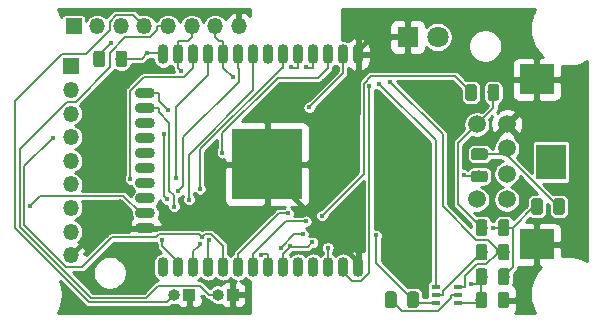
<source format=gbr>
G04 #@! TF.GenerationSoftware,KiCad,Pcbnew,(5.1.2-1)-1*
G04 #@! TF.CreationDate,2022-01-26T01:19:45+00:00*
G04 #@! TF.ProjectId,mz25key,6d7a3235-6b65-4792-9e6b-696361645f70,rev?*
G04 #@! TF.SameCoordinates,Original*
G04 #@! TF.FileFunction,Copper,L2,Bot*
G04 #@! TF.FilePolarity,Positive*
%FSLAX46Y46*%
G04 Gerber Fmt 4.6, Leading zero omitted, Abs format (unit mm)*
G04 Created by KiCad (PCBNEW (5.1.2-1)-1) date 2022-01-26 01:19:45*
%MOMM*%
%LPD*%
G04 APERTURE LIST*
%ADD10R,6.000000X6.000000*%
%ADD11O,0.900000X1.700000*%
%ADD12O,1.700000X0.900000*%
%ADD13O,1.000000X1.000000*%
%ADD14R,1.000000X1.000000*%
%ADD15C,0.100000*%
%ADD16C,0.975000*%
%ADD17R,0.650000X0.400000*%
%ADD18O,1.350000X1.350000*%
%ADD19R,1.350000X1.350000*%
%ADD20C,1.500000*%
%ADD21R,2.500000X3.000000*%
%ADD22R,3.000000X2.500000*%
%ADD23C,1.800000*%
%ADD24R,1.800000X1.800000*%
%ADD25C,0.800000*%
%ADD26C,0.500000*%
%ADD27C,0.400000*%
%ADD28C,0.381000*%
%ADD29C,0.152400*%
%ADD30C,0.254000*%
G04 APERTURE END LIST*
D10*
X72530000Y-93520000D03*
D11*
X80230000Y-102220000D03*
X78960000Y-102220000D03*
X77690000Y-102220000D03*
X76420000Y-102220000D03*
X75150000Y-102220000D03*
X73880000Y-102220000D03*
X72610000Y-102220000D03*
X71340000Y-102220000D03*
X70070000Y-102220000D03*
X68800000Y-102220000D03*
X67530000Y-102220000D03*
X66260000Y-102220000D03*
X64990000Y-102220000D03*
X63720000Y-102220000D03*
D12*
X62230000Y-98935000D03*
X62230000Y-97665000D03*
X62230000Y-96395000D03*
X62230000Y-95125000D03*
X62230000Y-93855000D03*
X62230000Y-92585000D03*
X62230000Y-91315000D03*
X62230000Y-90045000D03*
X62230000Y-88775000D03*
X62230000Y-87505000D03*
D11*
X63720000Y-84220000D03*
X64990000Y-84220000D03*
X66260000Y-84220000D03*
X67530000Y-84220000D03*
X68800000Y-84220000D03*
X70070000Y-84220000D03*
X71340000Y-84220000D03*
X72610000Y-84220000D03*
X73880000Y-84220000D03*
X75150000Y-84220000D03*
X76420000Y-84220000D03*
X77690000Y-84220000D03*
X78960000Y-84220000D03*
X80230000Y-84220000D03*
D13*
X64670000Y-104560000D03*
D14*
X65940000Y-104560000D03*
D13*
X68370000Y-104560000D03*
D14*
X69640000Y-104560000D03*
D15*
G36*
X90950142Y-102321174D02*
G01*
X90973803Y-102324684D01*
X90997007Y-102330496D01*
X91019529Y-102338554D01*
X91041153Y-102348782D01*
X91061670Y-102361079D01*
X91080883Y-102375329D01*
X91098607Y-102391393D01*
X91114671Y-102409117D01*
X91128921Y-102428330D01*
X91141218Y-102448847D01*
X91151446Y-102470471D01*
X91159504Y-102492993D01*
X91165316Y-102516197D01*
X91168826Y-102539858D01*
X91170000Y-102563750D01*
X91170000Y-103476250D01*
X91168826Y-103500142D01*
X91165316Y-103523803D01*
X91159504Y-103547007D01*
X91151446Y-103569529D01*
X91141218Y-103591153D01*
X91128921Y-103611670D01*
X91114671Y-103630883D01*
X91098607Y-103648607D01*
X91080883Y-103664671D01*
X91061670Y-103678921D01*
X91041153Y-103691218D01*
X91019529Y-103701446D01*
X90997007Y-103709504D01*
X90973803Y-103715316D01*
X90950142Y-103718826D01*
X90926250Y-103720000D01*
X90438750Y-103720000D01*
X90414858Y-103718826D01*
X90391197Y-103715316D01*
X90367993Y-103709504D01*
X90345471Y-103701446D01*
X90323847Y-103691218D01*
X90303330Y-103678921D01*
X90284117Y-103664671D01*
X90266393Y-103648607D01*
X90250329Y-103630883D01*
X90236079Y-103611670D01*
X90223782Y-103591153D01*
X90213554Y-103569529D01*
X90205496Y-103547007D01*
X90199684Y-103523803D01*
X90196174Y-103500142D01*
X90195000Y-103476250D01*
X90195000Y-102563750D01*
X90196174Y-102539858D01*
X90199684Y-102516197D01*
X90205496Y-102492993D01*
X90213554Y-102470471D01*
X90223782Y-102448847D01*
X90236079Y-102428330D01*
X90250329Y-102409117D01*
X90266393Y-102391393D01*
X90284117Y-102375329D01*
X90303330Y-102361079D01*
X90323847Y-102348782D01*
X90345471Y-102338554D01*
X90367993Y-102330496D01*
X90391197Y-102324684D01*
X90414858Y-102321174D01*
X90438750Y-102320000D01*
X90926250Y-102320000D01*
X90950142Y-102321174D01*
X90950142Y-102321174D01*
G37*
D16*
X90682500Y-103020000D03*
D15*
G36*
X92825142Y-102321174D02*
G01*
X92848803Y-102324684D01*
X92872007Y-102330496D01*
X92894529Y-102338554D01*
X92916153Y-102348782D01*
X92936670Y-102361079D01*
X92955883Y-102375329D01*
X92973607Y-102391393D01*
X92989671Y-102409117D01*
X93003921Y-102428330D01*
X93016218Y-102448847D01*
X93026446Y-102470471D01*
X93034504Y-102492993D01*
X93040316Y-102516197D01*
X93043826Y-102539858D01*
X93045000Y-102563750D01*
X93045000Y-103476250D01*
X93043826Y-103500142D01*
X93040316Y-103523803D01*
X93034504Y-103547007D01*
X93026446Y-103569529D01*
X93016218Y-103591153D01*
X93003921Y-103611670D01*
X92989671Y-103630883D01*
X92973607Y-103648607D01*
X92955883Y-103664671D01*
X92936670Y-103678921D01*
X92916153Y-103691218D01*
X92894529Y-103701446D01*
X92872007Y-103709504D01*
X92848803Y-103715316D01*
X92825142Y-103718826D01*
X92801250Y-103720000D01*
X92313750Y-103720000D01*
X92289858Y-103718826D01*
X92266197Y-103715316D01*
X92242993Y-103709504D01*
X92220471Y-103701446D01*
X92198847Y-103691218D01*
X92178330Y-103678921D01*
X92159117Y-103664671D01*
X92141393Y-103648607D01*
X92125329Y-103630883D01*
X92111079Y-103611670D01*
X92098782Y-103591153D01*
X92088554Y-103569529D01*
X92080496Y-103547007D01*
X92074684Y-103523803D01*
X92071174Y-103500142D01*
X92070000Y-103476250D01*
X92070000Y-102563750D01*
X92071174Y-102539858D01*
X92074684Y-102516197D01*
X92080496Y-102492993D01*
X92088554Y-102470471D01*
X92098782Y-102448847D01*
X92111079Y-102428330D01*
X92125329Y-102409117D01*
X92141393Y-102391393D01*
X92159117Y-102375329D01*
X92178330Y-102361079D01*
X92198847Y-102348782D01*
X92220471Y-102338554D01*
X92242993Y-102330496D01*
X92266197Y-102324684D01*
X92289858Y-102321174D01*
X92313750Y-102320000D01*
X92801250Y-102320000D01*
X92825142Y-102321174D01*
X92825142Y-102321174D01*
G37*
D16*
X92557500Y-103020000D03*
D15*
G36*
X58580142Y-83891174D02*
G01*
X58603803Y-83894684D01*
X58627007Y-83900496D01*
X58649529Y-83908554D01*
X58671153Y-83918782D01*
X58691670Y-83931079D01*
X58710883Y-83945329D01*
X58728607Y-83961393D01*
X58744671Y-83979117D01*
X58758921Y-83998330D01*
X58771218Y-84018847D01*
X58781446Y-84040471D01*
X58789504Y-84062993D01*
X58795316Y-84086197D01*
X58798826Y-84109858D01*
X58800000Y-84133750D01*
X58800000Y-85046250D01*
X58798826Y-85070142D01*
X58795316Y-85093803D01*
X58789504Y-85117007D01*
X58781446Y-85139529D01*
X58771218Y-85161153D01*
X58758921Y-85181670D01*
X58744671Y-85200883D01*
X58728607Y-85218607D01*
X58710883Y-85234671D01*
X58691670Y-85248921D01*
X58671153Y-85261218D01*
X58649529Y-85271446D01*
X58627007Y-85279504D01*
X58603803Y-85285316D01*
X58580142Y-85288826D01*
X58556250Y-85290000D01*
X58068750Y-85290000D01*
X58044858Y-85288826D01*
X58021197Y-85285316D01*
X57997993Y-85279504D01*
X57975471Y-85271446D01*
X57953847Y-85261218D01*
X57933330Y-85248921D01*
X57914117Y-85234671D01*
X57896393Y-85218607D01*
X57880329Y-85200883D01*
X57866079Y-85181670D01*
X57853782Y-85161153D01*
X57843554Y-85139529D01*
X57835496Y-85117007D01*
X57829684Y-85093803D01*
X57826174Y-85070142D01*
X57825000Y-85046250D01*
X57825000Y-84133750D01*
X57826174Y-84109858D01*
X57829684Y-84086197D01*
X57835496Y-84062993D01*
X57843554Y-84040471D01*
X57853782Y-84018847D01*
X57866079Y-83998330D01*
X57880329Y-83979117D01*
X57896393Y-83961393D01*
X57914117Y-83945329D01*
X57933330Y-83931079D01*
X57953847Y-83918782D01*
X57975471Y-83908554D01*
X57997993Y-83900496D01*
X58021197Y-83894684D01*
X58044858Y-83891174D01*
X58068750Y-83890000D01*
X58556250Y-83890000D01*
X58580142Y-83891174D01*
X58580142Y-83891174D01*
G37*
D16*
X58312500Y-84590000D03*
D15*
G36*
X60455142Y-83891174D02*
G01*
X60478803Y-83894684D01*
X60502007Y-83900496D01*
X60524529Y-83908554D01*
X60546153Y-83918782D01*
X60566670Y-83931079D01*
X60585883Y-83945329D01*
X60603607Y-83961393D01*
X60619671Y-83979117D01*
X60633921Y-83998330D01*
X60646218Y-84018847D01*
X60656446Y-84040471D01*
X60664504Y-84062993D01*
X60670316Y-84086197D01*
X60673826Y-84109858D01*
X60675000Y-84133750D01*
X60675000Y-85046250D01*
X60673826Y-85070142D01*
X60670316Y-85093803D01*
X60664504Y-85117007D01*
X60656446Y-85139529D01*
X60646218Y-85161153D01*
X60633921Y-85181670D01*
X60619671Y-85200883D01*
X60603607Y-85218607D01*
X60585883Y-85234671D01*
X60566670Y-85248921D01*
X60546153Y-85261218D01*
X60524529Y-85271446D01*
X60502007Y-85279504D01*
X60478803Y-85285316D01*
X60455142Y-85288826D01*
X60431250Y-85290000D01*
X59943750Y-85290000D01*
X59919858Y-85288826D01*
X59896197Y-85285316D01*
X59872993Y-85279504D01*
X59850471Y-85271446D01*
X59828847Y-85261218D01*
X59808330Y-85248921D01*
X59789117Y-85234671D01*
X59771393Y-85218607D01*
X59755329Y-85200883D01*
X59741079Y-85181670D01*
X59728782Y-85161153D01*
X59718554Y-85139529D01*
X59710496Y-85117007D01*
X59704684Y-85093803D01*
X59701174Y-85070142D01*
X59700000Y-85046250D01*
X59700000Y-84133750D01*
X59701174Y-84109858D01*
X59704684Y-84086197D01*
X59710496Y-84062993D01*
X59718554Y-84040471D01*
X59728782Y-84018847D01*
X59741079Y-83998330D01*
X59755329Y-83979117D01*
X59771393Y-83961393D01*
X59789117Y-83945329D01*
X59808330Y-83931079D01*
X59828847Y-83918782D01*
X59850471Y-83908554D01*
X59872993Y-83900496D01*
X59896197Y-83894684D01*
X59919858Y-83891174D01*
X59943750Y-83890000D01*
X60431250Y-83890000D01*
X60455142Y-83891174D01*
X60455142Y-83891174D01*
G37*
D16*
X60187500Y-84590000D03*
D15*
G36*
X92825142Y-100251174D02*
G01*
X92848803Y-100254684D01*
X92872007Y-100260496D01*
X92894529Y-100268554D01*
X92916153Y-100278782D01*
X92936670Y-100291079D01*
X92955883Y-100305329D01*
X92973607Y-100321393D01*
X92989671Y-100339117D01*
X93003921Y-100358330D01*
X93016218Y-100378847D01*
X93026446Y-100400471D01*
X93034504Y-100422993D01*
X93040316Y-100446197D01*
X93043826Y-100469858D01*
X93045000Y-100493750D01*
X93045000Y-101406250D01*
X93043826Y-101430142D01*
X93040316Y-101453803D01*
X93034504Y-101477007D01*
X93026446Y-101499529D01*
X93016218Y-101521153D01*
X93003921Y-101541670D01*
X92989671Y-101560883D01*
X92973607Y-101578607D01*
X92955883Y-101594671D01*
X92936670Y-101608921D01*
X92916153Y-101621218D01*
X92894529Y-101631446D01*
X92872007Y-101639504D01*
X92848803Y-101645316D01*
X92825142Y-101648826D01*
X92801250Y-101650000D01*
X92313750Y-101650000D01*
X92289858Y-101648826D01*
X92266197Y-101645316D01*
X92242993Y-101639504D01*
X92220471Y-101631446D01*
X92198847Y-101621218D01*
X92178330Y-101608921D01*
X92159117Y-101594671D01*
X92141393Y-101578607D01*
X92125329Y-101560883D01*
X92111079Y-101541670D01*
X92098782Y-101521153D01*
X92088554Y-101499529D01*
X92080496Y-101477007D01*
X92074684Y-101453803D01*
X92071174Y-101430142D01*
X92070000Y-101406250D01*
X92070000Y-100493750D01*
X92071174Y-100469858D01*
X92074684Y-100446197D01*
X92080496Y-100422993D01*
X92088554Y-100400471D01*
X92098782Y-100378847D01*
X92111079Y-100358330D01*
X92125329Y-100339117D01*
X92141393Y-100321393D01*
X92159117Y-100305329D01*
X92178330Y-100291079D01*
X92198847Y-100278782D01*
X92220471Y-100268554D01*
X92242993Y-100260496D01*
X92266197Y-100254684D01*
X92289858Y-100251174D01*
X92313750Y-100250000D01*
X92801250Y-100250000D01*
X92825142Y-100251174D01*
X92825142Y-100251174D01*
G37*
D16*
X92557500Y-100950000D03*
D15*
G36*
X90950142Y-100251174D02*
G01*
X90973803Y-100254684D01*
X90997007Y-100260496D01*
X91019529Y-100268554D01*
X91041153Y-100278782D01*
X91061670Y-100291079D01*
X91080883Y-100305329D01*
X91098607Y-100321393D01*
X91114671Y-100339117D01*
X91128921Y-100358330D01*
X91141218Y-100378847D01*
X91151446Y-100400471D01*
X91159504Y-100422993D01*
X91165316Y-100446197D01*
X91168826Y-100469858D01*
X91170000Y-100493750D01*
X91170000Y-101406250D01*
X91168826Y-101430142D01*
X91165316Y-101453803D01*
X91159504Y-101477007D01*
X91151446Y-101499529D01*
X91141218Y-101521153D01*
X91128921Y-101541670D01*
X91114671Y-101560883D01*
X91098607Y-101578607D01*
X91080883Y-101594671D01*
X91061670Y-101608921D01*
X91041153Y-101621218D01*
X91019529Y-101631446D01*
X90997007Y-101639504D01*
X90973803Y-101645316D01*
X90950142Y-101648826D01*
X90926250Y-101650000D01*
X90438750Y-101650000D01*
X90414858Y-101648826D01*
X90391197Y-101645316D01*
X90367993Y-101639504D01*
X90345471Y-101631446D01*
X90323847Y-101621218D01*
X90303330Y-101608921D01*
X90284117Y-101594671D01*
X90266393Y-101578607D01*
X90250329Y-101560883D01*
X90236079Y-101541670D01*
X90223782Y-101521153D01*
X90213554Y-101499529D01*
X90205496Y-101477007D01*
X90199684Y-101453803D01*
X90196174Y-101430142D01*
X90195000Y-101406250D01*
X90195000Y-100493750D01*
X90196174Y-100469858D01*
X90199684Y-100446197D01*
X90205496Y-100422993D01*
X90213554Y-100400471D01*
X90223782Y-100378847D01*
X90236079Y-100358330D01*
X90250329Y-100339117D01*
X90266393Y-100321393D01*
X90284117Y-100305329D01*
X90303330Y-100291079D01*
X90323847Y-100278782D01*
X90345471Y-100268554D01*
X90367993Y-100260496D01*
X90391197Y-100254684D01*
X90414858Y-100251174D01*
X90438750Y-100250000D01*
X90926250Y-100250000D01*
X90950142Y-100251174D01*
X90950142Y-100251174D01*
G37*
D16*
X90682500Y-100950000D03*
D15*
G36*
X85145142Y-104281174D02*
G01*
X85168803Y-104284684D01*
X85192007Y-104290496D01*
X85214529Y-104298554D01*
X85236153Y-104308782D01*
X85256670Y-104321079D01*
X85275883Y-104335329D01*
X85293607Y-104351393D01*
X85309671Y-104369117D01*
X85323921Y-104388330D01*
X85336218Y-104408847D01*
X85346446Y-104430471D01*
X85354504Y-104452993D01*
X85360316Y-104476197D01*
X85363826Y-104499858D01*
X85365000Y-104523750D01*
X85365000Y-105436250D01*
X85363826Y-105460142D01*
X85360316Y-105483803D01*
X85354504Y-105507007D01*
X85346446Y-105529529D01*
X85336218Y-105551153D01*
X85323921Y-105571670D01*
X85309671Y-105590883D01*
X85293607Y-105608607D01*
X85275883Y-105624671D01*
X85256670Y-105638921D01*
X85236153Y-105651218D01*
X85214529Y-105661446D01*
X85192007Y-105669504D01*
X85168803Y-105675316D01*
X85145142Y-105678826D01*
X85121250Y-105680000D01*
X84633750Y-105680000D01*
X84609858Y-105678826D01*
X84586197Y-105675316D01*
X84562993Y-105669504D01*
X84540471Y-105661446D01*
X84518847Y-105651218D01*
X84498330Y-105638921D01*
X84479117Y-105624671D01*
X84461393Y-105608607D01*
X84445329Y-105590883D01*
X84431079Y-105571670D01*
X84418782Y-105551153D01*
X84408554Y-105529529D01*
X84400496Y-105507007D01*
X84394684Y-105483803D01*
X84391174Y-105460142D01*
X84390000Y-105436250D01*
X84390000Y-104523750D01*
X84391174Y-104499858D01*
X84394684Y-104476197D01*
X84400496Y-104452993D01*
X84408554Y-104430471D01*
X84418782Y-104408847D01*
X84431079Y-104388330D01*
X84445329Y-104369117D01*
X84461393Y-104351393D01*
X84479117Y-104335329D01*
X84498330Y-104321079D01*
X84518847Y-104308782D01*
X84540471Y-104298554D01*
X84562993Y-104290496D01*
X84586197Y-104284684D01*
X84609858Y-104281174D01*
X84633750Y-104280000D01*
X85121250Y-104280000D01*
X85145142Y-104281174D01*
X85145142Y-104281174D01*
G37*
D16*
X84877500Y-104980000D03*
D15*
G36*
X83270142Y-104281174D02*
G01*
X83293803Y-104284684D01*
X83317007Y-104290496D01*
X83339529Y-104298554D01*
X83361153Y-104308782D01*
X83381670Y-104321079D01*
X83400883Y-104335329D01*
X83418607Y-104351393D01*
X83434671Y-104369117D01*
X83448921Y-104388330D01*
X83461218Y-104408847D01*
X83471446Y-104430471D01*
X83479504Y-104452993D01*
X83485316Y-104476197D01*
X83488826Y-104499858D01*
X83490000Y-104523750D01*
X83490000Y-105436250D01*
X83488826Y-105460142D01*
X83485316Y-105483803D01*
X83479504Y-105507007D01*
X83471446Y-105529529D01*
X83461218Y-105551153D01*
X83448921Y-105571670D01*
X83434671Y-105590883D01*
X83418607Y-105608607D01*
X83400883Y-105624671D01*
X83381670Y-105638921D01*
X83361153Y-105651218D01*
X83339529Y-105661446D01*
X83317007Y-105669504D01*
X83293803Y-105675316D01*
X83270142Y-105678826D01*
X83246250Y-105680000D01*
X82758750Y-105680000D01*
X82734858Y-105678826D01*
X82711197Y-105675316D01*
X82687993Y-105669504D01*
X82665471Y-105661446D01*
X82643847Y-105651218D01*
X82623330Y-105638921D01*
X82604117Y-105624671D01*
X82586393Y-105608607D01*
X82570329Y-105590883D01*
X82556079Y-105571670D01*
X82543782Y-105551153D01*
X82533554Y-105529529D01*
X82525496Y-105507007D01*
X82519684Y-105483803D01*
X82516174Y-105460142D01*
X82515000Y-105436250D01*
X82515000Y-104523750D01*
X82516174Y-104499858D01*
X82519684Y-104476197D01*
X82525496Y-104452993D01*
X82533554Y-104430471D01*
X82543782Y-104408847D01*
X82556079Y-104388330D01*
X82570329Y-104369117D01*
X82586393Y-104351393D01*
X82604117Y-104335329D01*
X82623330Y-104321079D01*
X82643847Y-104308782D01*
X82665471Y-104298554D01*
X82687993Y-104290496D01*
X82711197Y-104284684D01*
X82734858Y-104281174D01*
X82758750Y-104280000D01*
X83246250Y-104280000D01*
X83270142Y-104281174D01*
X83270142Y-104281174D01*
G37*
D16*
X83002500Y-104980000D03*
D17*
X88690000Y-105220000D03*
X88690000Y-103920000D03*
X86790000Y-104570000D03*
X88690000Y-104570000D03*
X86790000Y-103920000D03*
X86790000Y-105220000D03*
D15*
G36*
X92815142Y-104311174D02*
G01*
X92838803Y-104314684D01*
X92862007Y-104320496D01*
X92884529Y-104328554D01*
X92906153Y-104338782D01*
X92926670Y-104351079D01*
X92945883Y-104365329D01*
X92963607Y-104381393D01*
X92979671Y-104399117D01*
X92993921Y-104418330D01*
X93006218Y-104438847D01*
X93016446Y-104460471D01*
X93024504Y-104482993D01*
X93030316Y-104506197D01*
X93033826Y-104529858D01*
X93035000Y-104553750D01*
X93035000Y-105466250D01*
X93033826Y-105490142D01*
X93030316Y-105513803D01*
X93024504Y-105537007D01*
X93016446Y-105559529D01*
X93006218Y-105581153D01*
X92993921Y-105601670D01*
X92979671Y-105620883D01*
X92963607Y-105638607D01*
X92945883Y-105654671D01*
X92926670Y-105668921D01*
X92906153Y-105681218D01*
X92884529Y-105691446D01*
X92862007Y-105699504D01*
X92838803Y-105705316D01*
X92815142Y-105708826D01*
X92791250Y-105710000D01*
X92303750Y-105710000D01*
X92279858Y-105708826D01*
X92256197Y-105705316D01*
X92232993Y-105699504D01*
X92210471Y-105691446D01*
X92188847Y-105681218D01*
X92168330Y-105668921D01*
X92149117Y-105654671D01*
X92131393Y-105638607D01*
X92115329Y-105620883D01*
X92101079Y-105601670D01*
X92088782Y-105581153D01*
X92078554Y-105559529D01*
X92070496Y-105537007D01*
X92064684Y-105513803D01*
X92061174Y-105490142D01*
X92060000Y-105466250D01*
X92060000Y-104553750D01*
X92061174Y-104529858D01*
X92064684Y-104506197D01*
X92070496Y-104482993D01*
X92078554Y-104460471D01*
X92088782Y-104438847D01*
X92101079Y-104418330D01*
X92115329Y-104399117D01*
X92131393Y-104381393D01*
X92149117Y-104365329D01*
X92168330Y-104351079D01*
X92188847Y-104338782D01*
X92210471Y-104328554D01*
X92232993Y-104320496D01*
X92256197Y-104314684D01*
X92279858Y-104311174D01*
X92303750Y-104310000D01*
X92791250Y-104310000D01*
X92815142Y-104311174D01*
X92815142Y-104311174D01*
G37*
D16*
X92547500Y-105010000D03*
D15*
G36*
X90940142Y-104311174D02*
G01*
X90963803Y-104314684D01*
X90987007Y-104320496D01*
X91009529Y-104328554D01*
X91031153Y-104338782D01*
X91051670Y-104351079D01*
X91070883Y-104365329D01*
X91088607Y-104381393D01*
X91104671Y-104399117D01*
X91118921Y-104418330D01*
X91131218Y-104438847D01*
X91141446Y-104460471D01*
X91149504Y-104482993D01*
X91155316Y-104506197D01*
X91158826Y-104529858D01*
X91160000Y-104553750D01*
X91160000Y-105466250D01*
X91158826Y-105490142D01*
X91155316Y-105513803D01*
X91149504Y-105537007D01*
X91141446Y-105559529D01*
X91131218Y-105581153D01*
X91118921Y-105601670D01*
X91104671Y-105620883D01*
X91088607Y-105638607D01*
X91070883Y-105654671D01*
X91051670Y-105668921D01*
X91031153Y-105681218D01*
X91009529Y-105691446D01*
X90987007Y-105699504D01*
X90963803Y-105705316D01*
X90940142Y-105708826D01*
X90916250Y-105710000D01*
X90428750Y-105710000D01*
X90404858Y-105708826D01*
X90381197Y-105705316D01*
X90357993Y-105699504D01*
X90335471Y-105691446D01*
X90313847Y-105681218D01*
X90293330Y-105668921D01*
X90274117Y-105654671D01*
X90256393Y-105638607D01*
X90240329Y-105620883D01*
X90226079Y-105601670D01*
X90213782Y-105581153D01*
X90203554Y-105559529D01*
X90195496Y-105537007D01*
X90189684Y-105513803D01*
X90186174Y-105490142D01*
X90185000Y-105466250D01*
X90185000Y-104553750D01*
X90186174Y-104529858D01*
X90189684Y-104506197D01*
X90195496Y-104482993D01*
X90203554Y-104460471D01*
X90213782Y-104438847D01*
X90226079Y-104418330D01*
X90240329Y-104399117D01*
X90256393Y-104381393D01*
X90274117Y-104365329D01*
X90293330Y-104351079D01*
X90313847Y-104338782D01*
X90335471Y-104328554D01*
X90357993Y-104320496D01*
X90381197Y-104314684D01*
X90404858Y-104311174D01*
X90428750Y-104310000D01*
X90916250Y-104310000D01*
X90940142Y-104311174D01*
X90940142Y-104311174D01*
G37*
D16*
X90672500Y-105010000D03*
D18*
X70140000Y-81830000D03*
X68140000Y-81830000D03*
X66140000Y-81830000D03*
X64140000Y-81830000D03*
X62140000Y-81830000D03*
X60140000Y-81830000D03*
X58140000Y-81830000D03*
D19*
X56140000Y-81830000D03*
D20*
X92820000Y-94336000D03*
X92820000Y-92177000D03*
X90280000Y-90145000D03*
X90280000Y-96495000D03*
X92820000Y-96495000D03*
X92820000Y-90145000D03*
D21*
X96567800Y-93320000D03*
D22*
X95360000Y-86335000D03*
X95360000Y-100305000D03*
D15*
G36*
X90950142Y-98171174D02*
G01*
X90973803Y-98174684D01*
X90997007Y-98180496D01*
X91019529Y-98188554D01*
X91041153Y-98198782D01*
X91061670Y-98211079D01*
X91080883Y-98225329D01*
X91098607Y-98241393D01*
X91114671Y-98259117D01*
X91128921Y-98278330D01*
X91141218Y-98298847D01*
X91151446Y-98320471D01*
X91159504Y-98342993D01*
X91165316Y-98366197D01*
X91168826Y-98389858D01*
X91170000Y-98413750D01*
X91170000Y-99326250D01*
X91168826Y-99350142D01*
X91165316Y-99373803D01*
X91159504Y-99397007D01*
X91151446Y-99419529D01*
X91141218Y-99441153D01*
X91128921Y-99461670D01*
X91114671Y-99480883D01*
X91098607Y-99498607D01*
X91080883Y-99514671D01*
X91061670Y-99528921D01*
X91041153Y-99541218D01*
X91019529Y-99551446D01*
X90997007Y-99559504D01*
X90973803Y-99565316D01*
X90950142Y-99568826D01*
X90926250Y-99570000D01*
X90438750Y-99570000D01*
X90414858Y-99568826D01*
X90391197Y-99565316D01*
X90367993Y-99559504D01*
X90345471Y-99551446D01*
X90323847Y-99541218D01*
X90303330Y-99528921D01*
X90284117Y-99514671D01*
X90266393Y-99498607D01*
X90250329Y-99480883D01*
X90236079Y-99461670D01*
X90223782Y-99441153D01*
X90213554Y-99419529D01*
X90205496Y-99397007D01*
X90199684Y-99373803D01*
X90196174Y-99350142D01*
X90195000Y-99326250D01*
X90195000Y-98413750D01*
X90196174Y-98389858D01*
X90199684Y-98366197D01*
X90205496Y-98342993D01*
X90213554Y-98320471D01*
X90223782Y-98298847D01*
X90236079Y-98278330D01*
X90250329Y-98259117D01*
X90266393Y-98241393D01*
X90284117Y-98225329D01*
X90303330Y-98211079D01*
X90323847Y-98198782D01*
X90345471Y-98188554D01*
X90367993Y-98180496D01*
X90391197Y-98174684D01*
X90414858Y-98171174D01*
X90438750Y-98170000D01*
X90926250Y-98170000D01*
X90950142Y-98171174D01*
X90950142Y-98171174D01*
G37*
D16*
X90682500Y-98870000D03*
D15*
G36*
X92825142Y-98171174D02*
G01*
X92848803Y-98174684D01*
X92872007Y-98180496D01*
X92894529Y-98188554D01*
X92916153Y-98198782D01*
X92936670Y-98211079D01*
X92955883Y-98225329D01*
X92973607Y-98241393D01*
X92989671Y-98259117D01*
X93003921Y-98278330D01*
X93016218Y-98298847D01*
X93026446Y-98320471D01*
X93034504Y-98342993D01*
X93040316Y-98366197D01*
X93043826Y-98389858D01*
X93045000Y-98413750D01*
X93045000Y-99326250D01*
X93043826Y-99350142D01*
X93040316Y-99373803D01*
X93034504Y-99397007D01*
X93026446Y-99419529D01*
X93016218Y-99441153D01*
X93003921Y-99461670D01*
X92989671Y-99480883D01*
X92973607Y-99498607D01*
X92955883Y-99514671D01*
X92936670Y-99528921D01*
X92916153Y-99541218D01*
X92894529Y-99551446D01*
X92872007Y-99559504D01*
X92848803Y-99565316D01*
X92825142Y-99568826D01*
X92801250Y-99570000D01*
X92313750Y-99570000D01*
X92289858Y-99568826D01*
X92266197Y-99565316D01*
X92242993Y-99559504D01*
X92220471Y-99551446D01*
X92198847Y-99541218D01*
X92178330Y-99528921D01*
X92159117Y-99514671D01*
X92141393Y-99498607D01*
X92125329Y-99480883D01*
X92111079Y-99461670D01*
X92098782Y-99441153D01*
X92088554Y-99419529D01*
X92080496Y-99397007D01*
X92074684Y-99373803D01*
X92071174Y-99350142D01*
X92070000Y-99326250D01*
X92070000Y-98413750D01*
X92071174Y-98389858D01*
X92074684Y-98366197D01*
X92080496Y-98342993D01*
X92088554Y-98320471D01*
X92098782Y-98298847D01*
X92111079Y-98278330D01*
X92125329Y-98259117D01*
X92141393Y-98241393D01*
X92159117Y-98225329D01*
X92178330Y-98211079D01*
X92198847Y-98198782D01*
X92220471Y-98188554D01*
X92242993Y-98180496D01*
X92266197Y-98174684D01*
X92289858Y-98171174D01*
X92313750Y-98170000D01*
X92801250Y-98170000D01*
X92825142Y-98171174D01*
X92825142Y-98171174D01*
G37*
D16*
X92557500Y-98870000D03*
D23*
X86960000Y-82740000D03*
D24*
X84420000Y-82740000D03*
D15*
G36*
X90070142Y-86731174D02*
G01*
X90093803Y-86734684D01*
X90117007Y-86740496D01*
X90139529Y-86748554D01*
X90161153Y-86758782D01*
X90181670Y-86771079D01*
X90200883Y-86785329D01*
X90218607Y-86801393D01*
X90234671Y-86819117D01*
X90248921Y-86838330D01*
X90261218Y-86858847D01*
X90271446Y-86880471D01*
X90279504Y-86902993D01*
X90285316Y-86926197D01*
X90288826Y-86949858D01*
X90290000Y-86973750D01*
X90290000Y-87886250D01*
X90288826Y-87910142D01*
X90285316Y-87933803D01*
X90279504Y-87957007D01*
X90271446Y-87979529D01*
X90261218Y-88001153D01*
X90248921Y-88021670D01*
X90234671Y-88040883D01*
X90218607Y-88058607D01*
X90200883Y-88074671D01*
X90181670Y-88088921D01*
X90161153Y-88101218D01*
X90139529Y-88111446D01*
X90117007Y-88119504D01*
X90093803Y-88125316D01*
X90070142Y-88128826D01*
X90046250Y-88130000D01*
X89558750Y-88130000D01*
X89534858Y-88128826D01*
X89511197Y-88125316D01*
X89487993Y-88119504D01*
X89465471Y-88111446D01*
X89443847Y-88101218D01*
X89423330Y-88088921D01*
X89404117Y-88074671D01*
X89386393Y-88058607D01*
X89370329Y-88040883D01*
X89356079Y-88021670D01*
X89343782Y-88001153D01*
X89333554Y-87979529D01*
X89325496Y-87957007D01*
X89319684Y-87933803D01*
X89316174Y-87910142D01*
X89315000Y-87886250D01*
X89315000Y-86973750D01*
X89316174Y-86949858D01*
X89319684Y-86926197D01*
X89325496Y-86902993D01*
X89333554Y-86880471D01*
X89343782Y-86858847D01*
X89356079Y-86838330D01*
X89370329Y-86819117D01*
X89386393Y-86801393D01*
X89404117Y-86785329D01*
X89423330Y-86771079D01*
X89443847Y-86758782D01*
X89465471Y-86748554D01*
X89487993Y-86740496D01*
X89511197Y-86734684D01*
X89534858Y-86731174D01*
X89558750Y-86730000D01*
X90046250Y-86730000D01*
X90070142Y-86731174D01*
X90070142Y-86731174D01*
G37*
D16*
X89802500Y-87430000D03*
D15*
G36*
X91945142Y-86731174D02*
G01*
X91968803Y-86734684D01*
X91992007Y-86740496D01*
X92014529Y-86748554D01*
X92036153Y-86758782D01*
X92056670Y-86771079D01*
X92075883Y-86785329D01*
X92093607Y-86801393D01*
X92109671Y-86819117D01*
X92123921Y-86838330D01*
X92136218Y-86858847D01*
X92146446Y-86880471D01*
X92154504Y-86902993D01*
X92160316Y-86926197D01*
X92163826Y-86949858D01*
X92165000Y-86973750D01*
X92165000Y-87886250D01*
X92163826Y-87910142D01*
X92160316Y-87933803D01*
X92154504Y-87957007D01*
X92146446Y-87979529D01*
X92136218Y-88001153D01*
X92123921Y-88021670D01*
X92109671Y-88040883D01*
X92093607Y-88058607D01*
X92075883Y-88074671D01*
X92056670Y-88088921D01*
X92036153Y-88101218D01*
X92014529Y-88111446D01*
X91992007Y-88119504D01*
X91968803Y-88125316D01*
X91945142Y-88128826D01*
X91921250Y-88130000D01*
X91433750Y-88130000D01*
X91409858Y-88128826D01*
X91386197Y-88125316D01*
X91362993Y-88119504D01*
X91340471Y-88111446D01*
X91318847Y-88101218D01*
X91298330Y-88088921D01*
X91279117Y-88074671D01*
X91261393Y-88058607D01*
X91245329Y-88040883D01*
X91231079Y-88021670D01*
X91218782Y-88001153D01*
X91208554Y-87979529D01*
X91200496Y-87957007D01*
X91194684Y-87933803D01*
X91191174Y-87910142D01*
X91190000Y-87886250D01*
X91190000Y-86973750D01*
X91191174Y-86949858D01*
X91194684Y-86926197D01*
X91200496Y-86902993D01*
X91208554Y-86880471D01*
X91218782Y-86858847D01*
X91231079Y-86838330D01*
X91245329Y-86819117D01*
X91261393Y-86801393D01*
X91279117Y-86785329D01*
X91298330Y-86771079D01*
X91318847Y-86758782D01*
X91340471Y-86748554D01*
X91362993Y-86740496D01*
X91386197Y-86734684D01*
X91409858Y-86731174D01*
X91433750Y-86730000D01*
X91921250Y-86730000D01*
X91945142Y-86731174D01*
X91945142Y-86731174D01*
G37*
D16*
X91677500Y-87430000D03*
D15*
G36*
X90980142Y-94051174D02*
G01*
X91003803Y-94054684D01*
X91027007Y-94060496D01*
X91049529Y-94068554D01*
X91071153Y-94078782D01*
X91091670Y-94091079D01*
X91110883Y-94105329D01*
X91128607Y-94121393D01*
X91144671Y-94139117D01*
X91158921Y-94158330D01*
X91171218Y-94178847D01*
X91181446Y-94200471D01*
X91189504Y-94222993D01*
X91195316Y-94246197D01*
X91198826Y-94269858D01*
X91200000Y-94293750D01*
X91200000Y-94781250D01*
X91198826Y-94805142D01*
X91195316Y-94828803D01*
X91189504Y-94852007D01*
X91181446Y-94874529D01*
X91171218Y-94896153D01*
X91158921Y-94916670D01*
X91144671Y-94935883D01*
X91128607Y-94953607D01*
X91110883Y-94969671D01*
X91091670Y-94983921D01*
X91071153Y-94996218D01*
X91049529Y-95006446D01*
X91027007Y-95014504D01*
X91003803Y-95020316D01*
X90980142Y-95023826D01*
X90956250Y-95025000D01*
X90043750Y-95025000D01*
X90019858Y-95023826D01*
X89996197Y-95020316D01*
X89972993Y-95014504D01*
X89950471Y-95006446D01*
X89928847Y-94996218D01*
X89908330Y-94983921D01*
X89889117Y-94969671D01*
X89871393Y-94953607D01*
X89855329Y-94935883D01*
X89841079Y-94916670D01*
X89828782Y-94896153D01*
X89818554Y-94874529D01*
X89810496Y-94852007D01*
X89804684Y-94828803D01*
X89801174Y-94805142D01*
X89800000Y-94781250D01*
X89800000Y-94293750D01*
X89801174Y-94269858D01*
X89804684Y-94246197D01*
X89810496Y-94222993D01*
X89818554Y-94200471D01*
X89828782Y-94178847D01*
X89841079Y-94158330D01*
X89855329Y-94139117D01*
X89871393Y-94121393D01*
X89889117Y-94105329D01*
X89908330Y-94091079D01*
X89928847Y-94078782D01*
X89950471Y-94068554D01*
X89972993Y-94060496D01*
X89996197Y-94054684D01*
X90019858Y-94051174D01*
X90043750Y-94050000D01*
X90956250Y-94050000D01*
X90980142Y-94051174D01*
X90980142Y-94051174D01*
G37*
D16*
X90500000Y-94537500D03*
D15*
G36*
X90980142Y-92176174D02*
G01*
X91003803Y-92179684D01*
X91027007Y-92185496D01*
X91049529Y-92193554D01*
X91071153Y-92203782D01*
X91091670Y-92216079D01*
X91110883Y-92230329D01*
X91128607Y-92246393D01*
X91144671Y-92264117D01*
X91158921Y-92283330D01*
X91171218Y-92303847D01*
X91181446Y-92325471D01*
X91189504Y-92347993D01*
X91195316Y-92371197D01*
X91198826Y-92394858D01*
X91200000Y-92418750D01*
X91200000Y-92906250D01*
X91198826Y-92930142D01*
X91195316Y-92953803D01*
X91189504Y-92977007D01*
X91181446Y-92999529D01*
X91171218Y-93021153D01*
X91158921Y-93041670D01*
X91144671Y-93060883D01*
X91128607Y-93078607D01*
X91110883Y-93094671D01*
X91091670Y-93108921D01*
X91071153Y-93121218D01*
X91049529Y-93131446D01*
X91027007Y-93139504D01*
X91003803Y-93145316D01*
X90980142Y-93148826D01*
X90956250Y-93150000D01*
X90043750Y-93150000D01*
X90019858Y-93148826D01*
X89996197Y-93145316D01*
X89972993Y-93139504D01*
X89950471Y-93131446D01*
X89928847Y-93121218D01*
X89908330Y-93108921D01*
X89889117Y-93094671D01*
X89871393Y-93078607D01*
X89855329Y-93060883D01*
X89841079Y-93041670D01*
X89828782Y-93021153D01*
X89818554Y-92999529D01*
X89810496Y-92977007D01*
X89804684Y-92953803D01*
X89801174Y-92930142D01*
X89800000Y-92906250D01*
X89800000Y-92418750D01*
X89801174Y-92394858D01*
X89804684Y-92371197D01*
X89810496Y-92347993D01*
X89818554Y-92325471D01*
X89828782Y-92303847D01*
X89841079Y-92283330D01*
X89855329Y-92264117D01*
X89871393Y-92246393D01*
X89889117Y-92230329D01*
X89908330Y-92216079D01*
X89928847Y-92203782D01*
X89950471Y-92193554D01*
X89972993Y-92185496D01*
X89996197Y-92179684D01*
X90019858Y-92176174D01*
X90043750Y-92175000D01*
X90956250Y-92175000D01*
X90980142Y-92176174D01*
X90980142Y-92176174D01*
G37*
D16*
X90500000Y-92662500D03*
D15*
G36*
X97525142Y-96381174D02*
G01*
X97548803Y-96384684D01*
X97572007Y-96390496D01*
X97594529Y-96398554D01*
X97616153Y-96408782D01*
X97636670Y-96421079D01*
X97655883Y-96435329D01*
X97673607Y-96451393D01*
X97689671Y-96469117D01*
X97703921Y-96488330D01*
X97716218Y-96508847D01*
X97726446Y-96530471D01*
X97734504Y-96552993D01*
X97740316Y-96576197D01*
X97743826Y-96599858D01*
X97745000Y-96623750D01*
X97745000Y-97536250D01*
X97743826Y-97560142D01*
X97740316Y-97583803D01*
X97734504Y-97607007D01*
X97726446Y-97629529D01*
X97716218Y-97651153D01*
X97703921Y-97671670D01*
X97689671Y-97690883D01*
X97673607Y-97708607D01*
X97655883Y-97724671D01*
X97636670Y-97738921D01*
X97616153Y-97751218D01*
X97594529Y-97761446D01*
X97572007Y-97769504D01*
X97548803Y-97775316D01*
X97525142Y-97778826D01*
X97501250Y-97780000D01*
X97013750Y-97780000D01*
X96989858Y-97778826D01*
X96966197Y-97775316D01*
X96942993Y-97769504D01*
X96920471Y-97761446D01*
X96898847Y-97751218D01*
X96878330Y-97738921D01*
X96859117Y-97724671D01*
X96841393Y-97708607D01*
X96825329Y-97690883D01*
X96811079Y-97671670D01*
X96798782Y-97651153D01*
X96788554Y-97629529D01*
X96780496Y-97607007D01*
X96774684Y-97583803D01*
X96771174Y-97560142D01*
X96770000Y-97536250D01*
X96770000Y-96623750D01*
X96771174Y-96599858D01*
X96774684Y-96576197D01*
X96780496Y-96552993D01*
X96788554Y-96530471D01*
X96798782Y-96508847D01*
X96811079Y-96488330D01*
X96825329Y-96469117D01*
X96841393Y-96451393D01*
X96859117Y-96435329D01*
X96878330Y-96421079D01*
X96898847Y-96408782D01*
X96920471Y-96398554D01*
X96942993Y-96390496D01*
X96966197Y-96384684D01*
X96989858Y-96381174D01*
X97013750Y-96380000D01*
X97501250Y-96380000D01*
X97525142Y-96381174D01*
X97525142Y-96381174D01*
G37*
D16*
X97257500Y-97080000D03*
D15*
G36*
X95650142Y-96381174D02*
G01*
X95673803Y-96384684D01*
X95697007Y-96390496D01*
X95719529Y-96398554D01*
X95741153Y-96408782D01*
X95761670Y-96421079D01*
X95780883Y-96435329D01*
X95798607Y-96451393D01*
X95814671Y-96469117D01*
X95828921Y-96488330D01*
X95841218Y-96508847D01*
X95851446Y-96530471D01*
X95859504Y-96552993D01*
X95865316Y-96576197D01*
X95868826Y-96599858D01*
X95870000Y-96623750D01*
X95870000Y-97536250D01*
X95868826Y-97560142D01*
X95865316Y-97583803D01*
X95859504Y-97607007D01*
X95851446Y-97629529D01*
X95841218Y-97651153D01*
X95828921Y-97671670D01*
X95814671Y-97690883D01*
X95798607Y-97708607D01*
X95780883Y-97724671D01*
X95761670Y-97738921D01*
X95741153Y-97751218D01*
X95719529Y-97761446D01*
X95697007Y-97769504D01*
X95673803Y-97775316D01*
X95650142Y-97778826D01*
X95626250Y-97780000D01*
X95138750Y-97780000D01*
X95114858Y-97778826D01*
X95091197Y-97775316D01*
X95067993Y-97769504D01*
X95045471Y-97761446D01*
X95023847Y-97751218D01*
X95003330Y-97738921D01*
X94984117Y-97724671D01*
X94966393Y-97708607D01*
X94950329Y-97690883D01*
X94936079Y-97671670D01*
X94923782Y-97651153D01*
X94913554Y-97629529D01*
X94905496Y-97607007D01*
X94899684Y-97583803D01*
X94896174Y-97560142D01*
X94895000Y-97536250D01*
X94895000Y-96623750D01*
X94896174Y-96599858D01*
X94899684Y-96576197D01*
X94905496Y-96552993D01*
X94913554Y-96530471D01*
X94923782Y-96508847D01*
X94936079Y-96488330D01*
X94950329Y-96469117D01*
X94966393Y-96451393D01*
X94984117Y-96435329D01*
X95003330Y-96421079D01*
X95023847Y-96408782D01*
X95045471Y-96398554D01*
X95067993Y-96390496D01*
X95091197Y-96384684D01*
X95114858Y-96381174D01*
X95138750Y-96380000D01*
X95626250Y-96380000D01*
X95650142Y-96381174D01*
X95650142Y-96381174D01*
G37*
D16*
X95382500Y-97080000D03*
D18*
X55920000Y-101220000D03*
X55920000Y-99220000D03*
X55920000Y-97220000D03*
X55920000Y-95220000D03*
X55920000Y-93220000D03*
X55920000Y-91220000D03*
X55920000Y-89220000D03*
X55920000Y-87220000D03*
D19*
X55920000Y-85220000D03*
D25*
X80230000Y-102650000D03*
X73640000Y-94760000D03*
X73130000Y-95680000D03*
X74170000Y-95640000D03*
X80200000Y-101810000D03*
D26*
X68520000Y-98940000D03*
X60190000Y-90540000D03*
X60070006Y-96730006D03*
X60070000Y-95677588D03*
X85800000Y-94040000D03*
X61970000Y-103050000D03*
D27*
X74515000Y-85279500D03*
X75785000Y-85279500D03*
X62377400Y-84112400D03*
X82022800Y-86735400D03*
X59328500Y-83231600D03*
X81195400Y-86877600D03*
X91620000Y-98904800D03*
D25*
X78970000Y-102650000D03*
X78960000Y-101810000D03*
D27*
X75808600Y-98342800D03*
X89163600Y-94425600D03*
X74307700Y-97665300D03*
X77183300Y-97863700D03*
X77669000Y-100572300D03*
X89780900Y-103650100D03*
X69635900Y-86156600D03*
X65261000Y-85616700D03*
X71975000Y-101190100D03*
X76105300Y-88682200D03*
X63775900Y-90988900D03*
X64026900Y-96460500D03*
X54362500Y-91265400D03*
X67017195Y-99701511D03*
X67578300Y-99931379D03*
X66872400Y-100283790D03*
X60956600Y-94765300D03*
X66853100Y-95610900D03*
X64794700Y-94712700D03*
X68741800Y-92535300D03*
X65920000Y-96501600D03*
X64652500Y-97093900D03*
X64987000Y-95815900D03*
X63627300Y-99931379D03*
X81758200Y-99542500D03*
X75547800Y-99429100D03*
X73667300Y-100585100D03*
X82937800Y-86511700D03*
X74471600Y-100468500D03*
X76370100Y-100135300D03*
X64127600Y-88938600D03*
X52430000Y-97043900D03*
D28*
X80230000Y-102220000D02*
X80230000Y-101820000D01*
X80230000Y-101820000D02*
X72530000Y-94120000D01*
X72530000Y-94120000D02*
X72530000Y-93520000D01*
X80230000Y-84220000D02*
X80230000Y-89201000D01*
X80230000Y-89201000D02*
X75911000Y-93520000D01*
X75911000Y-93520000D02*
X72530000Y-93520000D01*
X62230000Y-98935000D02*
X68005000Y-98935000D01*
X70496000Y-98935000D02*
X72530000Y-96901000D01*
X72530000Y-96901000D02*
X72530000Y-93520000D01*
X95360000Y-100305000D02*
X95360000Y-99760000D01*
X84420000Y-82740000D02*
X81310000Y-82740000D01*
X81310000Y-82740000D02*
X80230000Y-83820000D01*
X80230000Y-83820000D02*
X80230000Y-84220000D01*
X68005000Y-98935000D02*
X70496000Y-98935000D01*
X60999000Y-98935000D02*
X62230000Y-98935000D01*
X55920000Y-101220000D02*
X58205000Y-98935000D01*
X58205000Y-98935000D02*
X60795000Y-98935000D01*
X60795000Y-98935000D02*
X60999000Y-98935000D01*
X60795000Y-97455000D02*
X60320005Y-96980005D01*
X60190000Y-95557588D02*
X60070000Y-95677588D01*
X60190000Y-90540000D02*
X60190000Y-95557588D01*
X60320005Y-96980005D02*
X60070006Y-96730006D01*
X60795000Y-98935000D02*
X60795000Y-97455000D01*
D29*
X75150000Y-84220000D02*
X75150000Y-85346500D01*
X74515000Y-85279500D02*
X74582000Y-85346500D01*
X74582000Y-85346500D02*
X75150000Y-85346500D01*
X76420000Y-84220000D02*
X76420000Y-85346500D01*
X75785000Y-85279500D02*
X75852000Y-85346500D01*
X75852000Y-85346500D02*
X76420000Y-85346500D01*
X62377400Y-84112400D02*
X63612400Y-84112400D01*
X63612400Y-84112400D02*
X63720000Y-84220000D01*
X60187500Y-84590000D02*
X61899800Y-84590000D01*
X61899800Y-84590000D02*
X62377400Y-84112400D01*
X86790000Y-103920000D02*
X86790000Y-91502600D01*
X86790000Y-91502600D02*
X82022800Y-86735400D01*
X59328500Y-83231600D02*
X58312500Y-84247600D01*
X58312500Y-84247600D02*
X58312500Y-84590000D01*
X78970000Y-102650000D02*
X79719600Y-103399600D01*
X79719600Y-103399600D02*
X80513300Y-103399600D01*
X80513300Y-103399600D02*
X81195400Y-102717500D01*
X81195400Y-102717500D02*
X81195400Y-86877600D01*
X91620000Y-98904800D02*
X92522700Y-98904800D01*
X92522700Y-98904800D02*
X92557500Y-98870000D01*
X93341100Y-98870000D02*
X95131100Y-97080000D01*
X95131100Y-97080000D02*
X95382500Y-97080000D01*
X92557500Y-98870000D02*
X93341100Y-98870000D01*
X93341100Y-98870000D02*
X93341100Y-102236400D01*
X93341100Y-102236400D02*
X92557500Y-103020000D01*
X78960000Y-101810000D02*
X78960000Y-102220000D01*
X90500000Y-94537500D02*
X89275500Y-94537500D01*
X89275500Y-94537500D02*
X89163600Y-94425600D01*
X71340000Y-102220000D02*
X71340000Y-101093500D01*
X75808600Y-98342800D02*
X74090700Y-98342800D01*
X74090700Y-98342800D02*
X71340000Y-101093500D01*
X89802500Y-87430000D02*
X88407700Y-86035200D01*
X88407700Y-86035200D02*
X81363900Y-86035200D01*
X81363900Y-86035200D02*
X80718900Y-86680200D01*
X80718900Y-86680200D02*
X80718900Y-94328100D01*
X80718900Y-94328100D02*
X77183300Y-97863700D01*
X70070000Y-102220000D02*
X70070000Y-101093500D01*
X74307700Y-97665300D02*
X73498200Y-97665300D01*
X73498200Y-97665300D02*
X70070000Y-101093500D01*
X92820000Y-92662500D02*
X92820000Y-92177000D01*
X97257500Y-97080000D02*
X97136700Y-97080000D01*
X97136700Y-97080000D02*
X92820000Y-92763300D01*
X92820000Y-92763300D02*
X92820000Y-92662500D01*
X92820000Y-92662500D02*
X90500000Y-92662500D01*
X90280000Y-90145000D02*
X88687000Y-91738000D01*
X88687000Y-91738000D02*
X88687000Y-96874500D01*
X88687000Y-96874500D02*
X90682500Y-98870000D01*
X91677500Y-87430000D02*
X91677500Y-88747500D01*
X91677500Y-88747500D02*
X90280000Y-90145000D01*
X88690000Y-105220000D02*
X90462500Y-105220000D01*
X90462500Y-105220000D02*
X90672500Y-105010000D01*
X90672500Y-103650100D02*
X89780900Y-103650100D01*
X90682500Y-103020000D02*
X90682500Y-103640100D01*
X90682500Y-103640100D02*
X90672500Y-103650100D01*
X90672500Y-105010000D02*
X90672500Y-103650100D01*
X77669000Y-100572300D02*
X77690000Y-100593300D01*
X77690000Y-100593300D02*
X77690000Y-102220000D01*
X68800000Y-84220000D02*
X68800000Y-83093500D01*
X68140000Y-81830000D02*
X68140000Y-82781500D01*
X68140000Y-82781500D02*
X68452000Y-83093500D01*
X68452000Y-83093500D02*
X68800000Y-83093500D01*
X68800000Y-84220000D02*
X68800000Y-85346500D01*
X68800000Y-85346500D02*
X68825800Y-85346500D01*
X68825800Y-85346500D02*
X69635900Y-86156600D01*
X65261000Y-85616700D02*
X65260200Y-85616700D01*
X65260200Y-85616700D02*
X64990000Y-85346500D01*
X64990000Y-84220000D02*
X64990000Y-83093500D01*
X66140000Y-81830000D02*
X66140000Y-82781500D01*
X66140000Y-82781500D02*
X65828000Y-83093500D01*
X65828000Y-83093500D02*
X64990000Y-83093500D01*
X64990000Y-84220000D02*
X64990000Y-85346500D01*
X72610000Y-102220000D02*
X72610000Y-101093500D01*
X71975000Y-101190100D02*
X72071600Y-101093500D01*
X72071600Y-101093500D02*
X72610000Y-101093500D01*
X76105300Y-88682200D02*
X78960000Y-85827500D01*
X78960000Y-85827500D02*
X78960000Y-84220000D01*
X64026900Y-96460500D02*
X63775900Y-96209500D01*
X63775900Y-96209500D02*
X63775900Y-90988900D01*
X59367698Y-99702802D02*
X63151099Y-99702802D01*
X54362500Y-91265400D02*
X51953400Y-93674500D01*
X51953400Y-93674500D02*
X51953400Y-98675500D01*
X67806877Y-99455178D02*
X67263528Y-99455178D01*
X67217194Y-99501512D02*
X67017195Y-99701511D01*
X55492700Y-102214800D02*
X56855700Y-102214800D01*
X68800000Y-102220000D02*
X68800000Y-100448301D01*
X51953400Y-98675500D02*
X55492700Y-102214800D01*
X56855700Y-102214800D02*
X59367698Y-99702802D01*
X68800000Y-100448301D02*
X67806877Y-99455178D01*
X63151099Y-99702802D02*
X63398723Y-99455178D01*
X66770862Y-99455178D02*
X66817196Y-99501512D01*
X67263528Y-99455178D02*
X67217194Y-99501512D01*
X63398723Y-99455178D02*
X66770862Y-99455178D01*
X66817196Y-99501512D02*
X67017195Y-99701511D01*
X67530000Y-99979679D02*
X67578300Y-99931379D01*
X67530000Y-102220000D02*
X67530000Y-99979679D01*
X66260000Y-102220000D02*
X66260000Y-100896190D01*
X66672401Y-100483789D02*
X66872400Y-100283790D01*
X66260000Y-100896190D02*
X66672401Y-100483789D01*
X66260000Y-84220000D02*
X66260000Y-85346500D01*
X60956600Y-94765300D02*
X60956600Y-87312800D01*
X60956600Y-87312800D02*
X62140400Y-86129000D01*
X62140400Y-86129000D02*
X65477500Y-86129000D01*
X65477500Y-86129000D02*
X66260000Y-85346500D01*
X73880000Y-84220000D02*
X73880000Y-85346500D01*
X66853100Y-95610900D02*
X66853100Y-92255000D01*
X66853100Y-92255000D02*
X73761600Y-85346500D01*
X73761600Y-85346500D02*
X73880000Y-85346500D01*
X64794700Y-94712700D02*
X64794700Y-88679400D01*
X64794700Y-88679400D02*
X67530000Y-85944100D01*
X67530000Y-85944100D02*
X67530000Y-84220000D01*
X77690000Y-84220000D02*
X77690000Y-85346500D01*
X68741800Y-92535300D02*
X68741800Y-90865200D01*
X68741800Y-90865200D02*
X73415300Y-86191700D01*
X73415300Y-86191700D02*
X76844800Y-86191700D01*
X76844800Y-86191700D02*
X77690000Y-85346500D01*
X65920000Y-96501600D02*
X65920000Y-92689200D01*
X65920000Y-92689200D02*
X71340000Y-87269200D01*
X71340000Y-87269200D02*
X71340000Y-84220000D01*
X63356500Y-88775000D02*
X63356500Y-89113000D01*
X63356500Y-89113000D02*
X64252400Y-90008900D01*
X64252400Y-90008900D02*
X64252400Y-95755200D01*
X64252400Y-95755200D02*
X64652500Y-96155300D01*
X64652500Y-96155300D02*
X64652500Y-97093900D01*
X62230000Y-88775000D02*
X63356500Y-88775000D01*
X70070000Y-85346500D02*
X70137000Y-85413500D01*
X70137000Y-85413500D02*
X70137000Y-86512500D01*
X70137000Y-86512500D02*
X65411400Y-91238100D01*
X65411400Y-91238100D02*
X65411400Y-95391500D01*
X65411400Y-95391500D02*
X64987000Y-95815900D01*
X70070000Y-84220000D02*
X70070000Y-85346500D01*
X63627300Y-100457300D02*
X63627300Y-100214221D01*
X64990000Y-102220000D02*
X64990000Y-101820000D01*
X64990000Y-101820000D02*
X63627300Y-100457300D01*
X63627300Y-100214221D02*
X63627300Y-99931379D01*
X86790000Y-105220000D02*
X85117500Y-105220000D01*
X85117500Y-105220000D02*
X84877500Y-104980000D01*
X81758200Y-99542500D02*
X81758200Y-101860700D01*
X81758200Y-101860700D02*
X84877500Y-104980000D01*
X73667300Y-100585100D02*
X74823300Y-99429100D01*
X74823300Y-99429100D02*
X75547800Y-99429100D01*
X67593500Y-104560000D02*
X68370000Y-104560000D01*
X66817000Y-103783500D02*
X67593500Y-104560000D01*
X63329500Y-103783500D02*
X66817000Y-103783500D01*
X62283000Y-104830000D02*
X63329500Y-103783500D01*
X57609000Y-104830000D02*
X62283000Y-104830000D01*
X51579200Y-98800200D02*
X57609000Y-104830000D01*
X51579200Y-92196000D02*
X51579200Y-98800200D01*
X56327900Y-88220000D02*
X55555200Y-88220000D01*
X55555200Y-88220000D02*
X51579200Y-92196000D01*
X59250000Y-85297900D02*
X56327900Y-88220000D01*
X60537100Y-82781500D02*
X59250000Y-84068600D01*
X62593900Y-82781500D02*
X60537100Y-82781500D01*
X63188500Y-81830000D02*
X63188500Y-82186900D01*
X63188500Y-82186900D02*
X62593900Y-82781500D01*
X64140000Y-81830000D02*
X63188500Y-81830000D01*
X59250000Y-84068600D02*
X59250000Y-85297900D01*
X82937800Y-86511700D02*
X87391600Y-90965500D01*
X87391600Y-90965500D02*
X87391600Y-97056900D01*
X87391600Y-97056900D02*
X90244700Y-99910000D01*
X90244700Y-99910000D02*
X91193100Y-99910000D01*
X91193100Y-99910000D02*
X91978700Y-100695600D01*
X91978700Y-100695600D02*
X91978700Y-100950000D01*
X91978700Y-100950000D02*
X91978700Y-101094700D01*
X91978700Y-101094700D02*
X91088400Y-101985000D01*
X91088400Y-101985000D02*
X90266100Y-101985000D01*
X90266100Y-101985000D02*
X89291500Y-102959600D01*
X89291500Y-102959600D02*
X89291500Y-103920000D01*
X91978700Y-100950000D02*
X92557500Y-100950000D01*
X88690000Y-103920000D02*
X89291500Y-103920000D01*
X51205700Y-88146500D02*
X51205700Y-98925084D01*
X55192200Y-84160000D02*
X51205700Y-88146500D01*
X51205700Y-98925084D02*
X57463027Y-105182411D01*
X61182200Y-80872200D02*
X59750100Y-80872200D01*
X62140000Y-81830000D02*
X61182200Y-80872200D01*
X64170001Y-105059999D02*
X64670000Y-104560000D01*
X59750100Y-80872200D02*
X59188400Y-81433900D01*
X59188400Y-82169300D02*
X57197700Y-84160000D01*
X57197700Y-84160000D02*
X55192200Y-84160000D01*
X59188400Y-81433900D02*
X59188400Y-82169300D01*
X57463027Y-105182411D02*
X64047589Y-105182411D01*
X64047589Y-105182411D02*
X64170001Y-105059999D01*
X86790000Y-104570000D02*
X87391500Y-104570000D01*
X87391500Y-104570000D02*
X87391500Y-104241000D01*
X87391500Y-104241000D02*
X90682500Y-100950000D01*
X88690000Y-104570000D02*
X88088500Y-104570000D01*
X88088500Y-104570000D02*
X88088500Y-104854100D01*
X88088500Y-104854100D02*
X86984800Y-105957800D01*
X86984800Y-105957800D02*
X83980300Y-105957800D01*
X83980300Y-105957800D02*
X83002500Y-104980000D01*
X74488300Y-100485200D02*
X74471600Y-100468500D01*
X76370100Y-100135300D02*
X76020200Y-100485200D01*
X76020200Y-100485200D02*
X74488300Y-100485200D01*
X74488300Y-100485200D02*
X73880000Y-101093500D01*
X73880000Y-102220000D02*
X73880000Y-101093500D01*
X62230000Y-87505000D02*
X63356500Y-87505000D01*
X64127600Y-88938600D02*
X63356500Y-88167500D01*
X63356500Y-88167500D02*
X63356500Y-87505000D01*
X52629999Y-96843901D02*
X52430000Y-97043900D01*
X53270108Y-96203792D02*
X52629999Y-96843901D01*
X60368792Y-96203792D02*
X53270108Y-96203792D01*
X61830000Y-97665000D02*
X60368792Y-96203792D01*
X62230000Y-97665000D02*
X61830000Y-97665000D01*
D30*
G36*
X70749552Y-103210448D02*
G01*
X70876088Y-103314294D01*
X71020452Y-103391458D01*
X71101225Y-103415960D01*
X71099875Y-103420410D01*
X71092036Y-103500000D01*
X71094001Y-103519951D01*
X71094000Y-106094000D01*
X54801677Y-106094000D01*
X54986608Y-105737229D01*
X55000284Y-105703039D01*
X55014414Y-105669092D01*
X55016032Y-105663666D01*
X55016035Y-105663659D01*
X55016036Y-105663652D01*
X55170041Y-105133565D01*
X55176809Y-105097399D01*
X55184083Y-105061324D01*
X55184617Y-105055680D01*
X55232728Y-104505768D01*
X55232343Y-104468959D01*
X55232471Y-104432176D01*
X55231899Y-104426546D01*
X55231899Y-104426535D01*
X55231897Y-104426525D01*
X55172281Y-103877752D01*
X55164755Y-103841724D01*
X55157735Y-103805611D01*
X55156078Y-103800190D01*
X55029128Y-103395090D01*
X57123862Y-105489825D01*
X57138174Y-105507264D01*
X57155613Y-105521576D01*
X57155619Y-105521582D01*
X57207791Y-105564398D01*
X57287217Y-105606852D01*
X57307276Y-105612937D01*
X57373400Y-105632996D01*
X57440567Y-105639611D01*
X57440577Y-105639611D01*
X57463027Y-105641822D01*
X57485477Y-105639611D01*
X64025139Y-105639611D01*
X64047589Y-105641822D01*
X64070039Y-105639611D01*
X64070049Y-105639611D01*
X64137216Y-105632996D01*
X64223398Y-105606852D01*
X64302825Y-105564398D01*
X64372442Y-105507264D01*
X64386762Y-105489815D01*
X64459723Y-105416855D01*
X64497294Y-105428252D01*
X64626727Y-105441000D01*
X64713273Y-105441000D01*
X64842706Y-105428252D01*
X64906477Y-105408907D01*
X64909463Y-105414494D01*
X64988815Y-105511185D01*
X65085506Y-105590537D01*
X65195820Y-105649502D01*
X65315518Y-105685812D01*
X65440000Y-105698072D01*
X65654250Y-105695000D01*
X65813000Y-105536250D01*
X65813000Y-104687000D01*
X65793000Y-104687000D01*
X65793000Y-104433000D01*
X65813000Y-104433000D01*
X65813000Y-104413000D01*
X66067000Y-104413000D01*
X66067000Y-104433000D01*
X66087000Y-104433000D01*
X66087000Y-104687000D01*
X66067000Y-104687000D01*
X66067000Y-105536250D01*
X66225750Y-105695000D01*
X66440000Y-105698072D01*
X66564482Y-105685812D01*
X66684180Y-105649502D01*
X66794494Y-105590537D01*
X66891185Y-105511185D01*
X66970537Y-105414494D01*
X67029502Y-105304180D01*
X67065812Y-105184482D01*
X67078072Y-105060000D01*
X67075000Y-104845750D01*
X66916252Y-104687002D01*
X67073924Y-104687002D01*
X67254330Y-104867408D01*
X67268647Y-104884853D01*
X67338264Y-104941987D01*
X67417691Y-104984441D01*
X67503873Y-105010585D01*
X67571040Y-105017200D01*
X67571050Y-105017200D01*
X67593500Y-105019411D01*
X67615451Y-105017249D01*
X67633932Y-105051825D01*
X67744025Y-105185975D01*
X67878175Y-105296068D01*
X68031225Y-105377875D01*
X68197294Y-105428252D01*
X68326727Y-105441000D01*
X68413273Y-105441000D01*
X68542706Y-105428252D01*
X68606477Y-105408907D01*
X68609463Y-105414494D01*
X68688815Y-105511185D01*
X68785506Y-105590537D01*
X68895820Y-105649502D01*
X69015518Y-105685812D01*
X69140000Y-105698072D01*
X69354250Y-105695000D01*
X69513000Y-105536250D01*
X69513000Y-104687000D01*
X69767000Y-104687000D01*
X69767000Y-105536250D01*
X69925750Y-105695000D01*
X70140000Y-105698072D01*
X70264482Y-105685812D01*
X70384180Y-105649502D01*
X70494494Y-105590537D01*
X70591185Y-105511185D01*
X70670537Y-105414494D01*
X70729502Y-105304180D01*
X70765812Y-105184482D01*
X70778072Y-105060000D01*
X70775000Y-104845750D01*
X70616250Y-104687000D01*
X69767000Y-104687000D01*
X69513000Y-104687000D01*
X69493000Y-104687000D01*
X69493000Y-104433000D01*
X69513000Y-104433000D01*
X69513000Y-103583750D01*
X69354250Y-103425000D01*
X69140000Y-103421928D01*
X69015518Y-103434188D01*
X68895820Y-103470498D01*
X68785506Y-103529463D01*
X68688815Y-103608815D01*
X68609463Y-103705506D01*
X68606477Y-103711093D01*
X68542706Y-103691748D01*
X68413273Y-103679000D01*
X68326727Y-103679000D01*
X68197294Y-103691748D01*
X68031225Y-103742125D01*
X67878175Y-103823932D01*
X67744025Y-103934025D01*
X67685462Y-104005385D01*
X67156174Y-103476097D01*
X67141853Y-103458647D01*
X67072236Y-103401513D01*
X66992809Y-103359059D01*
X66906627Y-103332915D01*
X66839460Y-103326300D01*
X66839450Y-103326300D01*
X66817000Y-103324089D01*
X66794550Y-103326300D01*
X66701449Y-103326300D01*
X66723911Y-103314294D01*
X66850448Y-103210448D01*
X66895000Y-103156161D01*
X66939552Y-103210448D01*
X67066088Y-103314294D01*
X67210452Y-103391458D01*
X67367096Y-103438975D01*
X67530000Y-103455020D01*
X67692903Y-103438975D01*
X67849547Y-103391458D01*
X67993911Y-103314294D01*
X68120448Y-103210448D01*
X68165000Y-103156161D01*
X68209552Y-103210448D01*
X68336088Y-103314294D01*
X68480452Y-103391458D01*
X68637096Y-103438975D01*
X68800000Y-103455020D01*
X68962903Y-103438975D01*
X69119547Y-103391458D01*
X69263911Y-103314294D01*
X69390448Y-103210448D01*
X69435000Y-103156161D01*
X69479552Y-103210448D01*
X69606088Y-103314294D01*
X69750452Y-103391458D01*
X69907096Y-103438975D01*
X69911355Y-103439395D01*
X69767000Y-103583750D01*
X69767000Y-104433000D01*
X70616250Y-104433000D01*
X70775000Y-104274250D01*
X70778072Y-104060000D01*
X70765812Y-103935518D01*
X70729502Y-103815820D01*
X70670537Y-103705506D01*
X70591185Y-103608815D01*
X70494494Y-103529463D01*
X70384180Y-103470498D01*
X70264482Y-103434188D01*
X70252556Y-103433013D01*
X70389547Y-103391458D01*
X70533911Y-103314294D01*
X70660448Y-103210448D01*
X70705000Y-103156161D01*
X70749552Y-103210448D01*
X70749552Y-103210448D01*
G37*
X70749552Y-103210448D02*
X70876088Y-103314294D01*
X71020452Y-103391458D01*
X71101225Y-103415960D01*
X71099875Y-103420410D01*
X71092036Y-103500000D01*
X71094001Y-103519951D01*
X71094000Y-106094000D01*
X54801677Y-106094000D01*
X54986608Y-105737229D01*
X55000284Y-105703039D01*
X55014414Y-105669092D01*
X55016032Y-105663666D01*
X55016035Y-105663659D01*
X55016036Y-105663652D01*
X55170041Y-105133565D01*
X55176809Y-105097399D01*
X55184083Y-105061324D01*
X55184617Y-105055680D01*
X55232728Y-104505768D01*
X55232343Y-104468959D01*
X55232471Y-104432176D01*
X55231899Y-104426546D01*
X55231899Y-104426535D01*
X55231897Y-104426525D01*
X55172281Y-103877752D01*
X55164755Y-103841724D01*
X55157735Y-103805611D01*
X55156078Y-103800190D01*
X55029128Y-103395090D01*
X57123862Y-105489825D01*
X57138174Y-105507264D01*
X57155613Y-105521576D01*
X57155619Y-105521582D01*
X57207791Y-105564398D01*
X57287217Y-105606852D01*
X57307276Y-105612937D01*
X57373400Y-105632996D01*
X57440567Y-105639611D01*
X57440577Y-105639611D01*
X57463027Y-105641822D01*
X57485477Y-105639611D01*
X64025139Y-105639611D01*
X64047589Y-105641822D01*
X64070039Y-105639611D01*
X64070049Y-105639611D01*
X64137216Y-105632996D01*
X64223398Y-105606852D01*
X64302825Y-105564398D01*
X64372442Y-105507264D01*
X64386762Y-105489815D01*
X64459723Y-105416855D01*
X64497294Y-105428252D01*
X64626727Y-105441000D01*
X64713273Y-105441000D01*
X64842706Y-105428252D01*
X64906477Y-105408907D01*
X64909463Y-105414494D01*
X64988815Y-105511185D01*
X65085506Y-105590537D01*
X65195820Y-105649502D01*
X65315518Y-105685812D01*
X65440000Y-105698072D01*
X65654250Y-105695000D01*
X65813000Y-105536250D01*
X65813000Y-104687000D01*
X65793000Y-104687000D01*
X65793000Y-104433000D01*
X65813000Y-104433000D01*
X65813000Y-104413000D01*
X66067000Y-104413000D01*
X66067000Y-104433000D01*
X66087000Y-104433000D01*
X66087000Y-104687000D01*
X66067000Y-104687000D01*
X66067000Y-105536250D01*
X66225750Y-105695000D01*
X66440000Y-105698072D01*
X66564482Y-105685812D01*
X66684180Y-105649502D01*
X66794494Y-105590537D01*
X66891185Y-105511185D01*
X66970537Y-105414494D01*
X67029502Y-105304180D01*
X67065812Y-105184482D01*
X67078072Y-105060000D01*
X67075000Y-104845750D01*
X66916252Y-104687002D01*
X67073924Y-104687002D01*
X67254330Y-104867408D01*
X67268647Y-104884853D01*
X67338264Y-104941987D01*
X67417691Y-104984441D01*
X67503873Y-105010585D01*
X67571040Y-105017200D01*
X67571050Y-105017200D01*
X67593500Y-105019411D01*
X67615451Y-105017249D01*
X67633932Y-105051825D01*
X67744025Y-105185975D01*
X67878175Y-105296068D01*
X68031225Y-105377875D01*
X68197294Y-105428252D01*
X68326727Y-105441000D01*
X68413273Y-105441000D01*
X68542706Y-105428252D01*
X68606477Y-105408907D01*
X68609463Y-105414494D01*
X68688815Y-105511185D01*
X68785506Y-105590537D01*
X68895820Y-105649502D01*
X69015518Y-105685812D01*
X69140000Y-105698072D01*
X69354250Y-105695000D01*
X69513000Y-105536250D01*
X69513000Y-104687000D01*
X69767000Y-104687000D01*
X69767000Y-105536250D01*
X69925750Y-105695000D01*
X70140000Y-105698072D01*
X70264482Y-105685812D01*
X70384180Y-105649502D01*
X70494494Y-105590537D01*
X70591185Y-105511185D01*
X70670537Y-105414494D01*
X70729502Y-105304180D01*
X70765812Y-105184482D01*
X70778072Y-105060000D01*
X70775000Y-104845750D01*
X70616250Y-104687000D01*
X69767000Y-104687000D01*
X69513000Y-104687000D01*
X69493000Y-104687000D01*
X69493000Y-104433000D01*
X69513000Y-104433000D01*
X69513000Y-103583750D01*
X69354250Y-103425000D01*
X69140000Y-103421928D01*
X69015518Y-103434188D01*
X68895820Y-103470498D01*
X68785506Y-103529463D01*
X68688815Y-103608815D01*
X68609463Y-103705506D01*
X68606477Y-103711093D01*
X68542706Y-103691748D01*
X68413273Y-103679000D01*
X68326727Y-103679000D01*
X68197294Y-103691748D01*
X68031225Y-103742125D01*
X67878175Y-103823932D01*
X67744025Y-103934025D01*
X67685462Y-104005385D01*
X67156174Y-103476097D01*
X67141853Y-103458647D01*
X67072236Y-103401513D01*
X66992809Y-103359059D01*
X66906627Y-103332915D01*
X66839460Y-103326300D01*
X66839450Y-103326300D01*
X66817000Y-103324089D01*
X66794550Y-103326300D01*
X66701449Y-103326300D01*
X66723911Y-103314294D01*
X66850448Y-103210448D01*
X66895000Y-103156161D01*
X66939552Y-103210448D01*
X67066088Y-103314294D01*
X67210452Y-103391458D01*
X67367096Y-103438975D01*
X67530000Y-103455020D01*
X67692903Y-103438975D01*
X67849547Y-103391458D01*
X67993911Y-103314294D01*
X68120448Y-103210448D01*
X68165000Y-103156161D01*
X68209552Y-103210448D01*
X68336088Y-103314294D01*
X68480452Y-103391458D01*
X68637096Y-103438975D01*
X68800000Y-103455020D01*
X68962903Y-103438975D01*
X69119547Y-103391458D01*
X69263911Y-103314294D01*
X69390448Y-103210448D01*
X69435000Y-103156161D01*
X69479552Y-103210448D01*
X69606088Y-103314294D01*
X69750452Y-103391458D01*
X69907096Y-103438975D01*
X69911355Y-103439395D01*
X69767000Y-103583750D01*
X69767000Y-104433000D01*
X70616250Y-104433000D01*
X70775000Y-104274250D01*
X70778072Y-104060000D01*
X70765812Y-103935518D01*
X70729502Y-103815820D01*
X70670537Y-103705506D01*
X70591185Y-103608815D01*
X70494494Y-103529463D01*
X70384180Y-103470498D01*
X70264482Y-103434188D01*
X70252556Y-103433013D01*
X70389547Y-103391458D01*
X70533911Y-103314294D01*
X70660448Y-103210448D01*
X70705000Y-103156161D01*
X70749552Y-103210448D01*
G36*
X95013393Y-80762772D02*
G01*
X94999717Y-80796963D01*
X94985587Y-80830909D01*
X94983969Y-80836336D01*
X94983966Y-80836343D01*
X94983965Y-80836350D01*
X94829960Y-81366436D01*
X94823190Y-81402608D01*
X94815918Y-81438677D01*
X94815384Y-81444321D01*
X94767273Y-81994234D01*
X94767658Y-82031010D01*
X94767530Y-82067827D01*
X94768103Y-82073467D01*
X94827720Y-82622250D01*
X94835248Y-82658285D01*
X94842266Y-82694391D01*
X94843923Y-82699812D01*
X95008997Y-83226565D01*
X95023373Y-83260432D01*
X95037279Y-83294508D01*
X95039958Y-83299504D01*
X95304202Y-83784161D01*
X95324903Y-83814622D01*
X95345142Y-83845315D01*
X95348736Y-83849691D01*
X95348740Y-83849697D01*
X95348745Y-83849702D01*
X95702088Y-84273798D01*
X95728305Y-84299653D01*
X95754127Y-84325837D01*
X95758501Y-84329430D01*
X95758506Y-84329435D01*
X95758511Y-84329439D01*
X95906577Y-84449340D01*
X95645750Y-84450000D01*
X95487000Y-84608750D01*
X95487000Y-86208000D01*
X97336250Y-86208000D01*
X97495000Y-86049250D01*
X97497744Y-85187809D01*
X97971665Y-85232608D01*
X98008482Y-85232480D01*
X98045258Y-85232865D01*
X98050902Y-85232332D01*
X98600088Y-85176548D01*
X98636194Y-85169268D01*
X98672329Y-85162505D01*
X98677762Y-85160886D01*
X99205654Y-84999493D01*
X99239650Y-84985341D01*
X99273791Y-84971686D01*
X99278807Y-84969042D01*
X99594000Y-84800037D01*
X99594001Y-101698326D01*
X99237228Y-101513393D01*
X99203037Y-101499717D01*
X99169091Y-101485587D01*
X99163664Y-101483969D01*
X99163657Y-101483966D01*
X99163650Y-101483965D01*
X98633564Y-101329960D01*
X98597392Y-101323190D01*
X98561323Y-101315918D01*
X98555679Y-101315384D01*
X98005766Y-101267273D01*
X97968990Y-101267658D01*
X97932174Y-101267530D01*
X97926533Y-101268103D01*
X97497307Y-101314732D01*
X97495000Y-100590750D01*
X97336250Y-100432000D01*
X95487000Y-100432000D01*
X95487000Y-102031250D01*
X95645750Y-102190000D01*
X95740423Y-102190240D01*
X95726202Y-102202088D01*
X95700347Y-102228305D01*
X95674163Y-102254127D01*
X95670570Y-102258501D01*
X95670565Y-102258506D01*
X95670561Y-102258511D01*
X95323173Y-102687501D01*
X95302905Y-102718239D01*
X95282234Y-102748656D01*
X95279554Y-102753652D01*
X95022103Y-103241952D01*
X95008194Y-103276036D01*
X94993822Y-103309894D01*
X94992164Y-103315315D01*
X94834460Y-103844321D01*
X94827440Y-103880435D01*
X94819914Y-103916463D01*
X94819341Y-103922103D01*
X94767392Y-104471665D01*
X94767520Y-104508482D01*
X94767135Y-104545258D01*
X94767668Y-104550902D01*
X94823452Y-105100088D01*
X94830732Y-105136194D01*
X94837495Y-105172329D01*
X94839114Y-105177762D01*
X95000507Y-105705654D01*
X95014659Y-105739650D01*
X95028314Y-105773791D01*
X95030958Y-105778807D01*
X95199963Y-106094000D01*
X93541322Y-106094000D01*
X93565537Y-106064494D01*
X93624502Y-105954180D01*
X93660812Y-105834482D01*
X93673072Y-105710000D01*
X93670000Y-105295750D01*
X93511250Y-105137000D01*
X92674500Y-105137000D01*
X92674500Y-105157000D01*
X92420500Y-105157000D01*
X92420500Y-105137000D01*
X92400500Y-105137000D01*
X92400500Y-104883000D01*
X92420500Y-104883000D01*
X92420500Y-104863000D01*
X92674500Y-104863000D01*
X92674500Y-104883000D01*
X93511250Y-104883000D01*
X93670000Y-104724250D01*
X93673072Y-104310000D01*
X93660812Y-104185518D01*
X93624502Y-104065820D01*
X93565537Y-103955506D01*
X93486185Y-103858815D01*
X93389494Y-103779463D01*
X93355855Y-103761482D01*
X93380146Y-103716037D01*
X93415803Y-103598492D01*
X93427843Y-103476250D01*
X93427843Y-102796235D01*
X93648513Y-102575565D01*
X93665953Y-102561253D01*
X93680265Y-102543814D01*
X93680271Y-102543808D01*
X93723087Y-102491636D01*
X93765541Y-102412210D01*
X93778315Y-102370099D01*
X93791685Y-102326027D01*
X93798300Y-102258860D01*
X93798300Y-102258850D01*
X93800511Y-102236400D01*
X93798300Y-102213950D01*
X93798300Y-102186995D01*
X93860000Y-102193072D01*
X95074250Y-102190000D01*
X95233000Y-102031250D01*
X95233000Y-100432000D01*
X95213000Y-100432000D01*
X95213000Y-100178000D01*
X95233000Y-100178000D01*
X95233000Y-98578750D01*
X95487000Y-98578750D01*
X95487000Y-100178000D01*
X97336250Y-100178000D01*
X97495000Y-100019250D01*
X97498072Y-99055000D01*
X97485812Y-98930518D01*
X97449502Y-98810820D01*
X97390537Y-98700506D01*
X97311185Y-98603815D01*
X97214494Y-98524463D01*
X97104180Y-98465498D01*
X96984482Y-98429188D01*
X96860000Y-98416928D01*
X95645750Y-98420000D01*
X95487000Y-98578750D01*
X95233000Y-98578750D01*
X95074250Y-98420000D01*
X94439284Y-98418394D01*
X94797021Y-98060657D01*
X94898963Y-98115146D01*
X95016508Y-98150803D01*
X95138750Y-98162843D01*
X95626250Y-98162843D01*
X95748492Y-98150803D01*
X95866037Y-98115146D01*
X95974366Y-98057243D01*
X96069318Y-97979318D01*
X96147243Y-97884366D01*
X96205146Y-97776037D01*
X96240803Y-97658492D01*
X96252843Y-97536250D01*
X96252843Y-96842722D01*
X96387157Y-96977036D01*
X96387157Y-97536250D01*
X96399197Y-97658492D01*
X96434854Y-97776037D01*
X96492757Y-97884366D01*
X96570682Y-97979318D01*
X96665634Y-98057243D01*
X96773963Y-98115146D01*
X96891508Y-98150803D01*
X97013750Y-98162843D01*
X97501250Y-98162843D01*
X97623492Y-98150803D01*
X97741037Y-98115146D01*
X97849366Y-98057243D01*
X97944318Y-97979318D01*
X98022243Y-97884366D01*
X98080146Y-97776037D01*
X98115803Y-97658492D01*
X98127843Y-97536250D01*
X98127843Y-96623750D01*
X98115803Y-96501508D01*
X98080146Y-96383963D01*
X98022243Y-96275634D01*
X97944318Y-96180682D01*
X97849366Y-96102757D01*
X97741037Y-96044854D01*
X97623492Y-96009197D01*
X97501250Y-95997157D01*
X97013750Y-95997157D01*
X96891508Y-96009197D01*
X96773963Y-96044854D01*
X96757130Y-96053851D01*
X95906121Y-95202843D01*
X97817800Y-95202843D01*
X97892489Y-95195487D01*
X97964308Y-95173701D01*
X98030496Y-95138322D01*
X98088511Y-95090711D01*
X98136122Y-95032696D01*
X98171501Y-94966508D01*
X98193287Y-94894689D01*
X98200643Y-94820000D01*
X98200643Y-91820000D01*
X98193287Y-91745311D01*
X98171501Y-91673492D01*
X98136122Y-91607304D01*
X98088511Y-91549289D01*
X98030496Y-91501678D01*
X97964308Y-91466299D01*
X97892489Y-91444513D01*
X97817800Y-91437157D01*
X95317800Y-91437157D01*
X95243111Y-91444513D01*
X95171292Y-91466299D01*
X95105104Y-91501678D01*
X95047089Y-91549289D01*
X94999478Y-91607304D01*
X94964099Y-91673492D01*
X94942313Y-91745311D01*
X94934957Y-91820000D01*
X94934957Y-94231679D01*
X93649876Y-92946599D01*
X93698505Y-92897970D01*
X93822279Y-92712729D01*
X93907536Y-92506900D01*
X93951000Y-92288394D01*
X93951000Y-92065606D01*
X93907536Y-91847100D01*
X93822279Y-91641271D01*
X93698505Y-91456030D01*
X93542943Y-91300468D01*
X93597388Y-91101993D01*
X92820000Y-90324605D01*
X92042612Y-91101993D01*
X92097057Y-91300468D01*
X91941495Y-91456030D01*
X91817721Y-91641271D01*
X91732464Y-91847100D01*
X91689000Y-92065606D01*
X91689000Y-92205300D01*
X91543135Y-92205300D01*
X91535146Y-92178963D01*
X91477243Y-92070634D01*
X91399318Y-91975682D01*
X91304366Y-91897757D01*
X91196037Y-91839854D01*
X91078492Y-91804197D01*
X90956250Y-91792157D01*
X90043750Y-91792157D01*
X89921508Y-91804197D01*
X89803963Y-91839854D01*
X89695634Y-91897757D01*
X89600682Y-91975682D01*
X89522757Y-92070634D01*
X89464854Y-92178963D01*
X89429197Y-92296508D01*
X89417157Y-92418750D01*
X89417157Y-92906250D01*
X89429197Y-93028492D01*
X89464854Y-93146037D01*
X89522757Y-93254366D01*
X89600682Y-93349318D01*
X89695634Y-93427243D01*
X89803963Y-93485146D01*
X89921508Y-93520803D01*
X90043750Y-93532843D01*
X90956250Y-93532843D01*
X91078492Y-93520803D01*
X91196037Y-93485146D01*
X91304366Y-93427243D01*
X91399318Y-93349318D01*
X91477243Y-93254366D01*
X91535146Y-93146037D01*
X91543135Y-93119700D01*
X92195105Y-93119700D01*
X92284271Y-93179279D01*
X92470699Y-93256500D01*
X92284271Y-93333721D01*
X92099030Y-93457495D01*
X91941495Y-93615030D01*
X91817721Y-93800271D01*
X91732464Y-94006100D01*
X91689000Y-94224606D01*
X91689000Y-94447394D01*
X91732464Y-94665900D01*
X91817721Y-94871729D01*
X91941495Y-95056970D01*
X92099030Y-95214505D01*
X92284271Y-95338279D01*
X92470699Y-95415500D01*
X92284271Y-95492721D01*
X92099030Y-95616495D01*
X91941495Y-95774030D01*
X91817721Y-95959271D01*
X91732464Y-96165100D01*
X91689000Y-96383606D01*
X91689000Y-96606394D01*
X91732464Y-96824900D01*
X91817721Y-97030729D01*
X91941495Y-97215970D01*
X92099030Y-97373505D01*
X92284271Y-97497279D01*
X92490100Y-97582536D01*
X92708606Y-97626000D01*
X92931394Y-97626000D01*
X93149900Y-97582536D01*
X93355729Y-97497279D01*
X93540970Y-97373505D01*
X93698505Y-97215970D01*
X93822279Y-97030729D01*
X93907536Y-96824900D01*
X93951000Y-96606394D01*
X93951000Y-96383606D01*
X93907536Y-96165100D01*
X93822279Y-95959271D01*
X93698505Y-95774030D01*
X93540970Y-95616495D01*
X93355729Y-95492721D01*
X93169301Y-95415500D01*
X93355729Y-95338279D01*
X93540970Y-95214505D01*
X93698505Y-95056970D01*
X93822279Y-94871729D01*
X93907536Y-94665900D01*
X93935490Y-94525368D01*
X95407279Y-95997157D01*
X95138750Y-95997157D01*
X95016508Y-96009197D01*
X94898963Y-96044854D01*
X94790634Y-96102757D01*
X94695682Y-96180682D01*
X94617757Y-96275634D01*
X94559854Y-96383963D01*
X94524197Y-96501508D01*
X94512157Y-96623750D01*
X94512157Y-97052365D01*
X93382570Y-98181953D01*
X93380146Y-98173963D01*
X93322243Y-98065634D01*
X93244318Y-97970682D01*
X93149366Y-97892757D01*
X93041037Y-97834854D01*
X92923492Y-97799197D01*
X92801250Y-97787157D01*
X92313750Y-97787157D01*
X92191508Y-97799197D01*
X92073963Y-97834854D01*
X91965634Y-97892757D01*
X91870682Y-97970682D01*
X91792757Y-98065634D01*
X91734854Y-98173963D01*
X91699197Y-98291508D01*
X91695655Y-98327466D01*
X91677223Y-98323800D01*
X91562777Y-98323800D01*
X91544345Y-98327466D01*
X91540803Y-98291508D01*
X91505146Y-98173963D01*
X91447243Y-98065634D01*
X91369318Y-97970682D01*
X91274366Y-97892757D01*
X91166037Y-97834854D01*
X91048492Y-97799197D01*
X90926250Y-97787157D01*
X90438750Y-97787157D01*
X90316508Y-97799197D01*
X90271828Y-97812751D01*
X90064337Y-97605259D01*
X90168606Y-97626000D01*
X90391394Y-97626000D01*
X90609900Y-97582536D01*
X90815729Y-97497279D01*
X91000970Y-97373505D01*
X91158505Y-97215970D01*
X91282279Y-97030729D01*
X91367536Y-96824900D01*
X91411000Y-96606394D01*
X91411000Y-96383606D01*
X91367536Y-96165100D01*
X91282279Y-95959271D01*
X91158505Y-95774030D01*
X91000970Y-95616495D01*
X90815729Y-95492721D01*
X90610815Y-95407843D01*
X90956250Y-95407843D01*
X91078492Y-95395803D01*
X91196037Y-95360146D01*
X91304366Y-95302243D01*
X91399318Y-95224318D01*
X91477243Y-95129366D01*
X91535146Y-95021037D01*
X91570803Y-94903492D01*
X91582843Y-94781250D01*
X91582843Y-94293750D01*
X91570803Y-94171508D01*
X91535146Y-94053963D01*
X91477243Y-93945634D01*
X91399318Y-93850682D01*
X91304366Y-93772757D01*
X91196037Y-93714854D01*
X91078492Y-93679197D01*
X90956250Y-93667157D01*
X90043750Y-93667157D01*
X89921508Y-93679197D01*
X89803963Y-93714854D01*
X89695634Y-93772757D01*
X89600682Y-93850682D01*
X89522757Y-93945634D01*
X89514414Y-93961244D01*
X89438807Y-93910725D01*
X89333071Y-93866928D01*
X89220823Y-93844600D01*
X89144200Y-93844600D01*
X89144200Y-91927377D01*
X89871570Y-91200008D01*
X89950100Y-91232536D01*
X90168606Y-91276000D01*
X90391394Y-91276000D01*
X90609900Y-91232536D01*
X90815729Y-91147279D01*
X91000970Y-91023505D01*
X91158505Y-90865970D01*
X91282279Y-90680729D01*
X91367536Y-90474900D01*
X91411000Y-90256394D01*
X91411000Y-90033606D01*
X91367536Y-89815100D01*
X91335008Y-89736570D01*
X91611495Y-89460082D01*
X91508240Y-89680116D01*
X91442750Y-89944960D01*
X91430188Y-90217492D01*
X91471035Y-90487238D01*
X91563723Y-90743832D01*
X91624140Y-90856863D01*
X91863007Y-90922388D01*
X92640395Y-90145000D01*
X92999605Y-90145000D01*
X93776993Y-90922388D01*
X94015860Y-90856863D01*
X94131760Y-90609884D01*
X94197250Y-90345040D01*
X94209812Y-90072508D01*
X94168965Y-89802762D01*
X94076277Y-89546168D01*
X94015860Y-89433137D01*
X93776993Y-89367612D01*
X92999605Y-90145000D01*
X92640395Y-90145000D01*
X92626253Y-90130858D01*
X92805858Y-89951253D01*
X92820000Y-89965395D01*
X93597388Y-89188007D01*
X93531863Y-88949140D01*
X93284884Y-88833240D01*
X93020040Y-88767750D01*
X92747508Y-88755188D01*
X92477762Y-88796035D01*
X92221168Y-88888723D01*
X92108137Y-88949140D01*
X92042613Y-89188005D01*
X91963093Y-89108485D01*
X91984908Y-89086670D01*
X92002353Y-89072353D01*
X92042550Y-89023374D01*
X92059487Y-89002737D01*
X92082178Y-88960283D01*
X92101941Y-88923309D01*
X92128085Y-88837127D01*
X92134700Y-88769960D01*
X92134700Y-88769951D01*
X92136911Y-88747501D01*
X92134700Y-88725051D01*
X92134700Y-88473135D01*
X92161037Y-88465146D01*
X92269366Y-88407243D01*
X92364318Y-88329318D01*
X92442243Y-88234366D01*
X92500146Y-88126037D01*
X92535803Y-88008492D01*
X92547843Y-87886250D01*
X92547843Y-87585000D01*
X93221928Y-87585000D01*
X93234188Y-87709482D01*
X93270498Y-87829180D01*
X93329463Y-87939494D01*
X93408815Y-88036185D01*
X93505506Y-88115537D01*
X93615820Y-88174502D01*
X93735518Y-88210812D01*
X93860000Y-88223072D01*
X95074250Y-88220000D01*
X95233000Y-88061250D01*
X95233000Y-86462000D01*
X95487000Y-86462000D01*
X95487000Y-88061250D01*
X95645750Y-88220000D01*
X96860000Y-88223072D01*
X96984482Y-88210812D01*
X97104180Y-88174502D01*
X97214494Y-88115537D01*
X97311185Y-88036185D01*
X97390537Y-87939494D01*
X97449502Y-87829180D01*
X97485812Y-87709482D01*
X97498072Y-87585000D01*
X97495000Y-86620750D01*
X97336250Y-86462000D01*
X95487000Y-86462000D01*
X95233000Y-86462000D01*
X93383750Y-86462000D01*
X93225000Y-86620750D01*
X93221928Y-87585000D01*
X92547843Y-87585000D01*
X92547843Y-86973750D01*
X92535803Y-86851508D01*
X92500146Y-86733963D01*
X92442243Y-86625634D01*
X92364318Y-86530682D01*
X92269366Y-86452757D01*
X92161037Y-86394854D01*
X92043492Y-86359197D01*
X91921250Y-86347157D01*
X91433750Y-86347157D01*
X91311508Y-86359197D01*
X91193963Y-86394854D01*
X91085634Y-86452757D01*
X90990682Y-86530682D01*
X90912757Y-86625634D01*
X90854854Y-86733963D01*
X90819197Y-86851508D01*
X90807157Y-86973750D01*
X90807157Y-87886250D01*
X90819197Y-88008492D01*
X90854854Y-88126037D01*
X90912757Y-88234366D01*
X90990682Y-88329318D01*
X91085634Y-88407243D01*
X91193963Y-88465146D01*
X91220301Y-88473136D01*
X91220301Y-88558121D01*
X90688430Y-89089992D01*
X90609900Y-89057464D01*
X90391394Y-89014000D01*
X90168606Y-89014000D01*
X89950100Y-89057464D01*
X89744271Y-89142721D01*
X89559030Y-89266495D01*
X89401495Y-89424030D01*
X89277721Y-89609271D01*
X89192464Y-89815100D01*
X89149000Y-90033606D01*
X89149000Y-90256394D01*
X89192464Y-90474900D01*
X89224992Y-90553430D01*
X88379597Y-91398826D01*
X88362147Y-91413147D01*
X88305013Y-91482765D01*
X88262559Y-91562192D01*
X88236415Y-91648374D01*
X88229800Y-91715541D01*
X88229800Y-91715550D01*
X88227589Y-91738000D01*
X88229800Y-91760450D01*
X88229801Y-96852040D01*
X88227589Y-96874500D01*
X88229801Y-96896960D01*
X88236416Y-96964127D01*
X88252296Y-97016475D01*
X88262560Y-97050309D01*
X88305013Y-97129735D01*
X88337036Y-97168754D01*
X88362148Y-97199353D01*
X88379593Y-97213670D01*
X89812157Y-98646235D01*
X89812157Y-98830879D01*
X87848800Y-96867523D01*
X87848800Y-90987949D01*
X87851011Y-90965499D01*
X87848800Y-90943049D01*
X87848800Y-90943040D01*
X87842185Y-90875873D01*
X87816041Y-90789691D01*
X87789104Y-90739294D01*
X87773587Y-90710263D01*
X87730770Y-90658092D01*
X87716453Y-90640647D01*
X87699009Y-90626331D01*
X83565077Y-86492400D01*
X88218323Y-86492400D01*
X88932157Y-87206235D01*
X88932157Y-87886250D01*
X88944197Y-88008492D01*
X88979854Y-88126037D01*
X89037757Y-88234366D01*
X89115682Y-88329318D01*
X89210634Y-88407243D01*
X89318963Y-88465146D01*
X89436508Y-88500803D01*
X89558750Y-88512843D01*
X90046250Y-88512843D01*
X90168492Y-88500803D01*
X90286037Y-88465146D01*
X90394366Y-88407243D01*
X90489318Y-88329318D01*
X90567243Y-88234366D01*
X90625146Y-88126037D01*
X90660803Y-88008492D01*
X90672843Y-87886250D01*
X90672843Y-86973750D01*
X90660803Y-86851508D01*
X90625146Y-86733963D01*
X90567243Y-86625634D01*
X90489318Y-86530682D01*
X90394366Y-86452757D01*
X90286037Y-86394854D01*
X90168492Y-86359197D01*
X90046250Y-86347157D01*
X89558750Y-86347157D01*
X89436508Y-86359197D01*
X89391828Y-86372751D01*
X88746874Y-85727797D01*
X88732553Y-85710347D01*
X88662936Y-85653213D01*
X88583509Y-85610759D01*
X88497327Y-85584615D01*
X88430160Y-85578000D01*
X88430150Y-85578000D01*
X88407700Y-85575789D01*
X88385250Y-85578000D01*
X81386350Y-85578000D01*
X81363900Y-85575789D01*
X81341450Y-85578000D01*
X81341440Y-85578000D01*
X81274273Y-85584615D01*
X81208149Y-85604674D01*
X81188090Y-85610759D01*
X81108664Y-85653213D01*
X81056492Y-85696029D01*
X81056486Y-85696035D01*
X81039047Y-85710347D01*
X81024734Y-85727787D01*
X80411497Y-86341026D01*
X80394047Y-86355347D01*
X80336913Y-86424965D01*
X80294459Y-86504392D01*
X80268315Y-86590574D01*
X80261700Y-86657741D01*
X80261700Y-86657750D01*
X80259489Y-86680200D01*
X80261700Y-86702650D01*
X80261701Y-94138721D01*
X77115649Y-97284774D01*
X77013829Y-97305028D01*
X76908093Y-97348825D01*
X76812934Y-97412408D01*
X76732008Y-97493334D01*
X76668425Y-97588493D01*
X76624628Y-97694229D01*
X76602300Y-97806477D01*
X76602300Y-97920923D01*
X76624628Y-98033171D01*
X76668425Y-98138907D01*
X76732008Y-98234066D01*
X76812934Y-98314992D01*
X76908093Y-98378575D01*
X77013829Y-98422372D01*
X77126077Y-98444700D01*
X77240523Y-98444700D01*
X77352771Y-98422372D01*
X77458507Y-98378575D01*
X77553666Y-98314992D01*
X77634592Y-98234066D01*
X77698175Y-98138907D01*
X77741972Y-98033171D01*
X77762226Y-97931351D01*
X80738200Y-94955377D01*
X80738200Y-100854362D01*
X80727197Y-100847298D01*
X80524001Y-100775592D01*
X80357000Y-100902498D01*
X80357000Y-102093000D01*
X80377000Y-102093000D01*
X80377000Y-102347000D01*
X80357000Y-102347000D01*
X80357000Y-102367000D01*
X80103000Y-102367000D01*
X80103000Y-102347000D01*
X80083000Y-102347000D01*
X80083000Y-102093000D01*
X80103000Y-102093000D01*
X80103000Y-100902498D01*
X79935999Y-100775592D01*
X79732803Y-100847298D01*
X79552592Y-100962986D01*
X79398413Y-101111609D01*
X79398176Y-101111950D01*
X79279548Y-101048542D01*
X79122904Y-101001025D01*
X78960000Y-100984980D01*
X78797097Y-101001025D01*
X78640453Y-101048542D01*
X78496089Y-101125706D01*
X78369553Y-101229552D01*
X78325001Y-101283839D01*
X78280448Y-101229552D01*
X78153912Y-101125706D01*
X78147200Y-101122118D01*
X78147200Y-100902395D01*
X78183875Y-100847507D01*
X78227672Y-100741771D01*
X78250000Y-100629523D01*
X78250000Y-100515077D01*
X78227672Y-100402829D01*
X78183875Y-100297093D01*
X78120292Y-100201934D01*
X78039366Y-100121008D01*
X77944207Y-100057425D01*
X77838471Y-100013628D01*
X77726223Y-99991300D01*
X77611777Y-99991300D01*
X77499529Y-100013628D01*
X77393793Y-100057425D01*
X77298634Y-100121008D01*
X77217708Y-100201934D01*
X77154125Y-100297093D01*
X77110328Y-100402829D01*
X77088000Y-100515077D01*
X77088000Y-100629523D01*
X77110328Y-100741771D01*
X77154125Y-100847507D01*
X77217708Y-100942666D01*
X77232800Y-100957758D01*
X77232800Y-101122119D01*
X77226089Y-101125706D01*
X77099553Y-101229552D01*
X77055001Y-101283839D01*
X77010448Y-101229552D01*
X76883912Y-101125706D01*
X76739548Y-101048542D01*
X76582904Y-101001025D01*
X76420000Y-100984980D01*
X76257097Y-101001025D01*
X76100453Y-101048542D01*
X75956089Y-101125706D01*
X75829553Y-101229552D01*
X75785001Y-101283839D01*
X75740448Y-101229552D01*
X75613912Y-101125706D01*
X75469548Y-101048542D01*
X75312904Y-101001025D01*
X75150000Y-100984980D01*
X74987097Y-101001025D01*
X74830453Y-101048542D01*
X74686089Y-101125706D01*
X74559553Y-101229552D01*
X74515001Y-101283839D01*
X74470448Y-101229552D01*
X74426551Y-101193526D01*
X74580946Y-101039132D01*
X74641071Y-101027172D01*
X74746807Y-100983375D01*
X74808131Y-100942400D01*
X75997750Y-100942400D01*
X76020200Y-100944611D01*
X76042650Y-100942400D01*
X76042660Y-100942400D01*
X76109827Y-100935785D01*
X76196009Y-100909641D01*
X76275436Y-100867187D01*
X76345053Y-100810053D01*
X76359374Y-100792603D01*
X76437752Y-100714226D01*
X76539571Y-100693972D01*
X76645307Y-100650175D01*
X76740466Y-100586592D01*
X76821392Y-100505666D01*
X76884975Y-100410507D01*
X76928772Y-100304771D01*
X76951100Y-100192523D01*
X76951100Y-100078077D01*
X76928772Y-99965829D01*
X76884975Y-99860093D01*
X76821392Y-99764934D01*
X76740466Y-99684008D01*
X76645307Y-99620425D01*
X76539571Y-99576628D01*
X76427323Y-99554300D01*
X76312877Y-99554300D01*
X76200629Y-99576628D01*
X76097943Y-99619162D01*
X76106472Y-99598571D01*
X76128800Y-99486323D01*
X76128800Y-99371877D01*
X76106472Y-99259629D01*
X76062675Y-99153893D01*
X75999092Y-99058734D01*
X75918166Y-98977808D01*
X75837337Y-98923800D01*
X75865823Y-98923800D01*
X75978071Y-98901472D01*
X76083807Y-98857675D01*
X76178966Y-98794092D01*
X76259892Y-98713166D01*
X76323475Y-98618007D01*
X76367272Y-98512271D01*
X76389600Y-98400023D01*
X76389600Y-98285577D01*
X76367272Y-98173329D01*
X76323475Y-98067593D01*
X76259892Y-97972434D01*
X76178966Y-97891508D01*
X76083807Y-97827925D01*
X75978071Y-97784128D01*
X75865823Y-97761800D01*
X75751377Y-97761800D01*
X75639129Y-97784128D01*
X75533393Y-97827925D01*
X75447076Y-97885600D01*
X74845318Y-97885600D01*
X74866372Y-97834771D01*
X74888700Y-97722523D01*
X74888700Y-97608077D01*
X74866372Y-97495829D01*
X74822575Y-97390093D01*
X74758992Y-97294934D01*
X74678066Y-97214008D01*
X74592764Y-97157011D01*
X75530000Y-97158072D01*
X75654482Y-97145812D01*
X75774180Y-97109502D01*
X75884494Y-97050537D01*
X75981185Y-96971185D01*
X76060537Y-96874494D01*
X76119502Y-96764180D01*
X76155812Y-96644482D01*
X76168072Y-96520000D01*
X76165000Y-93805750D01*
X76006250Y-93647000D01*
X72657000Y-93647000D01*
X72657000Y-96996250D01*
X72815750Y-97155000D01*
X74023600Y-97156367D01*
X73946176Y-97208100D01*
X73520650Y-97208100D01*
X73498200Y-97205889D01*
X73475750Y-97208100D01*
X73475740Y-97208100D01*
X73408573Y-97214715D01*
X73322391Y-97240859D01*
X73242964Y-97283313D01*
X73173347Y-97340447D01*
X73159030Y-97357892D01*
X69762593Y-100754330D01*
X69745148Y-100768647D01*
X69730831Y-100786092D01*
X69730830Y-100786093D01*
X69688013Y-100838265D01*
X69660040Y-100890600D01*
X69645560Y-100917691D01*
X69619416Y-101003873D01*
X69612801Y-101071040D01*
X69610589Y-101093500D01*
X69612801Y-101115959D01*
X69612801Y-101122118D01*
X69606089Y-101125706D01*
X69479553Y-101229552D01*
X69435001Y-101283839D01*
X69390448Y-101229552D01*
X69263912Y-101125706D01*
X69257200Y-101122118D01*
X69257200Y-100470750D01*
X69259411Y-100448300D01*
X69257200Y-100425850D01*
X69257200Y-100425841D01*
X69250585Y-100358674D01*
X69224441Y-100272492D01*
X69181987Y-100193065D01*
X69124853Y-100123448D01*
X69107408Y-100109131D01*
X68146051Y-99147775D01*
X68131730Y-99130325D01*
X68062113Y-99073191D01*
X67982686Y-99030737D01*
X67896504Y-99004593D01*
X67829337Y-98997978D01*
X67829327Y-98997978D01*
X67806877Y-98995767D01*
X67784427Y-98997978D01*
X67285977Y-98997978D01*
X67263527Y-98995767D01*
X67241078Y-98997978D01*
X67241068Y-98997978D01*
X67173901Y-99004593D01*
X67087719Y-99030737D01*
X67017195Y-99068432D01*
X66946671Y-99030737D01*
X66860489Y-99004593D01*
X66793322Y-98997978D01*
X66793312Y-98997978D01*
X66770862Y-98995767D01*
X66748412Y-98997978D01*
X63421172Y-98997978D01*
X63398722Y-98995767D01*
X63376272Y-98997978D01*
X63376263Y-98997978D01*
X63309096Y-99004593D01*
X63222914Y-99030737D01*
X63164424Y-99062000D01*
X62357000Y-99062000D01*
X62357000Y-99082000D01*
X62103000Y-99082000D01*
X62103000Y-99062000D01*
X60912498Y-99062000D01*
X60785592Y-99229001D01*
X60791450Y-99245602D01*
X59390148Y-99245602D01*
X59367698Y-99243391D01*
X59345248Y-99245602D01*
X59345238Y-99245602D01*
X59278071Y-99252217D01*
X59211947Y-99272276D01*
X59191888Y-99278361D01*
X59112462Y-99320815D01*
X59060290Y-99363631D01*
X59060284Y-99363637D01*
X59042845Y-99377949D01*
X59028533Y-99395388D01*
X57230000Y-101193923D01*
X57230000Y-101092998D01*
X57064225Y-101092998D01*
X57187910Y-100890600D01*
X57157238Y-100789472D01*
X57049473Y-100556371D01*
X56898303Y-100348773D01*
X56709537Y-100174656D01*
X56544366Y-100073683D01*
X56670317Y-99970317D01*
X56802280Y-99809521D01*
X56900337Y-99626069D01*
X56960720Y-99427012D01*
X56981109Y-99220000D01*
X56960720Y-99012988D01*
X56900337Y-98813931D01*
X56802280Y-98630479D01*
X56670317Y-98469683D01*
X56509521Y-98337720D01*
X56326069Y-98239663D01*
X56261248Y-98220000D01*
X56326069Y-98200337D01*
X56509521Y-98102280D01*
X56670317Y-97970317D01*
X56802280Y-97809521D01*
X56900337Y-97626069D01*
X56960720Y-97427012D01*
X56981109Y-97220000D01*
X56960720Y-97012988D01*
X56900337Y-96813931D01*
X56818590Y-96660992D01*
X60179415Y-96660992D01*
X61013235Y-97494812D01*
X61011025Y-97502096D01*
X60994980Y-97665000D01*
X61011025Y-97827904D01*
X61058542Y-97984548D01*
X61121950Y-98103176D01*
X61121609Y-98103413D01*
X60972986Y-98257592D01*
X60857298Y-98437803D01*
X60785592Y-98640999D01*
X60912498Y-98808000D01*
X62103000Y-98808000D01*
X62103000Y-98788000D01*
X62357000Y-98788000D01*
X62357000Y-98808000D01*
X63547502Y-98808000D01*
X63674408Y-98640999D01*
X63602702Y-98437803D01*
X63487014Y-98257592D01*
X63338391Y-98103413D01*
X63338050Y-98103176D01*
X63401458Y-97984548D01*
X63448975Y-97827904D01*
X63465020Y-97665000D01*
X63448975Y-97502096D01*
X63401458Y-97345452D01*
X63324294Y-97201088D01*
X63220448Y-97074552D01*
X63166162Y-97030000D01*
X63220448Y-96985448D01*
X63324294Y-96858912D01*
X63401458Y-96714548D01*
X63448975Y-96557904D01*
X63450604Y-96541369D01*
X63468228Y-96629971D01*
X63512025Y-96735707D01*
X63575608Y-96830866D01*
X63656534Y-96911792D01*
X63751693Y-96975375D01*
X63857429Y-97019172D01*
X63969677Y-97041500D01*
X64071500Y-97041500D01*
X64071500Y-97151123D01*
X64093828Y-97263371D01*
X64137625Y-97369107D01*
X64201208Y-97464266D01*
X64282134Y-97545192D01*
X64377293Y-97608775D01*
X64483029Y-97652572D01*
X64595277Y-97674900D01*
X64709723Y-97674900D01*
X64821971Y-97652572D01*
X64927707Y-97608775D01*
X65022866Y-97545192D01*
X65103792Y-97464266D01*
X65167375Y-97369107D01*
X65211172Y-97263371D01*
X65233500Y-97151123D01*
X65233500Y-97036677D01*
X65211172Y-96924429D01*
X65167375Y-96818693D01*
X65109700Y-96732376D01*
X65109700Y-96383876D01*
X65156471Y-96374572D01*
X65262207Y-96330775D01*
X65357366Y-96267192D01*
X65419140Y-96205418D01*
X65405125Y-96226393D01*
X65361328Y-96332129D01*
X65339000Y-96444377D01*
X65339000Y-96558823D01*
X65361328Y-96671071D01*
X65405125Y-96776807D01*
X65468708Y-96871966D01*
X65549634Y-96952892D01*
X65644793Y-97016475D01*
X65750529Y-97060272D01*
X65862777Y-97082600D01*
X65977223Y-97082600D01*
X66089471Y-97060272D01*
X66195207Y-97016475D01*
X66290366Y-96952892D01*
X66371292Y-96871966D01*
X66434875Y-96776807D01*
X66478672Y-96671071D01*
X66501000Y-96558823D01*
X66501000Y-96520000D01*
X68891928Y-96520000D01*
X68904188Y-96644482D01*
X68940498Y-96764180D01*
X68999463Y-96874494D01*
X69078815Y-96971185D01*
X69175506Y-97050537D01*
X69285820Y-97109502D01*
X69405518Y-97145812D01*
X69530000Y-97158072D01*
X72244250Y-97155000D01*
X72403000Y-96996250D01*
X72403000Y-93647000D01*
X69053750Y-93647000D01*
X68895000Y-93805750D01*
X68891928Y-96520000D01*
X66501000Y-96520000D01*
X66501000Y-96444377D01*
X66478672Y-96332129D01*
X66434875Y-96226393D01*
X66377200Y-96140076D01*
X66377200Y-95944437D01*
X66401808Y-95981266D01*
X66482734Y-96062192D01*
X66577893Y-96125775D01*
X66683629Y-96169572D01*
X66795877Y-96191900D01*
X66910323Y-96191900D01*
X67022571Y-96169572D01*
X67128307Y-96125775D01*
X67223466Y-96062192D01*
X67304392Y-95981266D01*
X67367975Y-95886107D01*
X67411772Y-95780371D01*
X67434100Y-95668123D01*
X67434100Y-95553677D01*
X67411772Y-95441429D01*
X67367975Y-95335693D01*
X67310300Y-95249376D01*
X67310300Y-92444377D01*
X68284601Y-91470077D01*
X68284600Y-92173776D01*
X68226925Y-92260093D01*
X68183128Y-92365829D01*
X68160800Y-92478077D01*
X68160800Y-92592523D01*
X68183128Y-92704771D01*
X68226925Y-92810507D01*
X68290508Y-92905666D01*
X68371434Y-92986592D01*
X68466593Y-93050175D01*
X68572329Y-93093972D01*
X68684577Y-93116300D01*
X68799023Y-93116300D01*
X68894845Y-93097239D01*
X68895000Y-93234250D01*
X69053750Y-93393000D01*
X72403000Y-93393000D01*
X72403000Y-90043750D01*
X72657000Y-90043750D01*
X72657000Y-93393000D01*
X76006250Y-93393000D01*
X76165000Y-93234250D01*
X76168072Y-90520000D01*
X76155812Y-90395518D01*
X76119502Y-90275820D01*
X76060537Y-90165506D01*
X75981185Y-90068815D01*
X75884494Y-89989463D01*
X75774180Y-89930498D01*
X75654482Y-89894188D01*
X75530000Y-89881928D01*
X72815750Y-89885000D01*
X72657000Y-90043750D01*
X72403000Y-90043750D01*
X72244250Y-89885000D01*
X70370698Y-89882880D01*
X73604678Y-86648900D01*
X76822350Y-86648900D01*
X76844800Y-86651111D01*
X76867250Y-86648900D01*
X76867260Y-86648900D01*
X76934427Y-86642285D01*
X77020609Y-86616141D01*
X77100036Y-86573687D01*
X77169653Y-86516553D01*
X77183974Y-86499103D01*
X77997408Y-85685670D01*
X78014853Y-85671353D01*
X78029740Y-85653213D01*
X78071987Y-85601737D01*
X78107799Y-85534735D01*
X78114441Y-85522309D01*
X78140585Y-85436127D01*
X78147200Y-85368960D01*
X78147200Y-85368951D01*
X78149411Y-85346501D01*
X78147200Y-85324051D01*
X78147200Y-85317881D01*
X78153911Y-85314294D01*
X78280448Y-85210448D01*
X78325000Y-85156161D01*
X78369552Y-85210448D01*
X78496088Y-85314294D01*
X78502800Y-85317882D01*
X78502800Y-85638122D01*
X76037649Y-88103274D01*
X75935829Y-88123528D01*
X75830093Y-88167325D01*
X75734934Y-88230908D01*
X75654008Y-88311834D01*
X75590425Y-88406993D01*
X75546628Y-88512729D01*
X75524300Y-88624977D01*
X75524300Y-88739423D01*
X75546628Y-88851671D01*
X75590425Y-88957407D01*
X75654008Y-89052566D01*
X75734934Y-89133492D01*
X75830093Y-89197075D01*
X75935829Y-89240872D01*
X76048077Y-89263200D01*
X76162523Y-89263200D01*
X76274771Y-89240872D01*
X76380507Y-89197075D01*
X76475666Y-89133492D01*
X76556592Y-89052566D01*
X76620175Y-88957407D01*
X76663972Y-88851671D01*
X76684226Y-88749851D01*
X79267409Y-86166669D01*
X79284853Y-86152353D01*
X79302777Y-86130513D01*
X79341987Y-86082737D01*
X79384440Y-86003310D01*
X79384441Y-86003309D01*
X79410585Y-85917127D01*
X79417200Y-85849960D01*
X79417200Y-85849951D01*
X79419411Y-85827501D01*
X79417200Y-85805051D01*
X79417200Y-85346501D01*
X79552592Y-85477014D01*
X79732803Y-85592702D01*
X79935999Y-85664408D01*
X80103000Y-85537502D01*
X80103000Y-84347000D01*
X80357000Y-84347000D01*
X80357000Y-85537502D01*
X80524001Y-85664408D01*
X80727197Y-85592702D01*
X80907408Y-85477014D01*
X81061587Y-85328391D01*
X81183809Y-85152545D01*
X81213250Y-85085000D01*
X93221928Y-85085000D01*
X93225000Y-86049250D01*
X93383750Y-86208000D01*
X95233000Y-86208000D01*
X95233000Y-84608750D01*
X95074250Y-84450000D01*
X93860000Y-84446928D01*
X93735518Y-84459188D01*
X93615820Y-84495498D01*
X93505506Y-84554463D01*
X93408815Y-84633815D01*
X93329463Y-84730506D01*
X93270498Y-84840820D01*
X93234188Y-84960518D01*
X93221928Y-85085000D01*
X81213250Y-85085000D01*
X81269376Y-84956233D01*
X81315000Y-84747000D01*
X81315000Y-84347000D01*
X80357000Y-84347000D01*
X80103000Y-84347000D01*
X80083000Y-84347000D01*
X80083000Y-84093000D01*
X80103000Y-84093000D01*
X80103000Y-82902498D01*
X80357000Y-82902498D01*
X80357000Y-84093000D01*
X81315000Y-84093000D01*
X81315000Y-83693000D01*
X81303444Y-83640000D01*
X82881928Y-83640000D01*
X82894188Y-83764482D01*
X82930498Y-83884180D01*
X82989463Y-83994494D01*
X83068815Y-84091185D01*
X83165506Y-84170537D01*
X83275820Y-84229502D01*
X83395518Y-84265812D01*
X83520000Y-84278072D01*
X84134250Y-84275000D01*
X84293000Y-84116250D01*
X84293000Y-82867000D01*
X83043750Y-82867000D01*
X82885000Y-83025750D01*
X82881928Y-83640000D01*
X81303444Y-83640000D01*
X81269376Y-83483767D01*
X81183809Y-83287455D01*
X81061587Y-83111609D01*
X80907408Y-82962986D01*
X80727197Y-82847298D01*
X80524001Y-82775592D01*
X80357000Y-82902498D01*
X80103000Y-82902498D01*
X79935999Y-82775592D01*
X79732803Y-82847298D01*
X79552592Y-82962986D01*
X79398413Y-83111609D01*
X79398176Y-83111950D01*
X79279548Y-83048542D01*
X79122904Y-83001025D01*
X78960000Y-82984980D01*
X78906999Y-82990200D01*
X78906000Y-82980059D01*
X78906000Y-81840000D01*
X82881928Y-81840000D01*
X82885000Y-82454250D01*
X83043750Y-82613000D01*
X84293000Y-82613000D01*
X84293000Y-81363750D01*
X84547000Y-81363750D01*
X84547000Y-82613000D01*
X84567000Y-82613000D01*
X84567000Y-82867000D01*
X84547000Y-82867000D01*
X84547000Y-84116250D01*
X84705750Y-84275000D01*
X85320000Y-84278072D01*
X85444482Y-84265812D01*
X85564180Y-84229502D01*
X85674494Y-84170537D01*
X85771185Y-84091185D01*
X85850537Y-83994494D01*
X85909502Y-83884180D01*
X85945812Y-83764482D01*
X85958072Y-83640000D01*
X85957600Y-83545541D01*
X85964982Y-83556590D01*
X86143410Y-83735018D01*
X86353219Y-83875207D01*
X86586346Y-83971772D01*
X86833833Y-84021000D01*
X87086167Y-84021000D01*
X87333654Y-83971772D01*
X87566781Y-83875207D01*
X87776590Y-83735018D01*
X87955018Y-83556590D01*
X88087003Y-83359059D01*
X89569000Y-83359059D01*
X89569000Y-83640941D01*
X89623993Y-83917407D01*
X89731864Y-84177833D01*
X89888470Y-84412209D01*
X90087791Y-84611530D01*
X90322167Y-84768136D01*
X90582593Y-84876007D01*
X90859059Y-84931000D01*
X91140941Y-84931000D01*
X91417407Y-84876007D01*
X91677833Y-84768136D01*
X91912209Y-84611530D01*
X92111530Y-84412209D01*
X92268136Y-84177833D01*
X92376007Y-83917407D01*
X92431000Y-83640941D01*
X92431000Y-83359059D01*
X92376007Y-83082593D01*
X92268136Y-82822167D01*
X92111530Y-82587791D01*
X91912209Y-82388470D01*
X91677833Y-82231864D01*
X91417407Y-82123993D01*
X91140941Y-82069000D01*
X90859059Y-82069000D01*
X90582593Y-82123993D01*
X90322167Y-82231864D01*
X90087791Y-82388470D01*
X89888470Y-82587791D01*
X89731864Y-82822167D01*
X89623993Y-83082593D01*
X89569000Y-83359059D01*
X88087003Y-83359059D01*
X88095207Y-83346781D01*
X88191772Y-83113654D01*
X88241000Y-82866167D01*
X88241000Y-82613833D01*
X88191772Y-82366346D01*
X88095207Y-82133219D01*
X87955018Y-81923410D01*
X87776590Y-81744982D01*
X87566781Y-81604793D01*
X87333654Y-81508228D01*
X87086167Y-81459000D01*
X86833833Y-81459000D01*
X86586346Y-81508228D01*
X86353219Y-81604793D01*
X86143410Y-81744982D01*
X85964982Y-81923410D01*
X85957600Y-81934459D01*
X85958072Y-81840000D01*
X85945812Y-81715518D01*
X85909502Y-81595820D01*
X85850537Y-81485506D01*
X85771185Y-81388815D01*
X85674494Y-81309463D01*
X85564180Y-81250498D01*
X85444482Y-81214188D01*
X85320000Y-81201928D01*
X84705750Y-81205000D01*
X84547000Y-81363750D01*
X84293000Y-81363750D01*
X84134250Y-81205000D01*
X83520000Y-81201928D01*
X83395518Y-81214188D01*
X83275820Y-81250498D01*
X83165506Y-81309463D01*
X83068815Y-81388815D01*
X82989463Y-81485506D01*
X82930498Y-81595820D01*
X82894188Y-81715518D01*
X82881928Y-81840000D01*
X78906000Y-81840000D01*
X78906000Y-80406000D01*
X95198325Y-80406000D01*
X95013393Y-80762772D01*
X95013393Y-80762772D01*
G37*
X95013393Y-80762772D02*
X94999717Y-80796963D01*
X94985587Y-80830909D01*
X94983969Y-80836336D01*
X94983966Y-80836343D01*
X94983965Y-80836350D01*
X94829960Y-81366436D01*
X94823190Y-81402608D01*
X94815918Y-81438677D01*
X94815384Y-81444321D01*
X94767273Y-81994234D01*
X94767658Y-82031010D01*
X94767530Y-82067827D01*
X94768103Y-82073467D01*
X94827720Y-82622250D01*
X94835248Y-82658285D01*
X94842266Y-82694391D01*
X94843923Y-82699812D01*
X95008997Y-83226565D01*
X95023373Y-83260432D01*
X95037279Y-83294508D01*
X95039958Y-83299504D01*
X95304202Y-83784161D01*
X95324903Y-83814622D01*
X95345142Y-83845315D01*
X95348736Y-83849691D01*
X95348740Y-83849697D01*
X95348745Y-83849702D01*
X95702088Y-84273798D01*
X95728305Y-84299653D01*
X95754127Y-84325837D01*
X95758501Y-84329430D01*
X95758506Y-84329435D01*
X95758511Y-84329439D01*
X95906577Y-84449340D01*
X95645750Y-84450000D01*
X95487000Y-84608750D01*
X95487000Y-86208000D01*
X97336250Y-86208000D01*
X97495000Y-86049250D01*
X97497744Y-85187809D01*
X97971665Y-85232608D01*
X98008482Y-85232480D01*
X98045258Y-85232865D01*
X98050902Y-85232332D01*
X98600088Y-85176548D01*
X98636194Y-85169268D01*
X98672329Y-85162505D01*
X98677762Y-85160886D01*
X99205654Y-84999493D01*
X99239650Y-84985341D01*
X99273791Y-84971686D01*
X99278807Y-84969042D01*
X99594000Y-84800037D01*
X99594001Y-101698326D01*
X99237228Y-101513393D01*
X99203037Y-101499717D01*
X99169091Y-101485587D01*
X99163664Y-101483969D01*
X99163657Y-101483966D01*
X99163650Y-101483965D01*
X98633564Y-101329960D01*
X98597392Y-101323190D01*
X98561323Y-101315918D01*
X98555679Y-101315384D01*
X98005766Y-101267273D01*
X97968990Y-101267658D01*
X97932174Y-101267530D01*
X97926533Y-101268103D01*
X97497307Y-101314732D01*
X97495000Y-100590750D01*
X97336250Y-100432000D01*
X95487000Y-100432000D01*
X95487000Y-102031250D01*
X95645750Y-102190000D01*
X95740423Y-102190240D01*
X95726202Y-102202088D01*
X95700347Y-102228305D01*
X95674163Y-102254127D01*
X95670570Y-102258501D01*
X95670565Y-102258506D01*
X95670561Y-102258511D01*
X95323173Y-102687501D01*
X95302905Y-102718239D01*
X95282234Y-102748656D01*
X95279554Y-102753652D01*
X95022103Y-103241952D01*
X95008194Y-103276036D01*
X94993822Y-103309894D01*
X94992164Y-103315315D01*
X94834460Y-103844321D01*
X94827440Y-103880435D01*
X94819914Y-103916463D01*
X94819341Y-103922103D01*
X94767392Y-104471665D01*
X94767520Y-104508482D01*
X94767135Y-104545258D01*
X94767668Y-104550902D01*
X94823452Y-105100088D01*
X94830732Y-105136194D01*
X94837495Y-105172329D01*
X94839114Y-105177762D01*
X95000507Y-105705654D01*
X95014659Y-105739650D01*
X95028314Y-105773791D01*
X95030958Y-105778807D01*
X95199963Y-106094000D01*
X93541322Y-106094000D01*
X93565537Y-106064494D01*
X93624502Y-105954180D01*
X93660812Y-105834482D01*
X93673072Y-105710000D01*
X93670000Y-105295750D01*
X93511250Y-105137000D01*
X92674500Y-105137000D01*
X92674500Y-105157000D01*
X92420500Y-105157000D01*
X92420500Y-105137000D01*
X92400500Y-105137000D01*
X92400500Y-104883000D01*
X92420500Y-104883000D01*
X92420500Y-104863000D01*
X92674500Y-104863000D01*
X92674500Y-104883000D01*
X93511250Y-104883000D01*
X93670000Y-104724250D01*
X93673072Y-104310000D01*
X93660812Y-104185518D01*
X93624502Y-104065820D01*
X93565537Y-103955506D01*
X93486185Y-103858815D01*
X93389494Y-103779463D01*
X93355855Y-103761482D01*
X93380146Y-103716037D01*
X93415803Y-103598492D01*
X93427843Y-103476250D01*
X93427843Y-102796235D01*
X93648513Y-102575565D01*
X93665953Y-102561253D01*
X93680265Y-102543814D01*
X93680271Y-102543808D01*
X93723087Y-102491636D01*
X93765541Y-102412210D01*
X93778315Y-102370099D01*
X93791685Y-102326027D01*
X93798300Y-102258860D01*
X93798300Y-102258850D01*
X93800511Y-102236400D01*
X93798300Y-102213950D01*
X93798300Y-102186995D01*
X93860000Y-102193072D01*
X95074250Y-102190000D01*
X95233000Y-102031250D01*
X95233000Y-100432000D01*
X95213000Y-100432000D01*
X95213000Y-100178000D01*
X95233000Y-100178000D01*
X95233000Y-98578750D01*
X95487000Y-98578750D01*
X95487000Y-100178000D01*
X97336250Y-100178000D01*
X97495000Y-100019250D01*
X97498072Y-99055000D01*
X97485812Y-98930518D01*
X97449502Y-98810820D01*
X97390537Y-98700506D01*
X97311185Y-98603815D01*
X97214494Y-98524463D01*
X97104180Y-98465498D01*
X96984482Y-98429188D01*
X96860000Y-98416928D01*
X95645750Y-98420000D01*
X95487000Y-98578750D01*
X95233000Y-98578750D01*
X95074250Y-98420000D01*
X94439284Y-98418394D01*
X94797021Y-98060657D01*
X94898963Y-98115146D01*
X95016508Y-98150803D01*
X95138750Y-98162843D01*
X95626250Y-98162843D01*
X95748492Y-98150803D01*
X95866037Y-98115146D01*
X95974366Y-98057243D01*
X96069318Y-97979318D01*
X96147243Y-97884366D01*
X96205146Y-97776037D01*
X96240803Y-97658492D01*
X96252843Y-97536250D01*
X96252843Y-96842722D01*
X96387157Y-96977036D01*
X96387157Y-97536250D01*
X96399197Y-97658492D01*
X96434854Y-97776037D01*
X96492757Y-97884366D01*
X96570682Y-97979318D01*
X96665634Y-98057243D01*
X96773963Y-98115146D01*
X96891508Y-98150803D01*
X97013750Y-98162843D01*
X97501250Y-98162843D01*
X97623492Y-98150803D01*
X97741037Y-98115146D01*
X97849366Y-98057243D01*
X97944318Y-97979318D01*
X98022243Y-97884366D01*
X98080146Y-97776037D01*
X98115803Y-97658492D01*
X98127843Y-97536250D01*
X98127843Y-96623750D01*
X98115803Y-96501508D01*
X98080146Y-96383963D01*
X98022243Y-96275634D01*
X97944318Y-96180682D01*
X97849366Y-96102757D01*
X97741037Y-96044854D01*
X97623492Y-96009197D01*
X97501250Y-95997157D01*
X97013750Y-95997157D01*
X96891508Y-96009197D01*
X96773963Y-96044854D01*
X96757130Y-96053851D01*
X95906121Y-95202843D01*
X97817800Y-95202843D01*
X97892489Y-95195487D01*
X97964308Y-95173701D01*
X98030496Y-95138322D01*
X98088511Y-95090711D01*
X98136122Y-95032696D01*
X98171501Y-94966508D01*
X98193287Y-94894689D01*
X98200643Y-94820000D01*
X98200643Y-91820000D01*
X98193287Y-91745311D01*
X98171501Y-91673492D01*
X98136122Y-91607304D01*
X98088511Y-91549289D01*
X98030496Y-91501678D01*
X97964308Y-91466299D01*
X97892489Y-91444513D01*
X97817800Y-91437157D01*
X95317800Y-91437157D01*
X95243111Y-91444513D01*
X95171292Y-91466299D01*
X95105104Y-91501678D01*
X95047089Y-91549289D01*
X94999478Y-91607304D01*
X94964099Y-91673492D01*
X94942313Y-91745311D01*
X94934957Y-91820000D01*
X94934957Y-94231679D01*
X93649876Y-92946599D01*
X93698505Y-92897970D01*
X93822279Y-92712729D01*
X93907536Y-92506900D01*
X93951000Y-92288394D01*
X93951000Y-92065606D01*
X93907536Y-91847100D01*
X93822279Y-91641271D01*
X93698505Y-91456030D01*
X93542943Y-91300468D01*
X93597388Y-91101993D01*
X92820000Y-90324605D01*
X92042612Y-91101993D01*
X92097057Y-91300468D01*
X91941495Y-91456030D01*
X91817721Y-91641271D01*
X91732464Y-91847100D01*
X91689000Y-92065606D01*
X91689000Y-92205300D01*
X91543135Y-92205300D01*
X91535146Y-92178963D01*
X91477243Y-92070634D01*
X91399318Y-91975682D01*
X91304366Y-91897757D01*
X91196037Y-91839854D01*
X91078492Y-91804197D01*
X90956250Y-91792157D01*
X90043750Y-91792157D01*
X89921508Y-91804197D01*
X89803963Y-91839854D01*
X89695634Y-91897757D01*
X89600682Y-91975682D01*
X89522757Y-92070634D01*
X89464854Y-92178963D01*
X89429197Y-92296508D01*
X89417157Y-92418750D01*
X89417157Y-92906250D01*
X89429197Y-93028492D01*
X89464854Y-93146037D01*
X89522757Y-93254366D01*
X89600682Y-93349318D01*
X89695634Y-93427243D01*
X89803963Y-93485146D01*
X89921508Y-93520803D01*
X90043750Y-93532843D01*
X90956250Y-93532843D01*
X91078492Y-93520803D01*
X91196037Y-93485146D01*
X91304366Y-93427243D01*
X91399318Y-93349318D01*
X91477243Y-93254366D01*
X91535146Y-93146037D01*
X91543135Y-93119700D01*
X92195105Y-93119700D01*
X92284271Y-93179279D01*
X92470699Y-93256500D01*
X92284271Y-93333721D01*
X92099030Y-93457495D01*
X91941495Y-93615030D01*
X91817721Y-93800271D01*
X91732464Y-94006100D01*
X91689000Y-94224606D01*
X91689000Y-94447394D01*
X91732464Y-94665900D01*
X91817721Y-94871729D01*
X91941495Y-95056970D01*
X92099030Y-95214505D01*
X92284271Y-95338279D01*
X92470699Y-95415500D01*
X92284271Y-95492721D01*
X92099030Y-95616495D01*
X91941495Y-95774030D01*
X91817721Y-95959271D01*
X91732464Y-96165100D01*
X91689000Y-96383606D01*
X91689000Y-96606394D01*
X91732464Y-96824900D01*
X91817721Y-97030729D01*
X91941495Y-97215970D01*
X92099030Y-97373505D01*
X92284271Y-97497279D01*
X92490100Y-97582536D01*
X92708606Y-97626000D01*
X92931394Y-97626000D01*
X93149900Y-97582536D01*
X93355729Y-97497279D01*
X93540970Y-97373505D01*
X93698505Y-97215970D01*
X93822279Y-97030729D01*
X93907536Y-96824900D01*
X93951000Y-96606394D01*
X93951000Y-96383606D01*
X93907536Y-96165100D01*
X93822279Y-95959271D01*
X93698505Y-95774030D01*
X93540970Y-95616495D01*
X93355729Y-95492721D01*
X93169301Y-95415500D01*
X93355729Y-95338279D01*
X93540970Y-95214505D01*
X93698505Y-95056970D01*
X93822279Y-94871729D01*
X93907536Y-94665900D01*
X93935490Y-94525368D01*
X95407279Y-95997157D01*
X95138750Y-95997157D01*
X95016508Y-96009197D01*
X94898963Y-96044854D01*
X94790634Y-96102757D01*
X94695682Y-96180682D01*
X94617757Y-96275634D01*
X94559854Y-96383963D01*
X94524197Y-96501508D01*
X94512157Y-96623750D01*
X94512157Y-97052365D01*
X93382570Y-98181953D01*
X93380146Y-98173963D01*
X93322243Y-98065634D01*
X93244318Y-97970682D01*
X93149366Y-97892757D01*
X93041037Y-97834854D01*
X92923492Y-97799197D01*
X92801250Y-97787157D01*
X92313750Y-97787157D01*
X92191508Y-97799197D01*
X92073963Y-97834854D01*
X91965634Y-97892757D01*
X91870682Y-97970682D01*
X91792757Y-98065634D01*
X91734854Y-98173963D01*
X91699197Y-98291508D01*
X91695655Y-98327466D01*
X91677223Y-98323800D01*
X91562777Y-98323800D01*
X91544345Y-98327466D01*
X91540803Y-98291508D01*
X91505146Y-98173963D01*
X91447243Y-98065634D01*
X91369318Y-97970682D01*
X91274366Y-97892757D01*
X91166037Y-97834854D01*
X91048492Y-97799197D01*
X90926250Y-97787157D01*
X90438750Y-97787157D01*
X90316508Y-97799197D01*
X90271828Y-97812751D01*
X90064337Y-97605259D01*
X90168606Y-97626000D01*
X90391394Y-97626000D01*
X90609900Y-97582536D01*
X90815729Y-97497279D01*
X91000970Y-97373505D01*
X91158505Y-97215970D01*
X91282279Y-97030729D01*
X91367536Y-96824900D01*
X91411000Y-96606394D01*
X91411000Y-96383606D01*
X91367536Y-96165100D01*
X91282279Y-95959271D01*
X91158505Y-95774030D01*
X91000970Y-95616495D01*
X90815729Y-95492721D01*
X90610815Y-95407843D01*
X90956250Y-95407843D01*
X91078492Y-95395803D01*
X91196037Y-95360146D01*
X91304366Y-95302243D01*
X91399318Y-95224318D01*
X91477243Y-95129366D01*
X91535146Y-95021037D01*
X91570803Y-94903492D01*
X91582843Y-94781250D01*
X91582843Y-94293750D01*
X91570803Y-94171508D01*
X91535146Y-94053963D01*
X91477243Y-93945634D01*
X91399318Y-93850682D01*
X91304366Y-93772757D01*
X91196037Y-93714854D01*
X91078492Y-93679197D01*
X90956250Y-93667157D01*
X90043750Y-93667157D01*
X89921508Y-93679197D01*
X89803963Y-93714854D01*
X89695634Y-93772757D01*
X89600682Y-93850682D01*
X89522757Y-93945634D01*
X89514414Y-93961244D01*
X89438807Y-93910725D01*
X89333071Y-93866928D01*
X89220823Y-93844600D01*
X89144200Y-93844600D01*
X89144200Y-91927377D01*
X89871570Y-91200008D01*
X89950100Y-91232536D01*
X90168606Y-91276000D01*
X90391394Y-91276000D01*
X90609900Y-91232536D01*
X90815729Y-91147279D01*
X91000970Y-91023505D01*
X91158505Y-90865970D01*
X91282279Y-90680729D01*
X91367536Y-90474900D01*
X91411000Y-90256394D01*
X91411000Y-90033606D01*
X91367536Y-89815100D01*
X91335008Y-89736570D01*
X91611495Y-89460082D01*
X91508240Y-89680116D01*
X91442750Y-89944960D01*
X91430188Y-90217492D01*
X91471035Y-90487238D01*
X91563723Y-90743832D01*
X91624140Y-90856863D01*
X91863007Y-90922388D01*
X92640395Y-90145000D01*
X92999605Y-90145000D01*
X93776993Y-90922388D01*
X94015860Y-90856863D01*
X94131760Y-90609884D01*
X94197250Y-90345040D01*
X94209812Y-90072508D01*
X94168965Y-89802762D01*
X94076277Y-89546168D01*
X94015860Y-89433137D01*
X93776993Y-89367612D01*
X92999605Y-90145000D01*
X92640395Y-90145000D01*
X92626253Y-90130858D01*
X92805858Y-89951253D01*
X92820000Y-89965395D01*
X93597388Y-89188007D01*
X93531863Y-88949140D01*
X93284884Y-88833240D01*
X93020040Y-88767750D01*
X92747508Y-88755188D01*
X92477762Y-88796035D01*
X92221168Y-88888723D01*
X92108137Y-88949140D01*
X92042613Y-89188005D01*
X91963093Y-89108485D01*
X91984908Y-89086670D01*
X92002353Y-89072353D01*
X92042550Y-89023374D01*
X92059487Y-89002737D01*
X92082178Y-88960283D01*
X92101941Y-88923309D01*
X92128085Y-88837127D01*
X92134700Y-88769960D01*
X92134700Y-88769951D01*
X92136911Y-88747501D01*
X92134700Y-88725051D01*
X92134700Y-88473135D01*
X92161037Y-88465146D01*
X92269366Y-88407243D01*
X92364318Y-88329318D01*
X92442243Y-88234366D01*
X92500146Y-88126037D01*
X92535803Y-88008492D01*
X92547843Y-87886250D01*
X92547843Y-87585000D01*
X93221928Y-87585000D01*
X93234188Y-87709482D01*
X93270498Y-87829180D01*
X93329463Y-87939494D01*
X93408815Y-88036185D01*
X93505506Y-88115537D01*
X93615820Y-88174502D01*
X93735518Y-88210812D01*
X93860000Y-88223072D01*
X95074250Y-88220000D01*
X95233000Y-88061250D01*
X95233000Y-86462000D01*
X95487000Y-86462000D01*
X95487000Y-88061250D01*
X95645750Y-88220000D01*
X96860000Y-88223072D01*
X96984482Y-88210812D01*
X97104180Y-88174502D01*
X97214494Y-88115537D01*
X97311185Y-88036185D01*
X97390537Y-87939494D01*
X97449502Y-87829180D01*
X97485812Y-87709482D01*
X97498072Y-87585000D01*
X97495000Y-86620750D01*
X97336250Y-86462000D01*
X95487000Y-86462000D01*
X95233000Y-86462000D01*
X93383750Y-86462000D01*
X93225000Y-86620750D01*
X93221928Y-87585000D01*
X92547843Y-87585000D01*
X92547843Y-86973750D01*
X92535803Y-86851508D01*
X92500146Y-86733963D01*
X92442243Y-86625634D01*
X92364318Y-86530682D01*
X92269366Y-86452757D01*
X92161037Y-86394854D01*
X92043492Y-86359197D01*
X91921250Y-86347157D01*
X91433750Y-86347157D01*
X91311508Y-86359197D01*
X91193963Y-86394854D01*
X91085634Y-86452757D01*
X90990682Y-86530682D01*
X90912757Y-86625634D01*
X90854854Y-86733963D01*
X90819197Y-86851508D01*
X90807157Y-86973750D01*
X90807157Y-87886250D01*
X90819197Y-88008492D01*
X90854854Y-88126037D01*
X90912757Y-88234366D01*
X90990682Y-88329318D01*
X91085634Y-88407243D01*
X91193963Y-88465146D01*
X91220301Y-88473136D01*
X91220301Y-88558121D01*
X90688430Y-89089992D01*
X90609900Y-89057464D01*
X90391394Y-89014000D01*
X90168606Y-89014000D01*
X89950100Y-89057464D01*
X89744271Y-89142721D01*
X89559030Y-89266495D01*
X89401495Y-89424030D01*
X89277721Y-89609271D01*
X89192464Y-89815100D01*
X89149000Y-90033606D01*
X89149000Y-90256394D01*
X89192464Y-90474900D01*
X89224992Y-90553430D01*
X88379597Y-91398826D01*
X88362147Y-91413147D01*
X88305013Y-91482765D01*
X88262559Y-91562192D01*
X88236415Y-91648374D01*
X88229800Y-91715541D01*
X88229800Y-91715550D01*
X88227589Y-91738000D01*
X88229800Y-91760450D01*
X88229801Y-96852040D01*
X88227589Y-96874500D01*
X88229801Y-96896960D01*
X88236416Y-96964127D01*
X88252296Y-97016475D01*
X88262560Y-97050309D01*
X88305013Y-97129735D01*
X88337036Y-97168754D01*
X88362148Y-97199353D01*
X88379593Y-97213670D01*
X89812157Y-98646235D01*
X89812157Y-98830879D01*
X87848800Y-96867523D01*
X87848800Y-90987949D01*
X87851011Y-90965499D01*
X87848800Y-90943049D01*
X87848800Y-90943040D01*
X87842185Y-90875873D01*
X87816041Y-90789691D01*
X87789104Y-90739294D01*
X87773587Y-90710263D01*
X87730770Y-90658092D01*
X87716453Y-90640647D01*
X87699009Y-90626331D01*
X83565077Y-86492400D01*
X88218323Y-86492400D01*
X88932157Y-87206235D01*
X88932157Y-87886250D01*
X88944197Y-88008492D01*
X88979854Y-88126037D01*
X89037757Y-88234366D01*
X89115682Y-88329318D01*
X89210634Y-88407243D01*
X89318963Y-88465146D01*
X89436508Y-88500803D01*
X89558750Y-88512843D01*
X90046250Y-88512843D01*
X90168492Y-88500803D01*
X90286037Y-88465146D01*
X90394366Y-88407243D01*
X90489318Y-88329318D01*
X90567243Y-88234366D01*
X90625146Y-88126037D01*
X90660803Y-88008492D01*
X90672843Y-87886250D01*
X90672843Y-86973750D01*
X90660803Y-86851508D01*
X90625146Y-86733963D01*
X90567243Y-86625634D01*
X90489318Y-86530682D01*
X90394366Y-86452757D01*
X90286037Y-86394854D01*
X90168492Y-86359197D01*
X90046250Y-86347157D01*
X89558750Y-86347157D01*
X89436508Y-86359197D01*
X89391828Y-86372751D01*
X88746874Y-85727797D01*
X88732553Y-85710347D01*
X88662936Y-85653213D01*
X88583509Y-85610759D01*
X88497327Y-85584615D01*
X88430160Y-85578000D01*
X88430150Y-85578000D01*
X88407700Y-85575789D01*
X88385250Y-85578000D01*
X81386350Y-85578000D01*
X81363900Y-85575789D01*
X81341450Y-85578000D01*
X81341440Y-85578000D01*
X81274273Y-85584615D01*
X81208149Y-85604674D01*
X81188090Y-85610759D01*
X81108664Y-85653213D01*
X81056492Y-85696029D01*
X81056486Y-85696035D01*
X81039047Y-85710347D01*
X81024734Y-85727787D01*
X80411497Y-86341026D01*
X80394047Y-86355347D01*
X80336913Y-86424965D01*
X80294459Y-86504392D01*
X80268315Y-86590574D01*
X80261700Y-86657741D01*
X80261700Y-86657750D01*
X80259489Y-86680200D01*
X80261700Y-86702650D01*
X80261701Y-94138721D01*
X77115649Y-97284774D01*
X77013829Y-97305028D01*
X76908093Y-97348825D01*
X76812934Y-97412408D01*
X76732008Y-97493334D01*
X76668425Y-97588493D01*
X76624628Y-97694229D01*
X76602300Y-97806477D01*
X76602300Y-97920923D01*
X76624628Y-98033171D01*
X76668425Y-98138907D01*
X76732008Y-98234066D01*
X76812934Y-98314992D01*
X76908093Y-98378575D01*
X77013829Y-98422372D01*
X77126077Y-98444700D01*
X77240523Y-98444700D01*
X77352771Y-98422372D01*
X77458507Y-98378575D01*
X77553666Y-98314992D01*
X77634592Y-98234066D01*
X77698175Y-98138907D01*
X77741972Y-98033171D01*
X77762226Y-97931351D01*
X80738200Y-94955377D01*
X80738200Y-100854362D01*
X80727197Y-100847298D01*
X80524001Y-100775592D01*
X80357000Y-100902498D01*
X80357000Y-102093000D01*
X80377000Y-102093000D01*
X80377000Y-102347000D01*
X80357000Y-102347000D01*
X80357000Y-102367000D01*
X80103000Y-102367000D01*
X80103000Y-102347000D01*
X80083000Y-102347000D01*
X80083000Y-102093000D01*
X80103000Y-102093000D01*
X80103000Y-100902498D01*
X79935999Y-100775592D01*
X79732803Y-100847298D01*
X79552592Y-100962986D01*
X79398413Y-101111609D01*
X79398176Y-101111950D01*
X79279548Y-101048542D01*
X79122904Y-101001025D01*
X78960000Y-100984980D01*
X78797097Y-101001025D01*
X78640453Y-101048542D01*
X78496089Y-101125706D01*
X78369553Y-101229552D01*
X78325001Y-101283839D01*
X78280448Y-101229552D01*
X78153912Y-101125706D01*
X78147200Y-101122118D01*
X78147200Y-100902395D01*
X78183875Y-100847507D01*
X78227672Y-100741771D01*
X78250000Y-100629523D01*
X78250000Y-100515077D01*
X78227672Y-100402829D01*
X78183875Y-100297093D01*
X78120292Y-100201934D01*
X78039366Y-100121008D01*
X77944207Y-100057425D01*
X77838471Y-100013628D01*
X77726223Y-99991300D01*
X77611777Y-99991300D01*
X77499529Y-100013628D01*
X77393793Y-100057425D01*
X77298634Y-100121008D01*
X77217708Y-100201934D01*
X77154125Y-100297093D01*
X77110328Y-100402829D01*
X77088000Y-100515077D01*
X77088000Y-100629523D01*
X77110328Y-100741771D01*
X77154125Y-100847507D01*
X77217708Y-100942666D01*
X77232800Y-100957758D01*
X77232800Y-101122119D01*
X77226089Y-101125706D01*
X77099553Y-101229552D01*
X77055001Y-101283839D01*
X77010448Y-101229552D01*
X76883912Y-101125706D01*
X76739548Y-101048542D01*
X76582904Y-101001025D01*
X76420000Y-100984980D01*
X76257097Y-101001025D01*
X76100453Y-101048542D01*
X75956089Y-101125706D01*
X75829553Y-101229552D01*
X75785001Y-101283839D01*
X75740448Y-101229552D01*
X75613912Y-101125706D01*
X75469548Y-101048542D01*
X75312904Y-101001025D01*
X75150000Y-100984980D01*
X74987097Y-101001025D01*
X74830453Y-101048542D01*
X74686089Y-101125706D01*
X74559553Y-101229552D01*
X74515001Y-101283839D01*
X74470448Y-101229552D01*
X74426551Y-101193526D01*
X74580946Y-101039132D01*
X74641071Y-101027172D01*
X74746807Y-100983375D01*
X74808131Y-100942400D01*
X75997750Y-100942400D01*
X76020200Y-100944611D01*
X76042650Y-100942400D01*
X76042660Y-100942400D01*
X76109827Y-100935785D01*
X76196009Y-100909641D01*
X76275436Y-100867187D01*
X76345053Y-100810053D01*
X76359374Y-100792603D01*
X76437752Y-100714226D01*
X76539571Y-100693972D01*
X76645307Y-100650175D01*
X76740466Y-100586592D01*
X76821392Y-100505666D01*
X76884975Y-100410507D01*
X76928772Y-100304771D01*
X76951100Y-100192523D01*
X76951100Y-100078077D01*
X76928772Y-99965829D01*
X76884975Y-99860093D01*
X76821392Y-99764934D01*
X76740466Y-99684008D01*
X76645307Y-99620425D01*
X76539571Y-99576628D01*
X76427323Y-99554300D01*
X76312877Y-99554300D01*
X76200629Y-99576628D01*
X76097943Y-99619162D01*
X76106472Y-99598571D01*
X76128800Y-99486323D01*
X76128800Y-99371877D01*
X76106472Y-99259629D01*
X76062675Y-99153893D01*
X75999092Y-99058734D01*
X75918166Y-98977808D01*
X75837337Y-98923800D01*
X75865823Y-98923800D01*
X75978071Y-98901472D01*
X76083807Y-98857675D01*
X76178966Y-98794092D01*
X76259892Y-98713166D01*
X76323475Y-98618007D01*
X76367272Y-98512271D01*
X76389600Y-98400023D01*
X76389600Y-98285577D01*
X76367272Y-98173329D01*
X76323475Y-98067593D01*
X76259892Y-97972434D01*
X76178966Y-97891508D01*
X76083807Y-97827925D01*
X75978071Y-97784128D01*
X75865823Y-97761800D01*
X75751377Y-97761800D01*
X75639129Y-97784128D01*
X75533393Y-97827925D01*
X75447076Y-97885600D01*
X74845318Y-97885600D01*
X74866372Y-97834771D01*
X74888700Y-97722523D01*
X74888700Y-97608077D01*
X74866372Y-97495829D01*
X74822575Y-97390093D01*
X74758992Y-97294934D01*
X74678066Y-97214008D01*
X74592764Y-97157011D01*
X75530000Y-97158072D01*
X75654482Y-97145812D01*
X75774180Y-97109502D01*
X75884494Y-97050537D01*
X75981185Y-96971185D01*
X76060537Y-96874494D01*
X76119502Y-96764180D01*
X76155812Y-96644482D01*
X76168072Y-96520000D01*
X76165000Y-93805750D01*
X76006250Y-93647000D01*
X72657000Y-93647000D01*
X72657000Y-96996250D01*
X72815750Y-97155000D01*
X74023600Y-97156367D01*
X73946176Y-97208100D01*
X73520650Y-97208100D01*
X73498200Y-97205889D01*
X73475750Y-97208100D01*
X73475740Y-97208100D01*
X73408573Y-97214715D01*
X73322391Y-97240859D01*
X73242964Y-97283313D01*
X73173347Y-97340447D01*
X73159030Y-97357892D01*
X69762593Y-100754330D01*
X69745148Y-100768647D01*
X69730831Y-100786092D01*
X69730830Y-100786093D01*
X69688013Y-100838265D01*
X69660040Y-100890600D01*
X69645560Y-100917691D01*
X69619416Y-101003873D01*
X69612801Y-101071040D01*
X69610589Y-101093500D01*
X69612801Y-101115959D01*
X69612801Y-101122118D01*
X69606089Y-101125706D01*
X69479553Y-101229552D01*
X69435001Y-101283839D01*
X69390448Y-101229552D01*
X69263912Y-101125706D01*
X69257200Y-101122118D01*
X69257200Y-100470750D01*
X69259411Y-100448300D01*
X69257200Y-100425850D01*
X69257200Y-100425841D01*
X69250585Y-100358674D01*
X69224441Y-100272492D01*
X69181987Y-100193065D01*
X69124853Y-100123448D01*
X69107408Y-100109131D01*
X68146051Y-99147775D01*
X68131730Y-99130325D01*
X68062113Y-99073191D01*
X67982686Y-99030737D01*
X67896504Y-99004593D01*
X67829337Y-98997978D01*
X67829327Y-98997978D01*
X67806877Y-98995767D01*
X67784427Y-98997978D01*
X67285977Y-98997978D01*
X67263527Y-98995767D01*
X67241078Y-98997978D01*
X67241068Y-98997978D01*
X67173901Y-99004593D01*
X67087719Y-99030737D01*
X67017195Y-99068432D01*
X66946671Y-99030737D01*
X66860489Y-99004593D01*
X66793322Y-98997978D01*
X66793312Y-98997978D01*
X66770862Y-98995767D01*
X66748412Y-98997978D01*
X63421172Y-98997978D01*
X63398722Y-98995767D01*
X63376272Y-98997978D01*
X63376263Y-98997978D01*
X63309096Y-99004593D01*
X63222914Y-99030737D01*
X63164424Y-99062000D01*
X62357000Y-99062000D01*
X62357000Y-99082000D01*
X62103000Y-99082000D01*
X62103000Y-99062000D01*
X60912498Y-99062000D01*
X60785592Y-99229001D01*
X60791450Y-99245602D01*
X59390148Y-99245602D01*
X59367698Y-99243391D01*
X59345248Y-99245602D01*
X59345238Y-99245602D01*
X59278071Y-99252217D01*
X59211947Y-99272276D01*
X59191888Y-99278361D01*
X59112462Y-99320815D01*
X59060290Y-99363631D01*
X59060284Y-99363637D01*
X59042845Y-99377949D01*
X59028533Y-99395388D01*
X57230000Y-101193923D01*
X57230000Y-101092998D01*
X57064225Y-101092998D01*
X57187910Y-100890600D01*
X57157238Y-100789472D01*
X57049473Y-100556371D01*
X56898303Y-100348773D01*
X56709537Y-100174656D01*
X56544366Y-100073683D01*
X56670317Y-99970317D01*
X56802280Y-99809521D01*
X56900337Y-99626069D01*
X56960720Y-99427012D01*
X56981109Y-99220000D01*
X56960720Y-99012988D01*
X56900337Y-98813931D01*
X56802280Y-98630479D01*
X56670317Y-98469683D01*
X56509521Y-98337720D01*
X56326069Y-98239663D01*
X56261248Y-98220000D01*
X56326069Y-98200337D01*
X56509521Y-98102280D01*
X56670317Y-97970317D01*
X56802280Y-97809521D01*
X56900337Y-97626069D01*
X56960720Y-97427012D01*
X56981109Y-97220000D01*
X56960720Y-97012988D01*
X56900337Y-96813931D01*
X56818590Y-96660992D01*
X60179415Y-96660992D01*
X61013235Y-97494812D01*
X61011025Y-97502096D01*
X60994980Y-97665000D01*
X61011025Y-97827904D01*
X61058542Y-97984548D01*
X61121950Y-98103176D01*
X61121609Y-98103413D01*
X60972986Y-98257592D01*
X60857298Y-98437803D01*
X60785592Y-98640999D01*
X60912498Y-98808000D01*
X62103000Y-98808000D01*
X62103000Y-98788000D01*
X62357000Y-98788000D01*
X62357000Y-98808000D01*
X63547502Y-98808000D01*
X63674408Y-98640999D01*
X63602702Y-98437803D01*
X63487014Y-98257592D01*
X63338391Y-98103413D01*
X63338050Y-98103176D01*
X63401458Y-97984548D01*
X63448975Y-97827904D01*
X63465020Y-97665000D01*
X63448975Y-97502096D01*
X63401458Y-97345452D01*
X63324294Y-97201088D01*
X63220448Y-97074552D01*
X63166162Y-97030000D01*
X63220448Y-96985448D01*
X63324294Y-96858912D01*
X63401458Y-96714548D01*
X63448975Y-96557904D01*
X63450604Y-96541369D01*
X63468228Y-96629971D01*
X63512025Y-96735707D01*
X63575608Y-96830866D01*
X63656534Y-96911792D01*
X63751693Y-96975375D01*
X63857429Y-97019172D01*
X63969677Y-97041500D01*
X64071500Y-97041500D01*
X64071500Y-97151123D01*
X64093828Y-97263371D01*
X64137625Y-97369107D01*
X64201208Y-97464266D01*
X64282134Y-97545192D01*
X64377293Y-97608775D01*
X64483029Y-97652572D01*
X64595277Y-97674900D01*
X64709723Y-97674900D01*
X64821971Y-97652572D01*
X64927707Y-97608775D01*
X65022866Y-97545192D01*
X65103792Y-97464266D01*
X65167375Y-97369107D01*
X65211172Y-97263371D01*
X65233500Y-97151123D01*
X65233500Y-97036677D01*
X65211172Y-96924429D01*
X65167375Y-96818693D01*
X65109700Y-96732376D01*
X65109700Y-96383876D01*
X65156471Y-96374572D01*
X65262207Y-96330775D01*
X65357366Y-96267192D01*
X65419140Y-96205418D01*
X65405125Y-96226393D01*
X65361328Y-96332129D01*
X65339000Y-96444377D01*
X65339000Y-96558823D01*
X65361328Y-96671071D01*
X65405125Y-96776807D01*
X65468708Y-96871966D01*
X65549634Y-96952892D01*
X65644793Y-97016475D01*
X65750529Y-97060272D01*
X65862777Y-97082600D01*
X65977223Y-97082600D01*
X66089471Y-97060272D01*
X66195207Y-97016475D01*
X66290366Y-96952892D01*
X66371292Y-96871966D01*
X66434875Y-96776807D01*
X66478672Y-96671071D01*
X66501000Y-96558823D01*
X66501000Y-96520000D01*
X68891928Y-96520000D01*
X68904188Y-96644482D01*
X68940498Y-96764180D01*
X68999463Y-96874494D01*
X69078815Y-96971185D01*
X69175506Y-97050537D01*
X69285820Y-97109502D01*
X69405518Y-97145812D01*
X69530000Y-97158072D01*
X72244250Y-97155000D01*
X72403000Y-96996250D01*
X72403000Y-93647000D01*
X69053750Y-93647000D01*
X68895000Y-93805750D01*
X68891928Y-96520000D01*
X66501000Y-96520000D01*
X66501000Y-96444377D01*
X66478672Y-96332129D01*
X66434875Y-96226393D01*
X66377200Y-96140076D01*
X66377200Y-95944437D01*
X66401808Y-95981266D01*
X66482734Y-96062192D01*
X66577893Y-96125775D01*
X66683629Y-96169572D01*
X66795877Y-96191900D01*
X66910323Y-96191900D01*
X67022571Y-96169572D01*
X67128307Y-96125775D01*
X67223466Y-96062192D01*
X67304392Y-95981266D01*
X67367975Y-95886107D01*
X67411772Y-95780371D01*
X67434100Y-95668123D01*
X67434100Y-95553677D01*
X67411772Y-95441429D01*
X67367975Y-95335693D01*
X67310300Y-95249376D01*
X67310300Y-92444377D01*
X68284601Y-91470077D01*
X68284600Y-92173776D01*
X68226925Y-92260093D01*
X68183128Y-92365829D01*
X68160800Y-92478077D01*
X68160800Y-92592523D01*
X68183128Y-92704771D01*
X68226925Y-92810507D01*
X68290508Y-92905666D01*
X68371434Y-92986592D01*
X68466593Y-93050175D01*
X68572329Y-93093972D01*
X68684577Y-93116300D01*
X68799023Y-93116300D01*
X68894845Y-93097239D01*
X68895000Y-93234250D01*
X69053750Y-93393000D01*
X72403000Y-93393000D01*
X72403000Y-90043750D01*
X72657000Y-90043750D01*
X72657000Y-93393000D01*
X76006250Y-93393000D01*
X76165000Y-93234250D01*
X76168072Y-90520000D01*
X76155812Y-90395518D01*
X76119502Y-90275820D01*
X76060537Y-90165506D01*
X75981185Y-90068815D01*
X75884494Y-89989463D01*
X75774180Y-89930498D01*
X75654482Y-89894188D01*
X75530000Y-89881928D01*
X72815750Y-89885000D01*
X72657000Y-90043750D01*
X72403000Y-90043750D01*
X72244250Y-89885000D01*
X70370698Y-89882880D01*
X73604678Y-86648900D01*
X76822350Y-86648900D01*
X76844800Y-86651111D01*
X76867250Y-86648900D01*
X76867260Y-86648900D01*
X76934427Y-86642285D01*
X77020609Y-86616141D01*
X77100036Y-86573687D01*
X77169653Y-86516553D01*
X77183974Y-86499103D01*
X77997408Y-85685670D01*
X78014853Y-85671353D01*
X78029740Y-85653213D01*
X78071987Y-85601737D01*
X78107799Y-85534735D01*
X78114441Y-85522309D01*
X78140585Y-85436127D01*
X78147200Y-85368960D01*
X78147200Y-85368951D01*
X78149411Y-85346501D01*
X78147200Y-85324051D01*
X78147200Y-85317881D01*
X78153911Y-85314294D01*
X78280448Y-85210448D01*
X78325000Y-85156161D01*
X78369552Y-85210448D01*
X78496088Y-85314294D01*
X78502800Y-85317882D01*
X78502800Y-85638122D01*
X76037649Y-88103274D01*
X75935829Y-88123528D01*
X75830093Y-88167325D01*
X75734934Y-88230908D01*
X75654008Y-88311834D01*
X75590425Y-88406993D01*
X75546628Y-88512729D01*
X75524300Y-88624977D01*
X75524300Y-88739423D01*
X75546628Y-88851671D01*
X75590425Y-88957407D01*
X75654008Y-89052566D01*
X75734934Y-89133492D01*
X75830093Y-89197075D01*
X75935829Y-89240872D01*
X76048077Y-89263200D01*
X76162523Y-89263200D01*
X76274771Y-89240872D01*
X76380507Y-89197075D01*
X76475666Y-89133492D01*
X76556592Y-89052566D01*
X76620175Y-88957407D01*
X76663972Y-88851671D01*
X76684226Y-88749851D01*
X79267409Y-86166669D01*
X79284853Y-86152353D01*
X79302777Y-86130513D01*
X79341987Y-86082737D01*
X79384440Y-86003310D01*
X79384441Y-86003309D01*
X79410585Y-85917127D01*
X79417200Y-85849960D01*
X79417200Y-85849951D01*
X79419411Y-85827501D01*
X79417200Y-85805051D01*
X79417200Y-85346501D01*
X79552592Y-85477014D01*
X79732803Y-85592702D01*
X79935999Y-85664408D01*
X80103000Y-85537502D01*
X80103000Y-84347000D01*
X80357000Y-84347000D01*
X80357000Y-85537502D01*
X80524001Y-85664408D01*
X80727197Y-85592702D01*
X80907408Y-85477014D01*
X81061587Y-85328391D01*
X81183809Y-85152545D01*
X81213250Y-85085000D01*
X93221928Y-85085000D01*
X93225000Y-86049250D01*
X93383750Y-86208000D01*
X95233000Y-86208000D01*
X95233000Y-84608750D01*
X95074250Y-84450000D01*
X93860000Y-84446928D01*
X93735518Y-84459188D01*
X93615820Y-84495498D01*
X93505506Y-84554463D01*
X93408815Y-84633815D01*
X93329463Y-84730506D01*
X93270498Y-84840820D01*
X93234188Y-84960518D01*
X93221928Y-85085000D01*
X81213250Y-85085000D01*
X81269376Y-84956233D01*
X81315000Y-84747000D01*
X81315000Y-84347000D01*
X80357000Y-84347000D01*
X80103000Y-84347000D01*
X80083000Y-84347000D01*
X80083000Y-84093000D01*
X80103000Y-84093000D01*
X80103000Y-82902498D01*
X80357000Y-82902498D01*
X80357000Y-84093000D01*
X81315000Y-84093000D01*
X81315000Y-83693000D01*
X81303444Y-83640000D01*
X82881928Y-83640000D01*
X82894188Y-83764482D01*
X82930498Y-83884180D01*
X82989463Y-83994494D01*
X83068815Y-84091185D01*
X83165506Y-84170537D01*
X83275820Y-84229502D01*
X83395518Y-84265812D01*
X83520000Y-84278072D01*
X84134250Y-84275000D01*
X84293000Y-84116250D01*
X84293000Y-82867000D01*
X83043750Y-82867000D01*
X82885000Y-83025750D01*
X82881928Y-83640000D01*
X81303444Y-83640000D01*
X81269376Y-83483767D01*
X81183809Y-83287455D01*
X81061587Y-83111609D01*
X80907408Y-82962986D01*
X80727197Y-82847298D01*
X80524001Y-82775592D01*
X80357000Y-82902498D01*
X80103000Y-82902498D01*
X79935999Y-82775592D01*
X79732803Y-82847298D01*
X79552592Y-82962986D01*
X79398413Y-83111609D01*
X79398176Y-83111950D01*
X79279548Y-83048542D01*
X79122904Y-83001025D01*
X78960000Y-82984980D01*
X78906999Y-82990200D01*
X78906000Y-82980059D01*
X78906000Y-81840000D01*
X82881928Y-81840000D01*
X82885000Y-82454250D01*
X83043750Y-82613000D01*
X84293000Y-82613000D01*
X84293000Y-81363750D01*
X84547000Y-81363750D01*
X84547000Y-82613000D01*
X84567000Y-82613000D01*
X84567000Y-82867000D01*
X84547000Y-82867000D01*
X84547000Y-84116250D01*
X84705750Y-84275000D01*
X85320000Y-84278072D01*
X85444482Y-84265812D01*
X85564180Y-84229502D01*
X85674494Y-84170537D01*
X85771185Y-84091185D01*
X85850537Y-83994494D01*
X85909502Y-83884180D01*
X85945812Y-83764482D01*
X85958072Y-83640000D01*
X85957600Y-83545541D01*
X85964982Y-83556590D01*
X86143410Y-83735018D01*
X86353219Y-83875207D01*
X86586346Y-83971772D01*
X86833833Y-84021000D01*
X87086167Y-84021000D01*
X87333654Y-83971772D01*
X87566781Y-83875207D01*
X87776590Y-83735018D01*
X87955018Y-83556590D01*
X88087003Y-83359059D01*
X89569000Y-83359059D01*
X89569000Y-83640941D01*
X89623993Y-83917407D01*
X89731864Y-84177833D01*
X89888470Y-84412209D01*
X90087791Y-84611530D01*
X90322167Y-84768136D01*
X90582593Y-84876007D01*
X90859059Y-84931000D01*
X91140941Y-84931000D01*
X91417407Y-84876007D01*
X91677833Y-84768136D01*
X91912209Y-84611530D01*
X92111530Y-84412209D01*
X92268136Y-84177833D01*
X92376007Y-83917407D01*
X92431000Y-83640941D01*
X92431000Y-83359059D01*
X92376007Y-83082593D01*
X92268136Y-82822167D01*
X92111530Y-82587791D01*
X91912209Y-82388470D01*
X91677833Y-82231864D01*
X91417407Y-82123993D01*
X91140941Y-82069000D01*
X90859059Y-82069000D01*
X90582593Y-82123993D01*
X90322167Y-82231864D01*
X90087791Y-82388470D01*
X89888470Y-82587791D01*
X89731864Y-82822167D01*
X89623993Y-83082593D01*
X89569000Y-83359059D01*
X88087003Y-83359059D01*
X88095207Y-83346781D01*
X88191772Y-83113654D01*
X88241000Y-82866167D01*
X88241000Y-82613833D01*
X88191772Y-82366346D01*
X88095207Y-82133219D01*
X87955018Y-81923410D01*
X87776590Y-81744982D01*
X87566781Y-81604793D01*
X87333654Y-81508228D01*
X87086167Y-81459000D01*
X86833833Y-81459000D01*
X86586346Y-81508228D01*
X86353219Y-81604793D01*
X86143410Y-81744982D01*
X85964982Y-81923410D01*
X85957600Y-81934459D01*
X85958072Y-81840000D01*
X85945812Y-81715518D01*
X85909502Y-81595820D01*
X85850537Y-81485506D01*
X85771185Y-81388815D01*
X85674494Y-81309463D01*
X85564180Y-81250498D01*
X85444482Y-81214188D01*
X85320000Y-81201928D01*
X84705750Y-81205000D01*
X84547000Y-81363750D01*
X84293000Y-81363750D01*
X84134250Y-81205000D01*
X83520000Y-81201928D01*
X83395518Y-81214188D01*
X83275820Y-81250498D01*
X83165506Y-81309463D01*
X83068815Y-81388815D01*
X82989463Y-81485506D01*
X82930498Y-81595820D01*
X82894188Y-81715518D01*
X82881928Y-81840000D01*
X78906000Y-81840000D01*
X78906000Y-80406000D01*
X95198325Y-80406000D01*
X95013393Y-80762772D01*
G36*
X81747593Y-87250275D02*
G01*
X81853329Y-87294072D01*
X81955149Y-87314326D01*
X86332801Y-91691979D01*
X86332800Y-103361959D01*
X86318492Y-103366299D01*
X86252304Y-103401678D01*
X86194289Y-103449289D01*
X86146678Y-103507304D01*
X86111299Y-103573492D01*
X86089513Y-103645311D01*
X86082157Y-103720000D01*
X86082157Y-104120000D01*
X86089513Y-104194689D01*
X86104775Y-104245000D01*
X86089513Y-104295311D01*
X86082157Y-104370000D01*
X86082157Y-104762800D01*
X85747843Y-104762800D01*
X85747843Y-104523750D01*
X85735803Y-104401508D01*
X85700146Y-104283963D01*
X85642243Y-104175634D01*
X85564318Y-104080682D01*
X85469366Y-104002757D01*
X85361037Y-103944854D01*
X85243492Y-103909197D01*
X85121250Y-103897157D01*
X84633750Y-103897157D01*
X84511508Y-103909197D01*
X84466828Y-103922750D01*
X82215400Y-101671323D01*
X82215400Y-99904024D01*
X82273075Y-99817707D01*
X82316872Y-99711971D01*
X82339200Y-99599723D01*
X82339200Y-99485277D01*
X82316872Y-99373029D01*
X82273075Y-99267293D01*
X82209492Y-99172134D01*
X82128566Y-99091208D01*
X82033407Y-99027625D01*
X81927671Y-98983828D01*
X81815423Y-98961500D01*
X81700977Y-98961500D01*
X81652600Y-98971123D01*
X81652600Y-87239124D01*
X81676769Y-87202952D01*
X81747593Y-87250275D01*
X81747593Y-87250275D01*
G37*
X81747593Y-87250275D02*
X81853329Y-87294072D01*
X81955149Y-87314326D01*
X86332801Y-91691979D01*
X86332800Y-103361959D01*
X86318492Y-103366299D01*
X86252304Y-103401678D01*
X86194289Y-103449289D01*
X86146678Y-103507304D01*
X86111299Y-103573492D01*
X86089513Y-103645311D01*
X86082157Y-103720000D01*
X86082157Y-104120000D01*
X86089513Y-104194689D01*
X86104775Y-104245000D01*
X86089513Y-104295311D01*
X86082157Y-104370000D01*
X86082157Y-104762800D01*
X85747843Y-104762800D01*
X85747843Y-104523750D01*
X85735803Y-104401508D01*
X85700146Y-104283963D01*
X85642243Y-104175634D01*
X85564318Y-104080682D01*
X85469366Y-104002757D01*
X85361037Y-103944854D01*
X85243492Y-103909197D01*
X85121250Y-103897157D01*
X84633750Y-103897157D01*
X84511508Y-103909197D01*
X84466828Y-103922750D01*
X82215400Y-101671323D01*
X82215400Y-99904024D01*
X82273075Y-99817707D01*
X82316872Y-99711971D01*
X82339200Y-99599723D01*
X82339200Y-99485277D01*
X82316872Y-99373029D01*
X82273075Y-99267293D01*
X82209492Y-99172134D01*
X82128566Y-99091208D01*
X82033407Y-99027625D01*
X81927671Y-98983828D01*
X81815423Y-98961500D01*
X81700977Y-98961500D01*
X81652600Y-98971123D01*
X81652600Y-87239124D01*
X81676769Y-87202952D01*
X81747593Y-87250275D01*
G36*
X63112425Y-100206586D02*
G01*
X63170100Y-100292903D01*
X63170100Y-100434850D01*
X63167889Y-100457300D01*
X63170100Y-100479750D01*
X63170100Y-100479759D01*
X63176715Y-100546926D01*
X63202859Y-100633108D01*
X63245313Y-100712535D01*
X63302447Y-100782153D01*
X63319897Y-100796474D01*
X63532047Y-101008624D01*
X63400453Y-101048542D01*
X63256089Y-101125706D01*
X63129553Y-101229552D01*
X63025707Y-101356088D01*
X62948543Y-101500452D01*
X62901026Y-101657096D01*
X62889000Y-101779185D01*
X62889000Y-102660814D01*
X62901025Y-102782903D01*
X62948542Y-102939547D01*
X63025706Y-103083911D01*
X63129552Y-103210448D01*
X63256088Y-103314294D01*
X63282982Y-103328669D01*
X63239873Y-103332915D01*
X63153691Y-103359059D01*
X63140146Y-103366299D01*
X63074263Y-103401513D01*
X63034450Y-103434188D01*
X63004647Y-103458647D01*
X62990330Y-103476092D01*
X62093623Y-104372800D01*
X57798378Y-104372800D01*
X56097578Y-102672000D01*
X56833250Y-102672000D01*
X56855700Y-102674211D01*
X56878150Y-102672000D01*
X56878160Y-102672000D01*
X56945327Y-102665385D01*
X57031509Y-102639241D01*
X57110936Y-102596787D01*
X57156907Y-102559059D01*
X57769000Y-102559059D01*
X57769000Y-102840941D01*
X57823993Y-103117407D01*
X57931864Y-103377833D01*
X58088470Y-103612209D01*
X58287791Y-103811530D01*
X58522167Y-103968136D01*
X58782593Y-104076007D01*
X59059059Y-104131000D01*
X59340941Y-104131000D01*
X59617407Y-104076007D01*
X59877833Y-103968136D01*
X60112209Y-103811530D01*
X60311530Y-103612209D01*
X60468136Y-103377833D01*
X60576007Y-103117407D01*
X60631000Y-102840941D01*
X60631000Y-102559059D01*
X60576007Y-102282593D01*
X60468136Y-102022167D01*
X60311530Y-101787791D01*
X60112209Y-101588470D01*
X59877833Y-101431864D01*
X59617407Y-101323993D01*
X59340941Y-101269000D01*
X59059059Y-101269000D01*
X58782593Y-101323993D01*
X58522167Y-101431864D01*
X58287791Y-101588470D01*
X58088470Y-101787791D01*
X57931864Y-102022167D01*
X57823993Y-102282593D01*
X57769000Y-102559059D01*
X57156907Y-102559059D01*
X57180553Y-102539653D01*
X57194874Y-102522203D01*
X59557077Y-100160002D01*
X63093129Y-100160002D01*
X63112425Y-100206586D01*
X63112425Y-100206586D01*
G37*
X63112425Y-100206586D02*
X63170100Y-100292903D01*
X63170100Y-100434850D01*
X63167889Y-100457300D01*
X63170100Y-100479750D01*
X63170100Y-100479759D01*
X63176715Y-100546926D01*
X63202859Y-100633108D01*
X63245313Y-100712535D01*
X63302447Y-100782153D01*
X63319897Y-100796474D01*
X63532047Y-101008624D01*
X63400453Y-101048542D01*
X63256089Y-101125706D01*
X63129553Y-101229552D01*
X63025707Y-101356088D01*
X62948543Y-101500452D01*
X62901026Y-101657096D01*
X62889000Y-101779185D01*
X62889000Y-102660814D01*
X62901025Y-102782903D01*
X62948542Y-102939547D01*
X63025706Y-103083911D01*
X63129552Y-103210448D01*
X63256088Y-103314294D01*
X63282982Y-103328669D01*
X63239873Y-103332915D01*
X63153691Y-103359059D01*
X63140146Y-103366299D01*
X63074263Y-103401513D01*
X63034450Y-103434188D01*
X63004647Y-103458647D01*
X62990330Y-103476092D01*
X62093623Y-104372800D01*
X57798378Y-104372800D01*
X56097578Y-102672000D01*
X56833250Y-102672000D01*
X56855700Y-102674211D01*
X56878150Y-102672000D01*
X56878160Y-102672000D01*
X56945327Y-102665385D01*
X57031509Y-102639241D01*
X57110936Y-102596787D01*
X57156907Y-102559059D01*
X57769000Y-102559059D01*
X57769000Y-102840941D01*
X57823993Y-103117407D01*
X57931864Y-103377833D01*
X58088470Y-103612209D01*
X58287791Y-103811530D01*
X58522167Y-103968136D01*
X58782593Y-104076007D01*
X59059059Y-104131000D01*
X59340941Y-104131000D01*
X59617407Y-104076007D01*
X59877833Y-103968136D01*
X60112209Y-103811530D01*
X60311530Y-103612209D01*
X60468136Y-103377833D01*
X60576007Y-103117407D01*
X60631000Y-102840941D01*
X60631000Y-102559059D01*
X60576007Y-102282593D01*
X60468136Y-102022167D01*
X60311530Y-101787791D01*
X60112209Y-101588470D01*
X59877833Y-101431864D01*
X59617407Y-101323993D01*
X59340941Y-101269000D01*
X59059059Y-101269000D01*
X58782593Y-101323993D01*
X58522167Y-101431864D01*
X58287791Y-101588470D01*
X58088470Y-101787791D01*
X57931864Y-102022167D01*
X57823993Y-102282593D01*
X57769000Y-102559059D01*
X57156907Y-102559059D01*
X57180553Y-102539653D01*
X57194874Y-102522203D01*
X59557077Y-100160002D01*
X63093129Y-100160002D01*
X63112425Y-100206586D01*
G36*
X56047000Y-101093000D02*
G01*
X56067000Y-101093000D01*
X56067000Y-101347000D01*
X56047000Y-101347000D01*
X56047000Y-101367000D01*
X55793000Y-101367000D01*
X55793000Y-101347000D01*
X55773000Y-101347000D01*
X55773000Y-101093000D01*
X55793000Y-101093000D01*
X55793000Y-101073000D01*
X56047000Y-101073000D01*
X56047000Y-101093000D01*
X56047000Y-101093000D01*
G37*
X56047000Y-101093000D02*
X56067000Y-101093000D01*
X56067000Y-101347000D01*
X56047000Y-101347000D01*
X56047000Y-101367000D01*
X55793000Y-101367000D01*
X55793000Y-101347000D01*
X55773000Y-101347000D01*
X55773000Y-101093000D01*
X55793000Y-101093000D01*
X55793000Y-101073000D01*
X56047000Y-101073000D01*
X56047000Y-101093000D01*
G36*
X62889000Y-84660814D02*
G01*
X62901025Y-84782903D01*
X62948542Y-84939547D01*
X63025706Y-85083911D01*
X63129552Y-85210448D01*
X63256088Y-85314294D01*
X63400452Y-85391458D01*
X63557096Y-85438975D01*
X63720000Y-85455020D01*
X63882903Y-85438975D01*
X64039547Y-85391458D01*
X64183911Y-85314294D01*
X64310448Y-85210448D01*
X64355000Y-85156161D01*
X64399552Y-85210448D01*
X64526088Y-85314294D01*
X64532801Y-85317882D01*
X64532801Y-85324041D01*
X64530589Y-85346500D01*
X64532801Y-85368960D01*
X64539416Y-85436127D01*
X64559595Y-85502647D01*
X64565560Y-85522309D01*
X64608013Y-85601735D01*
X64650261Y-85653213D01*
X64665148Y-85671353D01*
X64665693Y-85671800D01*
X62162849Y-85671800D01*
X62140399Y-85669589D01*
X62117949Y-85671800D01*
X62117940Y-85671800D01*
X62050773Y-85678415D01*
X61964591Y-85704559D01*
X61915512Y-85730792D01*
X61885164Y-85747013D01*
X61837451Y-85786171D01*
X61815547Y-85804147D01*
X61801230Y-85821592D01*
X60649193Y-86973630D01*
X60631748Y-86987947D01*
X60617431Y-87005392D01*
X60617430Y-87005393D01*
X60574613Y-87057565D01*
X60532160Y-87136991D01*
X60506016Y-87223174D01*
X60497189Y-87312800D01*
X60499401Y-87335260D01*
X60499400Y-94403776D01*
X60441725Y-94490093D01*
X60397928Y-94595829D01*
X60375600Y-94708077D01*
X60375600Y-94822523D01*
X60397928Y-94934771D01*
X60441725Y-95040507D01*
X60505308Y-95135666D01*
X60586234Y-95216592D01*
X60681393Y-95280175D01*
X60787129Y-95323972D01*
X60899377Y-95346300D01*
X61013823Y-95346300D01*
X61027890Y-95343502D01*
X61058542Y-95444548D01*
X61135706Y-95588912D01*
X61239552Y-95715448D01*
X61293838Y-95760000D01*
X61239552Y-95804552D01*
X61135706Y-95931088D01*
X61058542Y-96075452D01*
X61018624Y-96207046D01*
X60707966Y-95896389D01*
X60693645Y-95878939D01*
X60624028Y-95821805D01*
X60544601Y-95779351D01*
X60458419Y-95753207D01*
X60391252Y-95746592D01*
X60391242Y-95746592D01*
X60368792Y-95744381D01*
X60346342Y-95746592D01*
X56835916Y-95746592D01*
X56900337Y-95626069D01*
X56960720Y-95427012D01*
X56981109Y-95220000D01*
X56960720Y-95012988D01*
X56900337Y-94813931D01*
X56802280Y-94630479D01*
X56670317Y-94469683D01*
X56509521Y-94337720D01*
X56326069Y-94239663D01*
X56261248Y-94220000D01*
X56326069Y-94200337D01*
X56509521Y-94102280D01*
X56670317Y-93970317D01*
X56802280Y-93809521D01*
X56900337Y-93626069D01*
X56960720Y-93427012D01*
X56981109Y-93220000D01*
X56960720Y-93012988D01*
X56900337Y-92813931D01*
X56802280Y-92630479D01*
X56670317Y-92469683D01*
X56509521Y-92337720D01*
X56326069Y-92239663D01*
X56261248Y-92220000D01*
X56326069Y-92200337D01*
X56509521Y-92102280D01*
X56670317Y-91970317D01*
X56802280Y-91809521D01*
X56900337Y-91626069D01*
X56960720Y-91427012D01*
X56981109Y-91220000D01*
X56960720Y-91012988D01*
X56900337Y-90813931D01*
X56802280Y-90630479D01*
X56670317Y-90469683D01*
X56509521Y-90337720D01*
X56326069Y-90239663D01*
X56261248Y-90220000D01*
X56326069Y-90200337D01*
X56509521Y-90102280D01*
X56670317Y-89970317D01*
X56802280Y-89809521D01*
X56900337Y-89626069D01*
X56960720Y-89427012D01*
X56981109Y-89220000D01*
X56960720Y-89012988D01*
X56900337Y-88813931D01*
X56802280Y-88630479D01*
X56694873Y-88499604D01*
X59557408Y-85637070D01*
X59574853Y-85622753D01*
X59592101Y-85601737D01*
X59612855Y-85576448D01*
X59703963Y-85625146D01*
X59821508Y-85660803D01*
X59943750Y-85672843D01*
X60431250Y-85672843D01*
X60553492Y-85660803D01*
X60671037Y-85625146D01*
X60779366Y-85567243D01*
X60874318Y-85489318D01*
X60952243Y-85394366D01*
X61010146Y-85286037D01*
X61045803Y-85168492D01*
X61057749Y-85047200D01*
X61877350Y-85047200D01*
X61899800Y-85049411D01*
X61922250Y-85047200D01*
X61922260Y-85047200D01*
X61989427Y-85040585D01*
X62075609Y-85014441D01*
X62155036Y-84971987D01*
X62224653Y-84914853D01*
X62238974Y-84897403D01*
X62445052Y-84691326D01*
X62546871Y-84671072D01*
X62652607Y-84627275D01*
X62738924Y-84569600D01*
X62889000Y-84569600D01*
X62889000Y-84660814D01*
X62889000Y-84660814D01*
G37*
X62889000Y-84660814D02*
X62901025Y-84782903D01*
X62948542Y-84939547D01*
X63025706Y-85083911D01*
X63129552Y-85210448D01*
X63256088Y-85314294D01*
X63400452Y-85391458D01*
X63557096Y-85438975D01*
X63720000Y-85455020D01*
X63882903Y-85438975D01*
X64039547Y-85391458D01*
X64183911Y-85314294D01*
X64310448Y-85210448D01*
X64355000Y-85156161D01*
X64399552Y-85210448D01*
X64526088Y-85314294D01*
X64532801Y-85317882D01*
X64532801Y-85324041D01*
X64530589Y-85346500D01*
X64532801Y-85368960D01*
X64539416Y-85436127D01*
X64559595Y-85502647D01*
X64565560Y-85522309D01*
X64608013Y-85601735D01*
X64650261Y-85653213D01*
X64665148Y-85671353D01*
X64665693Y-85671800D01*
X62162849Y-85671800D01*
X62140399Y-85669589D01*
X62117949Y-85671800D01*
X62117940Y-85671800D01*
X62050773Y-85678415D01*
X61964591Y-85704559D01*
X61915512Y-85730792D01*
X61885164Y-85747013D01*
X61837451Y-85786171D01*
X61815547Y-85804147D01*
X61801230Y-85821592D01*
X60649193Y-86973630D01*
X60631748Y-86987947D01*
X60617431Y-87005392D01*
X60617430Y-87005393D01*
X60574613Y-87057565D01*
X60532160Y-87136991D01*
X60506016Y-87223174D01*
X60497189Y-87312800D01*
X60499401Y-87335260D01*
X60499400Y-94403776D01*
X60441725Y-94490093D01*
X60397928Y-94595829D01*
X60375600Y-94708077D01*
X60375600Y-94822523D01*
X60397928Y-94934771D01*
X60441725Y-95040507D01*
X60505308Y-95135666D01*
X60586234Y-95216592D01*
X60681393Y-95280175D01*
X60787129Y-95323972D01*
X60899377Y-95346300D01*
X61013823Y-95346300D01*
X61027890Y-95343502D01*
X61058542Y-95444548D01*
X61135706Y-95588912D01*
X61239552Y-95715448D01*
X61293838Y-95760000D01*
X61239552Y-95804552D01*
X61135706Y-95931088D01*
X61058542Y-96075452D01*
X61018624Y-96207046D01*
X60707966Y-95896389D01*
X60693645Y-95878939D01*
X60624028Y-95821805D01*
X60544601Y-95779351D01*
X60458419Y-95753207D01*
X60391252Y-95746592D01*
X60391242Y-95746592D01*
X60368792Y-95744381D01*
X60346342Y-95746592D01*
X56835916Y-95746592D01*
X56900337Y-95626069D01*
X56960720Y-95427012D01*
X56981109Y-95220000D01*
X56960720Y-95012988D01*
X56900337Y-94813931D01*
X56802280Y-94630479D01*
X56670317Y-94469683D01*
X56509521Y-94337720D01*
X56326069Y-94239663D01*
X56261248Y-94220000D01*
X56326069Y-94200337D01*
X56509521Y-94102280D01*
X56670317Y-93970317D01*
X56802280Y-93809521D01*
X56900337Y-93626069D01*
X56960720Y-93427012D01*
X56981109Y-93220000D01*
X56960720Y-93012988D01*
X56900337Y-92813931D01*
X56802280Y-92630479D01*
X56670317Y-92469683D01*
X56509521Y-92337720D01*
X56326069Y-92239663D01*
X56261248Y-92220000D01*
X56326069Y-92200337D01*
X56509521Y-92102280D01*
X56670317Y-91970317D01*
X56802280Y-91809521D01*
X56900337Y-91626069D01*
X56960720Y-91427012D01*
X56981109Y-91220000D01*
X56960720Y-91012988D01*
X56900337Y-90813931D01*
X56802280Y-90630479D01*
X56670317Y-90469683D01*
X56509521Y-90337720D01*
X56326069Y-90239663D01*
X56261248Y-90220000D01*
X56326069Y-90200337D01*
X56509521Y-90102280D01*
X56670317Y-89970317D01*
X56802280Y-89809521D01*
X56900337Y-89626069D01*
X56960720Y-89427012D01*
X56981109Y-89220000D01*
X56960720Y-89012988D01*
X56900337Y-88813931D01*
X56802280Y-88630479D01*
X56694873Y-88499604D01*
X59557408Y-85637070D01*
X59574853Y-85622753D01*
X59592101Y-85601737D01*
X59612855Y-85576448D01*
X59703963Y-85625146D01*
X59821508Y-85660803D01*
X59943750Y-85672843D01*
X60431250Y-85672843D01*
X60553492Y-85660803D01*
X60671037Y-85625146D01*
X60779366Y-85567243D01*
X60874318Y-85489318D01*
X60952243Y-85394366D01*
X61010146Y-85286037D01*
X61045803Y-85168492D01*
X61057749Y-85047200D01*
X61877350Y-85047200D01*
X61899800Y-85049411D01*
X61922250Y-85047200D01*
X61922260Y-85047200D01*
X61989427Y-85040585D01*
X62075609Y-85014441D01*
X62155036Y-84971987D01*
X62224653Y-84914853D01*
X62238974Y-84897403D01*
X62445052Y-84691326D01*
X62546871Y-84671072D01*
X62652607Y-84627275D01*
X62738924Y-84569600D01*
X62889000Y-84569600D01*
X62889000Y-84660814D01*
G36*
X71094001Y-80941435D02*
G01*
X71011227Y-80851697D01*
X70803629Y-80700527D01*
X70570528Y-80592762D01*
X70469400Y-80562090D01*
X70267000Y-80685776D01*
X70267000Y-81703000D01*
X70287000Y-81703000D01*
X70287000Y-81957000D01*
X70267000Y-81957000D01*
X70267000Y-81977000D01*
X70013000Y-81977000D01*
X70013000Y-81957000D01*
X69993000Y-81957000D01*
X69993000Y-81703000D01*
X70013000Y-81703000D01*
X70013000Y-80685776D01*
X69810600Y-80562090D01*
X69709472Y-80592762D01*
X69476371Y-80700527D01*
X69268773Y-80851697D01*
X69094656Y-81040463D01*
X68993683Y-81205634D01*
X68890317Y-81079683D01*
X68729521Y-80947720D01*
X68546069Y-80849663D01*
X68347012Y-80789280D01*
X68191872Y-80774000D01*
X68088128Y-80774000D01*
X67932988Y-80789280D01*
X67733931Y-80849663D01*
X67550479Y-80947720D01*
X67389683Y-81079683D01*
X67257720Y-81240479D01*
X67159663Y-81423931D01*
X67140000Y-81488752D01*
X67120337Y-81423931D01*
X67022280Y-81240479D01*
X66890317Y-81079683D01*
X66729521Y-80947720D01*
X66546069Y-80849663D01*
X66347012Y-80789280D01*
X66191872Y-80774000D01*
X66088128Y-80774000D01*
X65932988Y-80789280D01*
X65733931Y-80849663D01*
X65550479Y-80947720D01*
X65389683Y-81079683D01*
X65257720Y-81240479D01*
X65159663Y-81423931D01*
X65140000Y-81488752D01*
X65120337Y-81423931D01*
X65022280Y-81240479D01*
X64890317Y-81079683D01*
X64729521Y-80947720D01*
X64546069Y-80849663D01*
X64347012Y-80789280D01*
X64191872Y-80774000D01*
X64088128Y-80774000D01*
X63932988Y-80789280D01*
X63733931Y-80849663D01*
X63550479Y-80947720D01*
X63389683Y-81079683D01*
X63257720Y-81240479D01*
X63188157Y-81370622D01*
X63166040Y-81372800D01*
X63098873Y-81379415D01*
X63096868Y-81380023D01*
X63022280Y-81240479D01*
X62890317Y-81079683D01*
X62729521Y-80947720D01*
X62546069Y-80849663D01*
X62347012Y-80789280D01*
X62191872Y-80774000D01*
X62088128Y-80774000D01*
X61932988Y-80789280D01*
X61789411Y-80832833D01*
X61521374Y-80564797D01*
X61507053Y-80547347D01*
X61437436Y-80490213D01*
X61358009Y-80447759D01*
X61271827Y-80421615D01*
X61204660Y-80415000D01*
X61204650Y-80415000D01*
X61182200Y-80412789D01*
X61159750Y-80415000D01*
X59772550Y-80415000D01*
X59750100Y-80412789D01*
X59727650Y-80415000D01*
X59727640Y-80415000D01*
X59660473Y-80421615D01*
X59594349Y-80441674D01*
X59574290Y-80447759D01*
X59494864Y-80490213D01*
X59442692Y-80533029D01*
X59442686Y-80533035D01*
X59425247Y-80547347D01*
X59410934Y-80564787D01*
X58892897Y-81082826D01*
X58890317Y-81079683D01*
X58729521Y-80947720D01*
X58546069Y-80849663D01*
X58347012Y-80789280D01*
X58191872Y-80774000D01*
X58088128Y-80774000D01*
X57932988Y-80789280D01*
X57733931Y-80849663D01*
X57550479Y-80947720D01*
X57389683Y-81079683D01*
X57257720Y-81240479D01*
X57197843Y-81352501D01*
X57197843Y-81155000D01*
X57190487Y-81080311D01*
X57168701Y-81008492D01*
X57133322Y-80942304D01*
X57085711Y-80884289D01*
X57027696Y-80836678D01*
X56961508Y-80801299D01*
X56889689Y-80779513D01*
X56815000Y-80772157D01*
X55465000Y-80772157D01*
X55390311Y-80779513D01*
X55318492Y-80801299D01*
X55252304Y-80836678D01*
X55194289Y-80884289D01*
X55146678Y-80942304D01*
X55111299Y-81008492D01*
X55089513Y-81080311D01*
X55088882Y-81086722D01*
X54999493Y-80794346D01*
X54985337Y-80760338D01*
X54971686Y-80726209D01*
X54969042Y-80721194D01*
X54969042Y-80721193D01*
X54969039Y-80721189D01*
X54800037Y-80406000D01*
X71094001Y-80406000D01*
X71094001Y-80941435D01*
X71094001Y-80941435D01*
G37*
X71094001Y-80941435D02*
X71011227Y-80851697D01*
X70803629Y-80700527D01*
X70570528Y-80592762D01*
X70469400Y-80562090D01*
X70267000Y-80685776D01*
X70267000Y-81703000D01*
X70287000Y-81703000D01*
X70287000Y-81957000D01*
X70267000Y-81957000D01*
X70267000Y-81977000D01*
X70013000Y-81977000D01*
X70013000Y-81957000D01*
X69993000Y-81957000D01*
X69993000Y-81703000D01*
X70013000Y-81703000D01*
X70013000Y-80685776D01*
X69810600Y-80562090D01*
X69709472Y-80592762D01*
X69476371Y-80700527D01*
X69268773Y-80851697D01*
X69094656Y-81040463D01*
X68993683Y-81205634D01*
X68890317Y-81079683D01*
X68729521Y-80947720D01*
X68546069Y-80849663D01*
X68347012Y-80789280D01*
X68191872Y-80774000D01*
X68088128Y-80774000D01*
X67932988Y-80789280D01*
X67733931Y-80849663D01*
X67550479Y-80947720D01*
X67389683Y-81079683D01*
X67257720Y-81240479D01*
X67159663Y-81423931D01*
X67140000Y-81488752D01*
X67120337Y-81423931D01*
X67022280Y-81240479D01*
X66890317Y-81079683D01*
X66729521Y-80947720D01*
X66546069Y-80849663D01*
X66347012Y-80789280D01*
X66191872Y-80774000D01*
X66088128Y-80774000D01*
X65932988Y-80789280D01*
X65733931Y-80849663D01*
X65550479Y-80947720D01*
X65389683Y-81079683D01*
X65257720Y-81240479D01*
X65159663Y-81423931D01*
X65140000Y-81488752D01*
X65120337Y-81423931D01*
X65022280Y-81240479D01*
X64890317Y-81079683D01*
X64729521Y-80947720D01*
X64546069Y-80849663D01*
X64347012Y-80789280D01*
X64191872Y-80774000D01*
X64088128Y-80774000D01*
X63932988Y-80789280D01*
X63733931Y-80849663D01*
X63550479Y-80947720D01*
X63389683Y-81079683D01*
X63257720Y-81240479D01*
X63188157Y-81370622D01*
X63166040Y-81372800D01*
X63098873Y-81379415D01*
X63096868Y-81380023D01*
X63022280Y-81240479D01*
X62890317Y-81079683D01*
X62729521Y-80947720D01*
X62546069Y-80849663D01*
X62347012Y-80789280D01*
X62191872Y-80774000D01*
X62088128Y-80774000D01*
X61932988Y-80789280D01*
X61789411Y-80832833D01*
X61521374Y-80564797D01*
X61507053Y-80547347D01*
X61437436Y-80490213D01*
X61358009Y-80447759D01*
X61271827Y-80421615D01*
X61204660Y-80415000D01*
X61204650Y-80415000D01*
X61182200Y-80412789D01*
X61159750Y-80415000D01*
X59772550Y-80415000D01*
X59750100Y-80412789D01*
X59727650Y-80415000D01*
X59727640Y-80415000D01*
X59660473Y-80421615D01*
X59594349Y-80441674D01*
X59574290Y-80447759D01*
X59494864Y-80490213D01*
X59442692Y-80533029D01*
X59442686Y-80533035D01*
X59425247Y-80547347D01*
X59410934Y-80564787D01*
X58892897Y-81082826D01*
X58890317Y-81079683D01*
X58729521Y-80947720D01*
X58546069Y-80849663D01*
X58347012Y-80789280D01*
X58191872Y-80774000D01*
X58088128Y-80774000D01*
X57932988Y-80789280D01*
X57733931Y-80849663D01*
X57550479Y-80947720D01*
X57389683Y-81079683D01*
X57257720Y-81240479D01*
X57197843Y-81352501D01*
X57197843Y-81155000D01*
X57190487Y-81080311D01*
X57168701Y-81008492D01*
X57133322Y-80942304D01*
X57085711Y-80884289D01*
X57027696Y-80836678D01*
X56961508Y-80801299D01*
X56889689Y-80779513D01*
X56815000Y-80772157D01*
X55465000Y-80772157D01*
X55390311Y-80779513D01*
X55318492Y-80801299D01*
X55252304Y-80836678D01*
X55194289Y-80884289D01*
X55146678Y-80942304D01*
X55111299Y-81008492D01*
X55089513Y-81080311D01*
X55088882Y-81086722D01*
X54999493Y-80794346D01*
X54985337Y-80760338D01*
X54971686Y-80726209D01*
X54969042Y-80721194D01*
X54969042Y-80721193D01*
X54969039Y-80721189D01*
X54800037Y-80406000D01*
X71094001Y-80406000D01*
X71094001Y-80941435D01*
M02*

</source>
